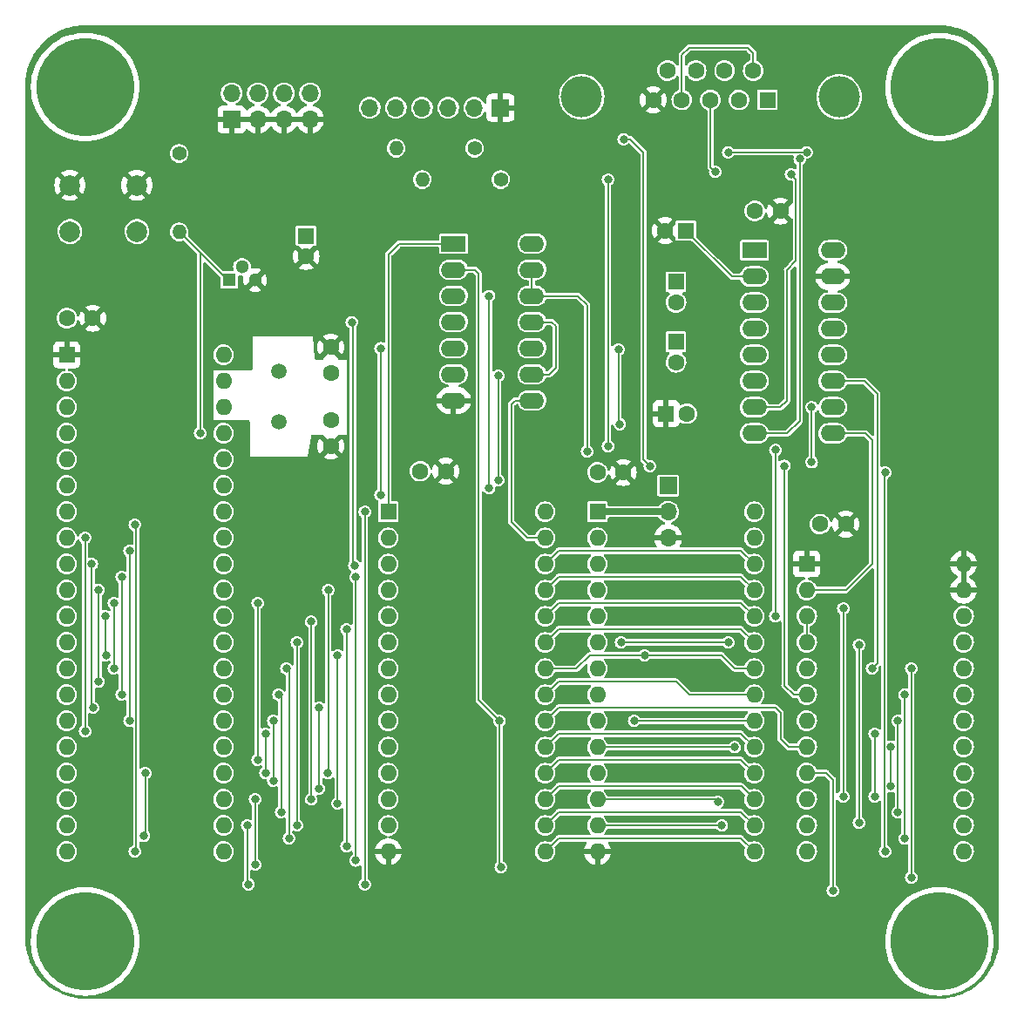
<source format=gbl>
G04 #@! TF.GenerationSoftware,KiCad,Pcbnew,(6.0.1)*
G04 #@! TF.CreationDate,2022-09-12T05:57:56-04:00*
G04 #@! TF.ProjectId,SIMPLE-6809,53494d50-4c45-42d3-9638-30392e6b6963,1*
G04 #@! TF.SameCoordinates,Original*
G04 #@! TF.FileFunction,Copper,L2,Bot*
G04 #@! TF.FilePolarity,Positive*
%FSLAX46Y46*%
G04 Gerber Fmt 4.6, Leading zero omitted, Abs format (unit mm)*
G04 Created by KiCad (PCBNEW (6.0.1)) date 2022-09-12 05:57:56*
%MOMM*%
%LPD*%
G01*
G04 APERTURE LIST*
G04 #@! TA.AperFunction,ComponentPad*
%ADD10R,1.300000X1.300000*%
G04 #@! TD*
G04 #@! TA.AperFunction,ComponentPad*
%ADD11C,1.300000*%
G04 #@! TD*
G04 #@! TA.AperFunction,ComponentPad*
%ADD12C,4.000000*%
G04 #@! TD*
G04 #@! TA.AperFunction,ComponentPad*
%ADD13R,1.600000X1.600000*%
G04 #@! TD*
G04 #@! TA.AperFunction,ComponentPad*
%ADD14C,1.600000*%
G04 #@! TD*
G04 #@! TA.AperFunction,ComponentPad*
%ADD15R,2.400000X1.600000*%
G04 #@! TD*
G04 #@! TA.AperFunction,ComponentPad*
%ADD16O,2.400000X1.600000*%
G04 #@! TD*
G04 #@! TA.AperFunction,ComponentPad*
%ADD17C,1.400000*%
G04 #@! TD*
G04 #@! TA.AperFunction,ComponentPad*
%ADD18O,1.400000X1.400000*%
G04 #@! TD*
G04 #@! TA.AperFunction,ComponentPad*
%ADD19C,9.525000*%
G04 #@! TD*
G04 #@! TA.AperFunction,ComponentPad*
%ADD20O,1.600000X1.600000*%
G04 #@! TD*
G04 #@! TA.AperFunction,ComponentPad*
%ADD21R,1.700000X1.700000*%
G04 #@! TD*
G04 #@! TA.AperFunction,ComponentPad*
%ADD22O,1.700000X1.700000*%
G04 #@! TD*
G04 #@! TA.AperFunction,ComponentPad*
%ADD23C,2.000000*%
G04 #@! TD*
G04 #@! TA.AperFunction,ComponentPad*
%ADD24C,1.500000*%
G04 #@! TD*
G04 #@! TA.AperFunction,ViaPad*
%ADD25C,0.800000*%
G04 #@! TD*
G04 #@! TA.AperFunction,Conductor*
%ADD26C,0.203200*%
G04 #@! TD*
G04 #@! TA.AperFunction,Conductor*
%ADD27C,0.635000*%
G04 #@! TD*
G04 APERTURE END LIST*
D10*
X108966000Y-72750000D03*
D11*
X110236000Y-71480000D03*
X111506000Y-72750000D03*
D12*
X143245000Y-54940000D03*
X168245000Y-54940000D03*
D13*
X161285000Y-55240000D03*
D14*
X158515000Y-55240000D03*
X155745000Y-55240000D03*
X152975000Y-55240000D03*
X150205000Y-55240000D03*
X159900000Y-52400000D03*
X157130000Y-52400000D03*
X154360000Y-52400000D03*
X151590000Y-52400000D03*
D15*
X160020000Y-69865000D03*
D16*
X160020000Y-72405000D03*
X160020000Y-74945000D03*
X160020000Y-77485000D03*
X160020000Y-80025000D03*
X160020000Y-82565000D03*
X160020000Y-85105000D03*
X160020000Y-87645000D03*
X167640000Y-87645000D03*
X167640000Y-85105000D03*
X167640000Y-82565000D03*
X167640000Y-80025000D03*
X167640000Y-77485000D03*
X167640000Y-74945000D03*
X167640000Y-72405000D03*
X167640000Y-69865000D03*
D14*
X130048000Y-91313000D03*
X127548000Y-91313000D03*
D17*
X104140000Y-60452000D03*
D18*
X104140000Y-68072000D03*
D14*
X95738000Y-76454000D03*
X93238000Y-76454000D03*
D19*
X95000000Y-54000000D03*
D14*
X118872000Y-86380000D03*
X118872000Y-88880000D03*
D13*
X93213000Y-80015000D03*
D20*
X93213000Y-82555000D03*
X93213000Y-85095000D03*
X93213000Y-87635000D03*
X93213000Y-90175000D03*
X93213000Y-92715000D03*
X93213000Y-95255000D03*
X93213000Y-97795000D03*
X93213000Y-100335000D03*
X93213000Y-102875000D03*
X93213000Y-105415000D03*
X93213000Y-107955000D03*
X93213000Y-110495000D03*
X93213000Y-113035000D03*
X93213000Y-115575000D03*
X93213000Y-118115000D03*
X93213000Y-120655000D03*
X93213000Y-123195000D03*
X93213000Y-125735000D03*
X93213000Y-128275000D03*
X108453000Y-128275000D03*
X108453000Y-125735000D03*
X108453000Y-123195000D03*
X108453000Y-120655000D03*
X108453000Y-118115000D03*
X108453000Y-115575000D03*
X108453000Y-113035000D03*
X108453000Y-110495000D03*
X108453000Y-107955000D03*
X108453000Y-105415000D03*
X108453000Y-102875000D03*
X108453000Y-100335000D03*
X108453000Y-97795000D03*
X108453000Y-95255000D03*
X108453000Y-92715000D03*
X108453000Y-90175000D03*
X108453000Y-87635000D03*
X108453000Y-85095000D03*
X108453000Y-82555000D03*
X108453000Y-80015000D03*
D21*
X109230000Y-57155000D03*
D22*
X109230000Y-54615000D03*
X111770000Y-57155000D03*
X111770000Y-54615000D03*
X114310000Y-57155000D03*
X114310000Y-54615000D03*
X116850000Y-57155000D03*
X116850000Y-54615000D03*
D14*
X147280000Y-91440000D03*
X144780000Y-91440000D03*
D13*
X124455000Y-95260000D03*
D20*
X124455000Y-97800000D03*
X124455000Y-100340000D03*
X124455000Y-102880000D03*
X124455000Y-105420000D03*
X124455000Y-107960000D03*
X124455000Y-110500000D03*
X124455000Y-113040000D03*
X124455000Y-115580000D03*
X124455000Y-118120000D03*
X124455000Y-120660000D03*
X124455000Y-123200000D03*
X124455000Y-125740000D03*
X124455000Y-128280000D03*
X139695000Y-128280000D03*
X139695000Y-125740000D03*
X139695000Y-123200000D03*
X139695000Y-120660000D03*
X139695000Y-118120000D03*
X139695000Y-115580000D03*
X139695000Y-113040000D03*
X139695000Y-110500000D03*
X139695000Y-107960000D03*
X139695000Y-105420000D03*
X139695000Y-102880000D03*
X139695000Y-100340000D03*
X139695000Y-97800000D03*
X139695000Y-95260000D03*
D13*
X152400000Y-72930000D03*
D14*
X152400000Y-74930000D03*
X118872000Y-81768000D03*
X118872000Y-79268000D03*
D13*
X165100000Y-100325000D03*
D20*
X165100000Y-102865000D03*
X165100000Y-105405000D03*
X165100000Y-107945000D03*
X165100000Y-110485000D03*
X165100000Y-113025000D03*
X165100000Y-115565000D03*
X165100000Y-118105000D03*
X165100000Y-120645000D03*
X165100000Y-123185000D03*
X165100000Y-125725000D03*
X165100000Y-128265000D03*
X180340000Y-128265000D03*
X180340000Y-125725000D03*
X180340000Y-123185000D03*
X180340000Y-120645000D03*
X180340000Y-118105000D03*
X180340000Y-115565000D03*
X180340000Y-113025000D03*
X180340000Y-110485000D03*
X180340000Y-107945000D03*
X180340000Y-105405000D03*
X180340000Y-102865000D03*
X180340000Y-100325000D03*
D13*
X152400000Y-78740000D03*
D14*
X152400000Y-80740000D03*
X162560000Y-66040000D03*
X160060000Y-66040000D03*
D19*
X95000000Y-137000000D03*
D21*
X135350000Y-56000000D03*
D22*
X132810000Y-56000000D03*
X130270000Y-56000000D03*
X127730000Y-56000000D03*
X125190000Y-56000000D03*
X122650000Y-56000000D03*
D13*
X144775000Y-95260000D03*
D20*
X144775000Y-97800000D03*
X144775000Y-100340000D03*
X144775000Y-102880000D03*
X144775000Y-105420000D03*
X144775000Y-107960000D03*
X144775000Y-110500000D03*
X144775000Y-113040000D03*
X144775000Y-115580000D03*
X144775000Y-118120000D03*
X144775000Y-120660000D03*
X144775000Y-123200000D03*
X144775000Y-125740000D03*
X144775000Y-128280000D03*
X160015000Y-128280000D03*
X160015000Y-125740000D03*
X160015000Y-123200000D03*
X160015000Y-120660000D03*
X160015000Y-118120000D03*
X160015000Y-115580000D03*
X160015000Y-113040000D03*
X160015000Y-110500000D03*
X160015000Y-107960000D03*
X160015000Y-105420000D03*
X160015000Y-102880000D03*
X160015000Y-100340000D03*
X160015000Y-97800000D03*
X160015000Y-95260000D03*
D23*
X93524000Y-63536000D03*
X100024000Y-63536000D03*
X93524000Y-68036000D03*
X100024000Y-68036000D03*
D15*
X130795000Y-69210000D03*
D16*
X130795000Y-71750000D03*
X130795000Y-74290000D03*
X130795000Y-76830000D03*
X130795000Y-79370000D03*
X130795000Y-81910000D03*
X130795000Y-84450000D03*
X138415000Y-84450000D03*
X138415000Y-81910000D03*
X138415000Y-79370000D03*
X138415000Y-76830000D03*
X138415000Y-74290000D03*
X138415000Y-71750000D03*
X138415000Y-69210000D03*
D19*
X178000000Y-54000000D03*
D17*
X132842000Y-59944000D03*
D18*
X125222000Y-59944000D03*
D19*
X178000000Y-137000000D03*
D13*
X116459000Y-68453000D03*
D14*
X116459000Y-70453000D03*
D13*
X151444888Y-85725000D03*
D14*
X153444888Y-85725000D03*
D21*
X151638000Y-92710000D03*
D22*
X151638000Y-95250000D03*
X151638000Y-97790000D03*
D17*
X135382000Y-62992000D03*
D18*
X127762000Y-62992000D03*
D24*
X113792000Y-86524000D03*
X113792000Y-81644000D03*
D14*
X168905000Y-96460000D03*
X166405000Y-96460000D03*
D13*
X153355113Y-67945000D03*
D14*
X151355113Y-67945000D03*
D25*
X119525500Y-109220000D03*
X119525500Y-123589500D03*
X99822000Y-128270000D03*
X99822000Y-96520000D03*
X121285000Y-101600000D03*
X168656000Y-104648000D03*
X121303500Y-129140500D03*
X168656000Y-122936000D03*
X122174000Y-95260000D03*
X122174000Y-131445000D03*
X167640000Y-132080000D03*
X110871000Y-131445000D03*
X110744000Y-125730000D03*
X111506000Y-123190000D03*
X135265000Y-115580000D03*
X135382000Y-129794000D03*
X111506000Y-129540000D03*
X113787000Y-113035000D03*
X173953000Y-124460000D03*
X114046000Y-124460000D03*
X173953000Y-115570000D03*
X114808000Y-127000000D03*
X174606500Y-127000000D03*
X114549000Y-110495000D03*
X174606500Y-113030000D03*
X113279000Y-115575000D03*
X173299500Y-118110000D03*
X173299500Y-121920000D03*
X113284000Y-121412000D03*
X158105000Y-118120000D03*
X94996000Y-116586000D03*
X94996000Y-97790000D03*
X95758000Y-114300000D03*
X95649500Y-100330000D03*
X175260000Y-110490000D03*
X115570000Y-107950000D03*
X115570000Y-125730000D03*
X175260000Y-130810000D03*
X156845000Y-125730000D03*
X96303000Y-111760000D03*
X96303000Y-102870000D03*
X171704000Y-116840000D03*
X171704000Y-122936000D03*
X112517000Y-120655000D03*
X112522000Y-116840000D03*
X97028000Y-109220000D03*
X96956500Y-105410000D03*
X157480000Y-107950000D03*
X118618000Y-102870000D03*
X118608000Y-120660000D03*
X147066000Y-107950000D03*
X156464000Y-123444000D03*
X116967000Y-123190000D03*
X116967000Y-105918000D03*
X97790000Y-110490000D03*
X97790000Y-104140000D03*
X98552000Y-113030000D03*
X98552000Y-101600000D03*
X99314000Y-115570000D03*
X99314000Y-99060000D03*
X111760000Y-119380000D03*
X111760000Y-104140000D03*
X120396000Y-127762000D03*
X100711000Y-126746000D03*
X100838000Y-120650000D03*
X120396000Y-106680000D03*
X117729000Y-114300000D03*
X117729000Y-122141489D03*
X106172000Y-87630000D03*
X123703000Y-79370000D03*
X162052000Y-105410000D03*
X170180000Y-125476000D03*
X162052000Y-89262500D03*
X123698000Y-93599000D03*
X170180000Y-108204000D03*
X146812000Y-79502000D03*
X146939000Y-86741000D03*
X145796000Y-62992000D03*
X145796000Y-88900000D03*
X162941000Y-90805000D03*
X147320000Y-59055000D03*
X149860000Y-90805000D03*
X165593000Y-90439000D03*
X165593000Y-85105000D03*
X135128000Y-92202000D03*
X135128000Y-82042000D03*
X149352000Y-109220000D03*
X143764000Y-89408000D03*
X121158000Y-100457000D03*
X120904000Y-76835000D03*
X172720000Y-128270000D03*
X172720000Y-91440000D03*
X148336000Y-115570000D03*
X134239000Y-92964000D03*
X134239000Y-74295000D03*
X164417309Y-60988365D03*
X163576000Y-62484000D03*
X156210000Y-62230000D03*
X165100000Y-60325000D03*
X157480000Y-60325000D03*
X171450000Y-110490000D03*
D26*
X104140000Y-68072000D02*
X108818000Y-72750000D01*
X158735000Y-106680000D02*
X160015000Y-107960000D01*
X119525500Y-109220000D02*
X119525500Y-123589500D01*
X140975000Y-106680000D02*
X158735000Y-106680000D01*
X139695000Y-107960000D02*
X140975000Y-106680000D01*
X99967511Y-128124489D02*
X99822000Y-128270000D01*
X99822000Y-96520000D02*
X99967511Y-96665511D01*
X99967511Y-96665511D02*
X99967511Y-128124489D01*
X121285000Y-101600000D02*
X121285000Y-129140500D01*
X140975000Y-99060000D02*
X158735000Y-99060000D01*
X158735000Y-99060000D02*
X160015000Y-100340000D01*
X168656000Y-122936000D02*
X168656000Y-104648000D01*
X139695000Y-100340000D02*
X140975000Y-99060000D01*
X122174000Y-95323500D02*
X122174000Y-131498500D01*
X167000000Y-120645000D02*
X167640000Y-121285000D01*
X167640000Y-121285000D02*
X167640000Y-132080000D01*
X125471000Y-69210000D02*
X130795000Y-69210000D01*
X110744000Y-125730000D02*
X110744000Y-131318000D01*
X165100000Y-120645000D02*
X167000000Y-120645000D01*
X124455000Y-95260000D02*
X124455000Y-70226000D01*
X110744000Y-131318000D02*
X110871000Y-131445000D01*
X124455000Y-70226000D02*
X125471000Y-69210000D01*
X111506000Y-129540000D02*
X111506000Y-123190000D01*
X132837000Y-71750000D02*
X130795000Y-71750000D01*
X133223000Y-113538000D02*
X133223000Y-72136000D01*
X163317000Y-118105000D02*
X165100000Y-118105000D01*
X140975000Y-114300000D02*
X162052000Y-114300000D01*
X162560000Y-114808000D02*
X162560000Y-117348000D01*
X135265000Y-115580000D02*
X135265000Y-129677000D01*
X133223000Y-72136000D02*
X132837000Y-71750000D01*
X139695000Y-115580000D02*
X140975000Y-114300000D01*
X162560000Y-117348000D02*
X163317000Y-118105000D01*
X162052000Y-114300000D02*
X162560000Y-114808000D01*
X135265000Y-115580000D02*
X133223000Y-113538000D01*
X135265000Y-129677000D02*
X135382000Y-129794000D01*
X158735000Y-124460000D02*
X160015000Y-125740000D01*
X139695000Y-125740000D02*
X140975000Y-124460000D01*
X173953000Y-124460000D02*
X173953000Y-115570000D01*
X113787000Y-113035000D02*
X114046000Y-113294000D01*
X114046000Y-113294000D02*
X114046000Y-124460000D01*
X140975000Y-124460000D02*
X158735000Y-124460000D01*
X139695000Y-128280000D02*
X140975000Y-127000000D01*
X174606500Y-127000000D02*
X174606500Y-113030000D01*
X140975000Y-127000000D02*
X158735000Y-127000000D01*
X158735000Y-127000000D02*
X160015000Y-128280000D01*
X114808000Y-110754000D02*
X114808000Y-127000000D01*
X114549000Y-110495000D02*
X114808000Y-110754000D01*
X140975000Y-121920000D02*
X158750000Y-121920000D01*
X139695000Y-123200000D02*
X140975000Y-121920000D01*
X173299500Y-121920000D02*
X173299500Y-118110000D01*
X158750000Y-121920000D02*
X158750000Y-121935000D01*
X113279000Y-115575000D02*
X113284000Y-115580000D01*
X113284000Y-115580000D02*
X113284000Y-121412000D01*
X158750000Y-121935000D02*
X160015000Y-123200000D01*
X158735000Y-119380000D02*
X160015000Y-120660000D01*
X139695000Y-120660000D02*
X140975000Y-119380000D01*
X140975000Y-119380000D02*
X158735000Y-119380000D01*
X144775000Y-118120000D02*
X158105000Y-118120000D01*
X94996000Y-97790000D02*
X94996000Y-116586000D01*
X95649500Y-100330000D02*
X95649500Y-114191500D01*
X95649500Y-114191500D02*
X95758000Y-114300000D01*
X175260000Y-130810000D02*
X175260000Y-110490000D01*
X156835000Y-125740000D02*
X156845000Y-125730000D01*
X144775000Y-125740000D02*
X156835000Y-125740000D01*
X115570000Y-107955000D02*
X115570000Y-125471000D01*
X96303000Y-102870000D02*
X96303000Y-111760000D01*
X112522000Y-116840000D02*
X112522000Y-120650000D01*
X139695000Y-118120000D02*
X140975000Y-116840000D01*
X171704000Y-122936000D02*
X171704000Y-116840000D01*
X140975000Y-116840000D02*
X158735000Y-116840000D01*
X112522000Y-120650000D02*
X112517000Y-120655000D01*
X158735000Y-116840000D02*
X160015000Y-118120000D01*
X96956500Y-105410000D02*
X96956500Y-109148500D01*
X96956500Y-109148500D02*
X97028000Y-109220000D01*
X157480000Y-107950000D02*
X147066000Y-107950000D01*
X118618000Y-102870000D02*
X118618000Y-120650000D01*
X118618000Y-120650000D02*
X118608000Y-120660000D01*
X156220000Y-123200000D02*
X156464000Y-123444000D01*
X144775000Y-123200000D02*
X156220000Y-123200000D01*
X116967000Y-105918000D02*
X116967000Y-123190000D01*
X97790000Y-110490000D02*
X97790000Y-104140000D01*
X98552000Y-113030000D02*
X98552000Y-101600000D01*
X99314000Y-115570000D02*
X99314000Y-99060000D01*
X111760000Y-119380000D02*
X111760000Y-104140000D01*
X139695000Y-102880000D02*
X140975000Y-101600000D01*
X158735000Y-101600000D02*
X160015000Y-102880000D01*
X140975000Y-101600000D02*
X158735000Y-101600000D01*
X120396000Y-106680000D02*
X120396000Y-127762000D01*
X140975000Y-104140000D02*
X158735000Y-104140000D01*
X158735000Y-104140000D02*
X160015000Y-105420000D01*
X100838000Y-120650000D02*
X100838000Y-126619000D01*
X100838000Y-126619000D02*
X100711000Y-126746000D01*
X139695000Y-105420000D02*
X140975000Y-104140000D01*
X140975000Y-111760000D02*
X152400000Y-111760000D01*
X139695000Y-113040000D02*
X140975000Y-111760000D01*
X160015000Y-113040000D02*
X153680000Y-113040000D01*
X153680000Y-113040000D02*
X152400000Y-111760000D01*
X117729000Y-122141489D02*
X117729000Y-114304500D01*
X106172000Y-87630000D02*
X106172000Y-70104000D01*
X160020000Y-72405000D02*
X157815113Y-72405000D01*
X157815113Y-72405000D02*
X153355113Y-67945000D01*
X146812000Y-79502000D02*
X146812000Y-86614000D01*
X123698000Y-93599000D02*
X123698000Y-79375000D01*
X165100000Y-107945000D02*
X165100000Y-105405000D01*
X170180000Y-125476000D02*
X170180000Y-108204000D01*
X146812000Y-86614000D02*
X146939000Y-86741000D01*
X162052000Y-105410000D02*
X162052000Y-89262500D01*
X123698000Y-79375000D02*
X123703000Y-79370000D01*
X170800000Y-87645000D02*
X171450000Y-88295000D01*
X171450000Y-100330000D02*
X168915000Y-102865000D01*
X145796000Y-88900000D02*
X145796000Y-62992000D01*
X168915000Y-102865000D02*
X165100000Y-102865000D01*
X171450000Y-88295000D02*
X171450000Y-100330000D01*
X167640000Y-87645000D02*
X170800000Y-87645000D01*
X147955000Y-59055000D02*
X147320000Y-59055000D01*
X165100000Y-113025000D02*
X163825000Y-113025000D01*
X149860000Y-90805000D02*
X149225000Y-90170000D01*
X163825000Y-113025000D02*
X162941000Y-112141000D01*
X162941000Y-112141000D02*
X162941000Y-90805000D01*
X149225000Y-90170000D02*
X149225000Y-60325000D01*
X165593000Y-85105000D02*
X165593000Y-90439000D01*
X149225000Y-60325000D02*
X147955000Y-59055000D01*
X158125000Y-110500000D02*
X156845000Y-109220000D01*
X135128000Y-82042000D02*
X135128000Y-92202000D01*
X139695000Y-110500000D02*
X142738000Y-110500000D01*
X144018000Y-109220000D02*
X149352000Y-109220000D01*
X142738000Y-110500000D02*
X144018000Y-109220000D01*
X149352000Y-109220000D02*
X156845000Y-109220000D01*
X160015000Y-110500000D02*
X158125000Y-110500000D01*
X136398000Y-84836000D02*
X136784000Y-84450000D01*
X136398000Y-96266000D02*
X136398000Y-84836000D01*
X136784000Y-84450000D02*
X138415000Y-84450000D01*
X137932000Y-97800000D02*
X136398000Y-96266000D01*
X139695000Y-97800000D02*
X137932000Y-97800000D01*
X121158000Y-100457000D02*
X121012489Y-100311489D01*
X121012489Y-76943489D02*
X120904000Y-76835000D01*
X172645989Y-91514011D02*
X172720000Y-91440000D01*
X138415000Y-71750000D02*
X138415000Y-74290000D01*
X172645989Y-128195989D02*
X172645989Y-91514011D01*
X121012489Y-100311489D02*
X121012489Y-76943489D01*
X143764000Y-89408000D02*
X143764000Y-75184000D01*
X143764000Y-75184000D02*
X142870000Y-74290000D01*
X172720000Y-128270000D02*
X172645989Y-128195989D01*
X142870000Y-74290000D02*
X138415000Y-74290000D01*
X148346000Y-115580000D02*
X148336000Y-115570000D01*
X160015000Y-115580000D02*
X148346000Y-115580000D01*
X134239000Y-92964000D02*
X134239000Y-74295000D01*
X140716000Y-77216000D02*
X140330000Y-76830000D01*
X140330000Y-76830000D02*
X138415000Y-76830000D01*
X140086000Y-81910000D02*
X140716000Y-81280000D01*
X140716000Y-81280000D02*
X140716000Y-77216000D01*
X138415000Y-81910000D02*
X140086000Y-81910000D01*
X152975000Y-50860000D02*
X152975000Y-55240000D01*
X159900000Y-50680000D02*
X159385000Y-50165000D01*
X159385000Y-50165000D02*
X153670000Y-50165000D01*
X159900000Y-52400000D02*
X159900000Y-50680000D01*
X153670000Y-50165000D02*
X152975000Y-50860000D01*
X164417309Y-86407691D02*
X163180000Y-87645000D01*
X164417309Y-60988365D02*
X164417309Y-86407691D01*
X163180000Y-87645000D02*
X160020000Y-87645000D01*
X163195000Y-84455000D02*
X163195000Y-71755000D01*
X164062189Y-62992000D02*
X164062189Y-62970189D01*
X164062189Y-70887811D02*
X164062189Y-62992000D01*
X160020000Y-85105000D02*
X162545000Y-85105000D01*
X162545000Y-85105000D02*
X163195000Y-84455000D01*
X164062189Y-62970189D02*
X163576000Y-62484000D01*
X155745000Y-61765000D02*
X156210000Y-62230000D01*
X155745000Y-55240000D02*
X155745000Y-61765000D01*
X163195000Y-71755000D02*
X164062189Y-70887811D01*
X157480000Y-60325000D02*
X165100000Y-60325000D01*
D27*
X144775000Y-95260000D02*
X151628000Y-95260000D01*
D26*
X170703000Y-82565000D02*
X167640000Y-82565000D01*
X171450000Y-110490000D02*
X171958000Y-109982000D01*
X171958000Y-109982000D02*
X171958000Y-83820000D01*
X171958000Y-83820000D02*
X170703000Y-82565000D01*
G04 #@! TA.AperFunction,Conductor*
G36*
X177980552Y-47975237D02*
G01*
X177985808Y-47975246D01*
X177999636Y-47978426D01*
X178013476Y-47975294D01*
X178027664Y-47975319D01*
X178027664Y-47975373D01*
X178035941Y-47974612D01*
X178174710Y-47980065D01*
X178449862Y-47990876D01*
X178459724Y-47991652D01*
X178901907Y-48043987D01*
X178911679Y-48045535D01*
X179134288Y-48089814D01*
X179348393Y-48132403D01*
X179357994Y-48134708D01*
X179645412Y-48215768D01*
X179786540Y-48255570D01*
X179795949Y-48258627D01*
X180213696Y-48412742D01*
X180222833Y-48416527D01*
X180627202Y-48602943D01*
X180636007Y-48607430D01*
X181024504Y-48824999D01*
X181032940Y-48830168D01*
X181403164Y-49077543D01*
X181411152Y-49083347D01*
X181561476Y-49201853D01*
X181760831Y-49359012D01*
X181768354Y-49365437D01*
X181915582Y-49501533D01*
X182095333Y-49667693D01*
X182102307Y-49674667D01*
X182107057Y-49679805D01*
X182404563Y-50001646D01*
X182410988Y-50009169D01*
X182568147Y-50208524D01*
X182616051Y-50269289D01*
X182686647Y-50358840D01*
X182692457Y-50366836D01*
X182781310Y-50499815D01*
X182939832Y-50737060D01*
X182945001Y-50745496D01*
X183162570Y-51133993D01*
X183167057Y-51142798D01*
X183332711Y-51502130D01*
X183353472Y-51547164D01*
X183357257Y-51556302D01*
X183360049Y-51563869D01*
X183511373Y-51974051D01*
X183514430Y-51983460D01*
X183519853Y-52002688D01*
X183635292Y-52412006D01*
X183637599Y-52421614D01*
X183724465Y-52858321D01*
X183726013Y-52868093D01*
X183778348Y-53310276D01*
X183779124Y-53320138D01*
X183795365Y-53733482D01*
X183794603Y-53741620D01*
X183794779Y-53741620D01*
X183794754Y-53755805D01*
X183791574Y-53769636D01*
X183794706Y-53783477D01*
X183794698Y-53787994D01*
X183796800Y-53806809D01*
X183796800Y-136719968D01*
X183794763Y-136737911D01*
X183794754Y-136743167D01*
X183791574Y-136756995D01*
X183794706Y-136770835D01*
X183794681Y-136785023D01*
X183794627Y-136785023D01*
X183795388Y-136793302D01*
X183779124Y-137207221D01*
X183778348Y-137217083D01*
X183726013Y-137659266D01*
X183724465Y-137669038D01*
X183637599Y-138105745D01*
X183635292Y-138115353D01*
X183628717Y-138138667D01*
X183514430Y-138543899D01*
X183511373Y-138553308D01*
X183357258Y-138971055D01*
X183353473Y-138980192D01*
X183237302Y-139232189D01*
X183167062Y-139384551D01*
X183162570Y-139393366D01*
X182945001Y-139781863D01*
X182939832Y-139790299D01*
X182692462Y-140160515D01*
X182686647Y-140168519D01*
X182410988Y-140518190D01*
X182404563Y-140525713D01*
X182268467Y-140672941D01*
X182102307Y-140852692D01*
X182095333Y-140859666D01*
X181965634Y-140979559D01*
X181768354Y-141161922D01*
X181760831Y-141168347D01*
X181583925Y-141307809D01*
X181411152Y-141444012D01*
X181403164Y-141449816D01*
X181226755Y-141567688D01*
X181032940Y-141697191D01*
X181024504Y-141702360D01*
X180636007Y-141919929D01*
X180627202Y-141924416D01*
X180254473Y-142096246D01*
X180222836Y-142110831D01*
X180213696Y-142114617D01*
X179795949Y-142268732D01*
X179786540Y-142271789D01*
X179645412Y-142311591D01*
X179357994Y-142392651D01*
X179348393Y-142394956D01*
X179134288Y-142437545D01*
X178911679Y-142481824D01*
X178901907Y-142483372D01*
X178459724Y-142535707D01*
X178449862Y-142536483D01*
X178036518Y-142552724D01*
X178028380Y-142551962D01*
X178028380Y-142552138D01*
X178014195Y-142552113D01*
X178000364Y-142548933D01*
X177986523Y-142552065D01*
X177982006Y-142552057D01*
X177963191Y-142554159D01*
X95037391Y-142554159D01*
X95019448Y-142552122D01*
X95014192Y-142552113D01*
X95000364Y-142548933D01*
X94986524Y-142552065D01*
X94972336Y-142552040D01*
X94972336Y-142551986D01*
X94964059Y-142552747D01*
X94825290Y-142547294D01*
X94550138Y-142536483D01*
X94540276Y-142535707D01*
X94098093Y-142483372D01*
X94088321Y-142481824D01*
X93865712Y-142437545D01*
X93651607Y-142394956D01*
X93642006Y-142392651D01*
X93354588Y-142311591D01*
X93213460Y-142271789D01*
X93204051Y-142268732D01*
X92786304Y-142114617D01*
X92777164Y-142110831D01*
X92745527Y-142096246D01*
X92372798Y-141924416D01*
X92363993Y-141919929D01*
X91975496Y-141702360D01*
X91967060Y-141697191D01*
X91773245Y-141567688D01*
X91596836Y-141449816D01*
X91588848Y-141444012D01*
X91416075Y-141307809D01*
X91239169Y-141168347D01*
X91231646Y-141161922D01*
X91034366Y-140979559D01*
X90904667Y-140859666D01*
X90897693Y-140852692D01*
X90731533Y-140672941D01*
X90595437Y-140525713D01*
X90589012Y-140518190D01*
X90313353Y-140168519D01*
X90307538Y-140160515D01*
X90060168Y-139790299D01*
X90054999Y-139781863D01*
X89837430Y-139393366D01*
X89832938Y-139384551D01*
X89762699Y-139232189D01*
X89646527Y-138980192D01*
X89642742Y-138971055D01*
X89488627Y-138553308D01*
X89485570Y-138543899D01*
X89371283Y-138138667D01*
X89364708Y-138115353D01*
X89362401Y-138105745D01*
X89275535Y-137669038D01*
X89273987Y-137659266D01*
X89221652Y-137217083D01*
X89220876Y-137207221D01*
X89212734Y-137000000D01*
X89723978Y-137000000D01*
X89724098Y-137002748D01*
X89733242Y-137212171D01*
X89744055Y-137459836D01*
X89804133Y-137916172D01*
X89903754Y-138365535D01*
X89904582Y-138368160D01*
X89904583Y-138368165D01*
X89973602Y-138587064D01*
X90042161Y-138804506D01*
X90218300Y-139229743D01*
X90430831Y-139638011D01*
X90678136Y-140026202D01*
X90958333Y-140391362D01*
X91269289Y-140730711D01*
X91608638Y-141041667D01*
X91610800Y-141043326D01*
X91610806Y-141043331D01*
X91734853Y-141138515D01*
X91973798Y-141321864D01*
X92361989Y-141569169D01*
X92770257Y-141781700D01*
X93195494Y-141957839D01*
X93198114Y-141958665D01*
X93198122Y-141958668D01*
X93631835Y-142095417D01*
X93631840Y-142095418D01*
X93634465Y-142096246D01*
X94083828Y-142195867D01*
X94086548Y-142196225D01*
X94086553Y-142196226D01*
X94257423Y-142218721D01*
X94540164Y-142255945D01*
X94542913Y-142256065D01*
X94542924Y-142256066D01*
X94997252Y-142275902D01*
X95000000Y-142276022D01*
X95002748Y-142275902D01*
X95457076Y-142256066D01*
X95457087Y-142256065D01*
X95459836Y-142255945D01*
X95742577Y-142218721D01*
X95913447Y-142196226D01*
X95913452Y-142196225D01*
X95916172Y-142195867D01*
X96365535Y-142096246D01*
X96368160Y-142095418D01*
X96368165Y-142095417D01*
X96801878Y-141958668D01*
X96801886Y-141958665D01*
X96804506Y-141957839D01*
X97229743Y-141781700D01*
X97638011Y-141569169D01*
X98026202Y-141321864D01*
X98265147Y-141138515D01*
X98389194Y-141043331D01*
X98389200Y-141043326D01*
X98391362Y-141041667D01*
X98730711Y-140730711D01*
X99041667Y-140391362D01*
X99321864Y-140026202D01*
X99569169Y-139638011D01*
X99781700Y-139229743D01*
X99957839Y-138804506D01*
X100026399Y-138587064D01*
X100095417Y-138368165D01*
X100095418Y-138368160D01*
X100096246Y-138365535D01*
X100195867Y-137916172D01*
X100255945Y-137459836D01*
X100266759Y-137212171D01*
X100275902Y-137002748D01*
X100276022Y-137000000D01*
X172723978Y-137000000D01*
X172724098Y-137002748D01*
X172733242Y-137212171D01*
X172744055Y-137459836D01*
X172804133Y-137916172D01*
X172903754Y-138365535D01*
X172904582Y-138368160D01*
X172904583Y-138368165D01*
X172973602Y-138587064D01*
X173042161Y-138804506D01*
X173218300Y-139229743D01*
X173430831Y-139638011D01*
X173678136Y-140026202D01*
X173958333Y-140391362D01*
X174269289Y-140730711D01*
X174608638Y-141041667D01*
X174610800Y-141043326D01*
X174610806Y-141043331D01*
X174734853Y-141138515D01*
X174973798Y-141321864D01*
X175361989Y-141569169D01*
X175770257Y-141781700D01*
X176195494Y-141957839D01*
X176198114Y-141958665D01*
X176198122Y-141958668D01*
X176631835Y-142095417D01*
X176631840Y-142095418D01*
X176634465Y-142096246D01*
X177083828Y-142195867D01*
X177086548Y-142196225D01*
X177086553Y-142196226D01*
X177257423Y-142218721D01*
X177540164Y-142255945D01*
X177542913Y-142256065D01*
X177542924Y-142256066D01*
X177997252Y-142275902D01*
X178000000Y-142276022D01*
X178002748Y-142275902D01*
X178457076Y-142256066D01*
X178457087Y-142256065D01*
X178459836Y-142255945D01*
X178742577Y-142218721D01*
X178913447Y-142196226D01*
X178913452Y-142196225D01*
X178916172Y-142195867D01*
X179365535Y-142096246D01*
X179368160Y-142095418D01*
X179368165Y-142095417D01*
X179801878Y-141958668D01*
X179801886Y-141958665D01*
X179804506Y-141957839D01*
X180229743Y-141781700D01*
X180638011Y-141569169D01*
X181026202Y-141321864D01*
X181265147Y-141138515D01*
X181389194Y-141043331D01*
X181389200Y-141043326D01*
X181391362Y-141041667D01*
X181730711Y-140730711D01*
X182041667Y-140391362D01*
X182321864Y-140026202D01*
X182569169Y-139638011D01*
X182781700Y-139229743D01*
X182957839Y-138804506D01*
X183026399Y-138587064D01*
X183095417Y-138368165D01*
X183095418Y-138368160D01*
X183096246Y-138365535D01*
X183195867Y-137916172D01*
X183255945Y-137459836D01*
X183266759Y-137212171D01*
X183275902Y-137002748D01*
X183276022Y-137000000D01*
X183275170Y-136980483D01*
X183256066Y-136542924D01*
X183256065Y-136542913D01*
X183255945Y-136540164D01*
X183195867Y-136083828D01*
X183096246Y-135634465D01*
X182957839Y-135195494D01*
X182781700Y-134770257D01*
X182569169Y-134361989D01*
X182321864Y-133973798D01*
X182041667Y-133608638D01*
X181730711Y-133269289D01*
X181391362Y-132958333D01*
X181389200Y-132956674D01*
X181389194Y-132956669D01*
X181265147Y-132861485D01*
X181026202Y-132678136D01*
X180638011Y-132430831D01*
X180229743Y-132218300D01*
X179804506Y-132042161D01*
X179801886Y-132041335D01*
X179801878Y-132041332D01*
X179368165Y-131904583D01*
X179368160Y-131904582D01*
X179365535Y-131903754D01*
X178916172Y-131804133D01*
X178913452Y-131803775D01*
X178913447Y-131803774D01*
X178699033Y-131775546D01*
X178459836Y-131744055D01*
X178457087Y-131743935D01*
X178457076Y-131743934D01*
X178002748Y-131724098D01*
X178000000Y-131723978D01*
X177997252Y-131724098D01*
X177542924Y-131743934D01*
X177542913Y-131743935D01*
X177540164Y-131744055D01*
X177300967Y-131775546D01*
X177086553Y-131803774D01*
X177086548Y-131803775D01*
X177083828Y-131804133D01*
X176634465Y-131903754D01*
X176631840Y-131904582D01*
X176631835Y-131904583D01*
X176198122Y-132041332D01*
X176198114Y-132041335D01*
X176195494Y-132042161D01*
X175770257Y-132218300D01*
X175361989Y-132430831D01*
X174973798Y-132678136D01*
X174734853Y-132861485D01*
X174610806Y-132956669D01*
X174610800Y-132956674D01*
X174608638Y-132958333D01*
X174269289Y-133269289D01*
X173958333Y-133608638D01*
X173678136Y-133973798D01*
X173430831Y-134361989D01*
X173218300Y-134770257D01*
X173042161Y-135195494D01*
X172903754Y-135634465D01*
X172804133Y-136083828D01*
X172744055Y-136540164D01*
X172743935Y-136542913D01*
X172743934Y-136542924D01*
X172724830Y-136980483D01*
X172723978Y-137000000D01*
X100276022Y-137000000D01*
X100275170Y-136980483D01*
X100256066Y-136542924D01*
X100256065Y-136542913D01*
X100255945Y-136540164D01*
X100195867Y-136083828D01*
X100096246Y-135634465D01*
X99957839Y-135195494D01*
X99781700Y-134770257D01*
X99569169Y-134361989D01*
X99321864Y-133973798D01*
X99041667Y-133608638D01*
X98730711Y-133269289D01*
X98391362Y-132958333D01*
X98389200Y-132956674D01*
X98389194Y-132956669D01*
X98265147Y-132861485D01*
X98026202Y-132678136D01*
X97638011Y-132430831D01*
X97229743Y-132218300D01*
X96804506Y-132042161D01*
X96801886Y-132041335D01*
X96801878Y-132041332D01*
X96368165Y-131904583D01*
X96368160Y-131904582D01*
X96365535Y-131903754D01*
X95916172Y-131804133D01*
X95913452Y-131803775D01*
X95913447Y-131803774D01*
X95699033Y-131775546D01*
X95459836Y-131744055D01*
X95457087Y-131743935D01*
X95457076Y-131743934D01*
X95002748Y-131724098D01*
X95000000Y-131723978D01*
X94997252Y-131724098D01*
X94542924Y-131743934D01*
X94542913Y-131743935D01*
X94540164Y-131744055D01*
X94300967Y-131775546D01*
X94086553Y-131803774D01*
X94086548Y-131803775D01*
X94083828Y-131804133D01*
X93634465Y-131903754D01*
X93631840Y-131904582D01*
X93631835Y-131904583D01*
X93198122Y-132041332D01*
X93198114Y-132041335D01*
X93195494Y-132042161D01*
X92770257Y-132218300D01*
X92361989Y-132430831D01*
X91973798Y-132678136D01*
X91734853Y-132861485D01*
X91610806Y-132956669D01*
X91610800Y-132956674D01*
X91608638Y-132958333D01*
X91269289Y-133269289D01*
X90958333Y-133608638D01*
X90678136Y-133973798D01*
X90430831Y-134361989D01*
X90218300Y-134770257D01*
X90042161Y-135195494D01*
X89903754Y-135634465D01*
X89804133Y-136083828D01*
X89744055Y-136540164D01*
X89743935Y-136542913D01*
X89743934Y-136542924D01*
X89724830Y-136980483D01*
X89723978Y-137000000D01*
X89212734Y-137000000D01*
X89204635Y-136793877D01*
X89205397Y-136785739D01*
X89205221Y-136785739D01*
X89205246Y-136771554D01*
X89208426Y-136757723D01*
X89205294Y-136743882D01*
X89205302Y-136739365D01*
X89203200Y-136720550D01*
X89203200Y-128260918D01*
X92204542Y-128260918D01*
X92205058Y-128267062D01*
X92219658Y-128440922D01*
X92221013Y-128457064D01*
X92222712Y-128462989D01*
X92272401Y-128636274D01*
X92275268Y-128646274D01*
X92278087Y-128651759D01*
X92362424Y-128815861D01*
X92362427Y-128815866D01*
X92365242Y-128821343D01*
X92487506Y-128975602D01*
X92637403Y-129103175D01*
X92642781Y-129106181D01*
X92642783Y-129106182D01*
X92709551Y-129143497D01*
X92809226Y-129199203D01*
X92815085Y-129201107D01*
X92815088Y-129201108D01*
X92868788Y-129218556D01*
X92996427Y-129260029D01*
X93002537Y-129260758D01*
X93002539Y-129260758D01*
X93069203Y-129268707D01*
X93191878Y-129283335D01*
X93198013Y-129282863D01*
X93198015Y-129282863D01*
X93381992Y-129268707D01*
X93381996Y-129268706D01*
X93388134Y-129268234D01*
X93577719Y-129215301D01*
X93753411Y-129126552D01*
X93762480Y-129119467D01*
X93903659Y-129009166D01*
X93903660Y-129009165D01*
X93908520Y-129005368D01*
X94037136Y-128856364D01*
X94045861Y-128841006D01*
X94131316Y-128690580D01*
X94131318Y-128690575D01*
X94134362Y-128685217D01*
X94196493Y-128498444D01*
X94205443Y-128427597D01*
X94220721Y-128306664D01*
X94220722Y-128306655D01*
X94221163Y-128303161D01*
X94221556Y-128275000D01*
X94202348Y-128079104D01*
X94200031Y-128071428D01*
X94166085Y-127958995D01*
X94145456Y-127890669D01*
X94053048Y-127716874D01*
X93961319Y-127604403D01*
X93932537Y-127569112D01*
X93932534Y-127569109D01*
X93928642Y-127564337D01*
X93922691Y-127559414D01*
X93781727Y-127442798D01*
X93781723Y-127442796D01*
X93776977Y-127438869D01*
X93603831Y-127345249D01*
X93493205Y-127311005D01*
X93421685Y-127288866D01*
X93421682Y-127288865D01*
X93415798Y-127287044D01*
X93409673Y-127286400D01*
X93409672Y-127286400D01*
X93226169Y-127267113D01*
X93226168Y-127267113D01*
X93220041Y-127266469D01*
X93147275Y-127273091D01*
X93030153Y-127283749D01*
X93030149Y-127283750D01*
X93024015Y-127284308D01*
X92835188Y-127339883D01*
X92660752Y-127431076D01*
X92507350Y-127554414D01*
X92380827Y-127705199D01*
X92286001Y-127877688D01*
X92226483Y-128065309D01*
X92204542Y-128260918D01*
X89203200Y-128260918D01*
X89203200Y-125720918D01*
X92204542Y-125720918D01*
X92205058Y-125727062D01*
X92219658Y-125900922D01*
X92221013Y-125917064D01*
X92222712Y-125922989D01*
X92272401Y-126096274D01*
X92275268Y-126106274D01*
X92280657Y-126116759D01*
X92362424Y-126275861D01*
X92362427Y-126275866D01*
X92365242Y-126281343D01*
X92487506Y-126435602D01*
X92637403Y-126563175D01*
X92642781Y-126566181D01*
X92642783Y-126566182D01*
X92697194Y-126596591D01*
X92809226Y-126659203D01*
X92815085Y-126661107D01*
X92815088Y-126661108D01*
X92874158Y-126680301D01*
X92996427Y-126720029D01*
X93002537Y-126720758D01*
X93002539Y-126720758D01*
X93069203Y-126728707D01*
X93191878Y-126743335D01*
X93198013Y-126742863D01*
X93198015Y-126742863D01*
X93381992Y-126728707D01*
X93381996Y-126728706D01*
X93388134Y-126728234D01*
X93577719Y-126675301D01*
X93753411Y-126586552D01*
X93766211Y-126576552D01*
X93903659Y-126469166D01*
X93903660Y-126469165D01*
X93908520Y-126465368D01*
X94037136Y-126316364D01*
X94051446Y-126291174D01*
X94131316Y-126150580D01*
X94131318Y-126150575D01*
X94134362Y-126145217D01*
X94196493Y-125958444D01*
X94205443Y-125887597D01*
X94220721Y-125766664D01*
X94220722Y-125766655D01*
X94221163Y-125763161D01*
X94221556Y-125735000D01*
X94202348Y-125539104D01*
X94200031Y-125531428D01*
X94178527Y-125460206D01*
X94145456Y-125350669D01*
X94053048Y-125176874D01*
X93948952Y-125049239D01*
X93932537Y-125029112D01*
X93932534Y-125029109D01*
X93928642Y-125024337D01*
X93922691Y-125019414D01*
X93781727Y-124902798D01*
X93781723Y-124902796D01*
X93776977Y-124898869D01*
X93603831Y-124805249D01*
X93493205Y-124771005D01*
X93421685Y-124748866D01*
X93421682Y-124748865D01*
X93415798Y-124747044D01*
X93409673Y-124746400D01*
X93409672Y-124746400D01*
X93226169Y-124727113D01*
X93226168Y-124727113D01*
X93220041Y-124726469D01*
X93147275Y-124733091D01*
X93030153Y-124743749D01*
X93030149Y-124743750D01*
X93024015Y-124744308D01*
X92835188Y-124799883D01*
X92660752Y-124891076D01*
X92507350Y-125014414D01*
X92380827Y-125165199D01*
X92286001Y-125337688D01*
X92284140Y-125343555D01*
X92284139Y-125343557D01*
X92260208Y-125418995D01*
X92226483Y-125525309D01*
X92204542Y-125720918D01*
X89203200Y-125720918D01*
X89203200Y-123180918D01*
X92204542Y-123180918D01*
X92205058Y-123187062D01*
X92219658Y-123360922D01*
X92221013Y-123377064D01*
X92222712Y-123382989D01*
X92272401Y-123556274D01*
X92275268Y-123566274D01*
X92278087Y-123571759D01*
X92362424Y-123735861D01*
X92362427Y-123735866D01*
X92365242Y-123741343D01*
X92487506Y-123895602D01*
X92637403Y-124023175D01*
X92642781Y-124026181D01*
X92642783Y-124026182D01*
X92697829Y-124056946D01*
X92809226Y-124119203D01*
X92815085Y-124121107D01*
X92815088Y-124121108D01*
X92874158Y-124140301D01*
X92996427Y-124180029D01*
X93002537Y-124180758D01*
X93002539Y-124180758D01*
X93069203Y-124188707D01*
X93191878Y-124203335D01*
X93198013Y-124202863D01*
X93198015Y-124202863D01*
X93381992Y-124188707D01*
X93381996Y-124188706D01*
X93388134Y-124188234D01*
X93577719Y-124135301D01*
X93753411Y-124046552D01*
X93766211Y-124036552D01*
X93903659Y-123929166D01*
X93903660Y-123929165D01*
X93908520Y-123925368D01*
X94037136Y-123776364D01*
X94051446Y-123751174D01*
X94131316Y-123610580D01*
X94131318Y-123610575D01*
X94134362Y-123605217D01*
X94196493Y-123418444D01*
X94206405Y-123339984D01*
X94220721Y-123226664D01*
X94220722Y-123226655D01*
X94221163Y-123223161D01*
X94221556Y-123195000D01*
X94202348Y-122999104D01*
X94200031Y-122991428D01*
X94175914Y-122911552D01*
X94145456Y-122810669D01*
X94053048Y-122636874D01*
X93972402Y-122537992D01*
X93932537Y-122489112D01*
X93932534Y-122489109D01*
X93928642Y-122484337D01*
X93922691Y-122479414D01*
X93781727Y-122362798D01*
X93781723Y-122362796D01*
X93776977Y-122358869D01*
X93603831Y-122265249D01*
X93509815Y-122236147D01*
X93421685Y-122208866D01*
X93421682Y-122208865D01*
X93415798Y-122207044D01*
X93409673Y-122206400D01*
X93409672Y-122206400D01*
X93226169Y-122187113D01*
X93226168Y-122187113D01*
X93220041Y-122186469D01*
X93147275Y-122193091D01*
X93030153Y-122203749D01*
X93030149Y-122203750D01*
X93024015Y-122204308D01*
X92835188Y-122259883D01*
X92660752Y-122351076D01*
X92507350Y-122474414D01*
X92380827Y-122625199D01*
X92286001Y-122797688D01*
X92284140Y-122803555D01*
X92284139Y-122803557D01*
X92260208Y-122878995D01*
X92226483Y-122985309D01*
X92204542Y-123180918D01*
X89203200Y-123180918D01*
X89203200Y-120640918D01*
X92204542Y-120640918D01*
X92205058Y-120647062D01*
X92219658Y-120820922D01*
X92221013Y-120837064D01*
X92222712Y-120842989D01*
X92272401Y-121016274D01*
X92275268Y-121026274D01*
X92278087Y-121031759D01*
X92362424Y-121195861D01*
X92362427Y-121195866D01*
X92365242Y-121201343D01*
X92487506Y-121355602D01*
X92492200Y-121359597D01*
X92553139Y-121411460D01*
X92637403Y-121483175D01*
X92642781Y-121486181D01*
X92642783Y-121486182D01*
X92708882Y-121523123D01*
X92809226Y-121579203D01*
X92815085Y-121581107D01*
X92815088Y-121581108D01*
X92874158Y-121600301D01*
X92996427Y-121640029D01*
X93002537Y-121640758D01*
X93002539Y-121640758D01*
X93069203Y-121648707D01*
X93191878Y-121663335D01*
X93198013Y-121662863D01*
X93198015Y-121662863D01*
X93381992Y-121648707D01*
X93381996Y-121648706D01*
X93388134Y-121648234D01*
X93577719Y-121595301D01*
X93753411Y-121506552D01*
X93766211Y-121496552D01*
X93903659Y-121389166D01*
X93903660Y-121389165D01*
X93908520Y-121385368D01*
X94037136Y-121236364D01*
X94053992Y-121206692D01*
X94131316Y-121070580D01*
X94131318Y-121070575D01*
X94134362Y-121065217D01*
X94196493Y-120878444D01*
X94205846Y-120804409D01*
X94220721Y-120686664D01*
X94220722Y-120686655D01*
X94221163Y-120683161D01*
X94221556Y-120655000D01*
X94202348Y-120459104D01*
X94200031Y-120451428D01*
X94166487Y-120340327D01*
X94145456Y-120270669D01*
X94053048Y-120096874D01*
X93948952Y-119969239D01*
X93932537Y-119949112D01*
X93932534Y-119949109D01*
X93928642Y-119944337D01*
X93922691Y-119939414D01*
X93781727Y-119822798D01*
X93781723Y-119822796D01*
X93776977Y-119818869D01*
X93603831Y-119725249D01*
X93493205Y-119691005D01*
X93421685Y-119668866D01*
X93421682Y-119668865D01*
X93415798Y-119667044D01*
X93409673Y-119666400D01*
X93409672Y-119666400D01*
X93226169Y-119647113D01*
X93226168Y-119647113D01*
X93220041Y-119646469D01*
X93147275Y-119653091D01*
X93030153Y-119663749D01*
X93030149Y-119663750D01*
X93024015Y-119664308D01*
X92835188Y-119719883D01*
X92660752Y-119811076D01*
X92507350Y-119934414D01*
X92380827Y-120085199D01*
X92286001Y-120257688D01*
X92226483Y-120445309D01*
X92204542Y-120640918D01*
X89203200Y-120640918D01*
X89203200Y-118100918D01*
X92204542Y-118100918D01*
X92205058Y-118107062D01*
X92219981Y-118284771D01*
X92221013Y-118297064D01*
X92222712Y-118302989D01*
X92273098Y-118478705D01*
X92275268Y-118486274D01*
X92278087Y-118491759D01*
X92362424Y-118655861D01*
X92362427Y-118655866D01*
X92365242Y-118661343D01*
X92487506Y-118815602D01*
X92637403Y-118943175D01*
X92642781Y-118946181D01*
X92642783Y-118946182D01*
X92708882Y-118983123D01*
X92809226Y-119039203D01*
X92815085Y-119041107D01*
X92815088Y-119041108D01*
X92874158Y-119060301D01*
X92996427Y-119100029D01*
X93002537Y-119100758D01*
X93002539Y-119100758D01*
X93069203Y-119108707D01*
X93191878Y-119123335D01*
X93198013Y-119122863D01*
X93198015Y-119122863D01*
X93381992Y-119108707D01*
X93381996Y-119108706D01*
X93388134Y-119108234D01*
X93577719Y-119055301D01*
X93753411Y-118966552D01*
X93766211Y-118956552D01*
X93903659Y-118849166D01*
X93903660Y-118849165D01*
X93908520Y-118845368D01*
X94037136Y-118696364D01*
X94051446Y-118671174D01*
X94131316Y-118530580D01*
X94131318Y-118530575D01*
X94134362Y-118525217D01*
X94196493Y-118338444D01*
X94203216Y-118285227D01*
X94220721Y-118146664D01*
X94220722Y-118146655D01*
X94221163Y-118143161D01*
X94221556Y-118115000D01*
X94202348Y-117919104D01*
X94200031Y-117911428D01*
X94171082Y-117815546D01*
X94145456Y-117730669D01*
X94053048Y-117556874D01*
X93981962Y-117469714D01*
X93932537Y-117409112D01*
X93932534Y-117409109D01*
X93928642Y-117404337D01*
X93922691Y-117399414D01*
X93781727Y-117282798D01*
X93781723Y-117282796D01*
X93776977Y-117278869D01*
X93603831Y-117185249D01*
X93493205Y-117151005D01*
X93421685Y-117128866D01*
X93421682Y-117128865D01*
X93415798Y-117127044D01*
X93409673Y-117126400D01*
X93409672Y-117126400D01*
X93226169Y-117107113D01*
X93226168Y-117107113D01*
X93220041Y-117106469D01*
X93147275Y-117113091D01*
X93030153Y-117123749D01*
X93030149Y-117123750D01*
X93024015Y-117124308D01*
X92835188Y-117179883D01*
X92660752Y-117271076D01*
X92507350Y-117394414D01*
X92380827Y-117545199D01*
X92286001Y-117717688D01*
X92284140Y-117723555D01*
X92284139Y-117723557D01*
X92260278Y-117798775D01*
X92226483Y-117905309D01*
X92204542Y-118100918D01*
X89203200Y-118100918D01*
X89203200Y-115560918D01*
X92204542Y-115560918D01*
X92205058Y-115567062D01*
X92219658Y-115740922D01*
X92221013Y-115757064D01*
X92222712Y-115762989D01*
X92272401Y-115936274D01*
X92275268Y-115946274D01*
X92278087Y-115951759D01*
X92362424Y-116115861D01*
X92362427Y-116115866D01*
X92365242Y-116121343D01*
X92487506Y-116275602D01*
X92637403Y-116403175D01*
X92642781Y-116406181D01*
X92642783Y-116406182D01*
X92697194Y-116436591D01*
X92809226Y-116499203D01*
X92815085Y-116501107D01*
X92815088Y-116501108D01*
X92874158Y-116520301D01*
X92996427Y-116560029D01*
X93002537Y-116560758D01*
X93002539Y-116560758D01*
X93069203Y-116568707D01*
X93191878Y-116583335D01*
X93198013Y-116582863D01*
X93198015Y-116582863D01*
X93381992Y-116568707D01*
X93381996Y-116568706D01*
X93388134Y-116568234D01*
X93577719Y-116515301D01*
X93753411Y-116426552D01*
X93766211Y-116416552D01*
X93903659Y-116309166D01*
X93903660Y-116309165D01*
X93908520Y-116305368D01*
X94037136Y-116156364D01*
X94051446Y-116131174D01*
X94131316Y-115990580D01*
X94131318Y-115990575D01*
X94134362Y-115985217D01*
X94196493Y-115798444D01*
X94205846Y-115724409D01*
X94220721Y-115606664D01*
X94220722Y-115606655D01*
X94221163Y-115603161D01*
X94221556Y-115575000D01*
X94202348Y-115379104D01*
X94200031Y-115371428D01*
X94171082Y-115275546D01*
X94145456Y-115190669D01*
X94053048Y-115016874D01*
X93983182Y-114931210D01*
X93932537Y-114869112D01*
X93932534Y-114869109D01*
X93928642Y-114864337D01*
X93922691Y-114859414D01*
X93781727Y-114742798D01*
X93781723Y-114742796D01*
X93776977Y-114738869D01*
X93603831Y-114645249D01*
X93493205Y-114611005D01*
X93421685Y-114588866D01*
X93421682Y-114588865D01*
X93415798Y-114587044D01*
X93409673Y-114586400D01*
X93409672Y-114586400D01*
X93226169Y-114567113D01*
X93226168Y-114567113D01*
X93220041Y-114566469D01*
X93147275Y-114573091D01*
X93030153Y-114583749D01*
X93030149Y-114583750D01*
X93024015Y-114584308D01*
X92835188Y-114639883D01*
X92660752Y-114731076D01*
X92507350Y-114854414D01*
X92380827Y-115005199D01*
X92286001Y-115177688D01*
X92284140Y-115183555D01*
X92284139Y-115183557D01*
X92260208Y-115258995D01*
X92226483Y-115365309D01*
X92204542Y-115560918D01*
X89203200Y-115560918D01*
X89203200Y-113020918D01*
X92204542Y-113020918D01*
X92205058Y-113027062D01*
X92219981Y-113204771D01*
X92221013Y-113217064D01*
X92222712Y-113222989D01*
X92273098Y-113398705D01*
X92275268Y-113406274D01*
X92278087Y-113411759D01*
X92362424Y-113575861D01*
X92362427Y-113575866D01*
X92365242Y-113581343D01*
X92487506Y-113735602D01*
X92492200Y-113739597D01*
X92629646Y-113856573D01*
X92637403Y-113863175D01*
X92642781Y-113866181D01*
X92642783Y-113866182D01*
X92708882Y-113903123D01*
X92809226Y-113959203D01*
X92815085Y-113961107D01*
X92815088Y-113961108D01*
X92874158Y-113980301D01*
X92996427Y-114020029D01*
X93002537Y-114020758D01*
X93002539Y-114020758D01*
X93069203Y-114028707D01*
X93191878Y-114043335D01*
X93198013Y-114042863D01*
X93198015Y-114042863D01*
X93381992Y-114028707D01*
X93381996Y-114028706D01*
X93388134Y-114028234D01*
X93577719Y-113975301D01*
X93753411Y-113886552D01*
X93766211Y-113876552D01*
X93903659Y-113769166D01*
X93903660Y-113769165D01*
X93908520Y-113765368D01*
X94032820Y-113621364D01*
X94033112Y-113621026D01*
X94033112Y-113621025D01*
X94037136Y-113616364D01*
X94042817Y-113606364D01*
X94131316Y-113450580D01*
X94131318Y-113450575D01*
X94134362Y-113445217D01*
X94196493Y-113258444D01*
X94202984Y-113207064D01*
X94220721Y-113066664D01*
X94220722Y-113066655D01*
X94221163Y-113063161D01*
X94221556Y-113035000D01*
X94202348Y-112839104D01*
X94200031Y-112831428D01*
X94171876Y-112738176D01*
X94145456Y-112650669D01*
X94053048Y-112476874D01*
X93972191Y-112377733D01*
X93932537Y-112329112D01*
X93932534Y-112329109D01*
X93928642Y-112324337D01*
X93923893Y-112320408D01*
X93781727Y-112202798D01*
X93781723Y-112202796D01*
X93776977Y-112198869D01*
X93603831Y-112105249D01*
X93493205Y-112071005D01*
X93421685Y-112048866D01*
X93421682Y-112048865D01*
X93415798Y-112047044D01*
X93409673Y-112046400D01*
X93409672Y-112046400D01*
X93226169Y-112027113D01*
X93226168Y-112027113D01*
X93220041Y-112026469D01*
X93147275Y-112033091D01*
X93030153Y-112043749D01*
X93030149Y-112043750D01*
X93024015Y-112044308D01*
X92835188Y-112099883D01*
X92660752Y-112191076D01*
X92655952Y-112194936D01*
X92655951Y-112194936D01*
X92651059Y-112198869D01*
X92507350Y-112314414D01*
X92380827Y-112465199D01*
X92286001Y-112637688D01*
X92284140Y-112643555D01*
X92284139Y-112643557D01*
X92260278Y-112718775D01*
X92226483Y-112825309D01*
X92204542Y-113020918D01*
X89203200Y-113020918D01*
X89203200Y-110480918D01*
X92204542Y-110480918D01*
X92205058Y-110487062D01*
X92219658Y-110660922D01*
X92221013Y-110677064D01*
X92222712Y-110682989D01*
X92272401Y-110856274D01*
X92275268Y-110866274D01*
X92278087Y-110871759D01*
X92362424Y-111035861D01*
X92362427Y-111035866D01*
X92365242Y-111041343D01*
X92487506Y-111195602D01*
X92637403Y-111323175D01*
X92642781Y-111326181D01*
X92642783Y-111326182D01*
X92708882Y-111363123D01*
X92809226Y-111419203D01*
X92815085Y-111421107D01*
X92815088Y-111421108D01*
X92874158Y-111440301D01*
X92996427Y-111480029D01*
X93002537Y-111480758D01*
X93002539Y-111480758D01*
X93069203Y-111488707D01*
X93191878Y-111503335D01*
X93198013Y-111502863D01*
X93198015Y-111502863D01*
X93381992Y-111488707D01*
X93381996Y-111488706D01*
X93388134Y-111488234D01*
X93577719Y-111435301D01*
X93753411Y-111346552D01*
X93766211Y-111336552D01*
X93903659Y-111229166D01*
X93903660Y-111229165D01*
X93908520Y-111225368D01*
X94037136Y-111076364D01*
X94051760Y-111050622D01*
X94131316Y-110910580D01*
X94131318Y-110910575D01*
X94134362Y-110905217D01*
X94196493Y-110718444D01*
X94205846Y-110644409D01*
X94220721Y-110526664D01*
X94220722Y-110526655D01*
X94221163Y-110523161D01*
X94221556Y-110495000D01*
X94202348Y-110299104D01*
X94200031Y-110291428D01*
X94171876Y-110198176D01*
X94145456Y-110110669D01*
X94053048Y-109936874D01*
X93948609Y-109808819D01*
X93932537Y-109789112D01*
X93932534Y-109789109D01*
X93928642Y-109784337D01*
X93922691Y-109779414D01*
X93781727Y-109662798D01*
X93781723Y-109662796D01*
X93776977Y-109658869D01*
X93603831Y-109565249D01*
X93498774Y-109532729D01*
X93421685Y-109508866D01*
X93421682Y-109508865D01*
X93415798Y-109507044D01*
X93409673Y-109506400D01*
X93409672Y-109506400D01*
X93226169Y-109487113D01*
X93226168Y-109487113D01*
X93220041Y-109486469D01*
X93147275Y-109493091D01*
X93030153Y-109503749D01*
X93030149Y-109503750D01*
X93024015Y-109504308D01*
X92835188Y-109559883D01*
X92660752Y-109651076D01*
X92507350Y-109774414D01*
X92380827Y-109925199D01*
X92286001Y-110097688D01*
X92284140Y-110103555D01*
X92284139Y-110103557D01*
X92260587Y-110177803D01*
X92226483Y-110285309D01*
X92204542Y-110480918D01*
X89203200Y-110480918D01*
X89203200Y-107940918D01*
X92204542Y-107940918D01*
X92205058Y-107947062D01*
X92219658Y-108120922D01*
X92221013Y-108137064D01*
X92222712Y-108142989D01*
X92272401Y-108316274D01*
X92275268Y-108326274D01*
X92278087Y-108331759D01*
X92362424Y-108495861D01*
X92362427Y-108495866D01*
X92365242Y-108501343D01*
X92487506Y-108655602D01*
X92492200Y-108659597D01*
X92630068Y-108776932D01*
X92637403Y-108783175D01*
X92642781Y-108786181D01*
X92642783Y-108786182D01*
X92708882Y-108823123D01*
X92809226Y-108879203D01*
X92815085Y-108881107D01*
X92815088Y-108881108D01*
X92874158Y-108900301D01*
X92996427Y-108940029D01*
X93002537Y-108940758D01*
X93002539Y-108940758D01*
X93069203Y-108948707D01*
X93191878Y-108963335D01*
X93198013Y-108962863D01*
X93198015Y-108962863D01*
X93381992Y-108948707D01*
X93381996Y-108948706D01*
X93388134Y-108948234D01*
X93577719Y-108895301D01*
X93753411Y-108806552D01*
X93766211Y-108796552D01*
X93903659Y-108689166D01*
X93903660Y-108689165D01*
X93908520Y-108685368D01*
X94037136Y-108536364D01*
X94051446Y-108511174D01*
X94131316Y-108370580D01*
X94131318Y-108370575D01*
X94134362Y-108365217D01*
X94196493Y-108178444D01*
X94205443Y-108107597D01*
X94220721Y-107986664D01*
X94220722Y-107986655D01*
X94221163Y-107983161D01*
X94221556Y-107955000D01*
X94202348Y-107759104D01*
X94200031Y-107751428D01*
X94160048Y-107618999D01*
X94145456Y-107570669D01*
X94053048Y-107396874D01*
X93948609Y-107268819D01*
X93932537Y-107249112D01*
X93932534Y-107249109D01*
X93928642Y-107244337D01*
X93922691Y-107239414D01*
X93781727Y-107122798D01*
X93781723Y-107122796D01*
X93776977Y-107118869D01*
X93603831Y-107025249D01*
X93485245Y-106988541D01*
X93421685Y-106968866D01*
X93421682Y-106968865D01*
X93415798Y-106967044D01*
X93409673Y-106966400D01*
X93409672Y-106966400D01*
X93226169Y-106947113D01*
X93226168Y-106947113D01*
X93220041Y-106946469D01*
X93147275Y-106953091D01*
X93030153Y-106963749D01*
X93030149Y-106963750D01*
X93024015Y-106964308D01*
X92835188Y-107019883D01*
X92660752Y-107111076D01*
X92507350Y-107234414D01*
X92380827Y-107385199D01*
X92286001Y-107557688D01*
X92284140Y-107563555D01*
X92284139Y-107563557D01*
X92273794Y-107596169D01*
X92226483Y-107745309D01*
X92204542Y-107940918D01*
X89203200Y-107940918D01*
X89203200Y-105400918D01*
X92204542Y-105400918D01*
X92205058Y-105407062D01*
X92219658Y-105580922D01*
X92221013Y-105597064D01*
X92222712Y-105602989D01*
X92272401Y-105776274D01*
X92275268Y-105786274D01*
X92278087Y-105791759D01*
X92362424Y-105955861D01*
X92362427Y-105955866D01*
X92365242Y-105961343D01*
X92487506Y-106115602D01*
X92637403Y-106243175D01*
X92642781Y-106246181D01*
X92642783Y-106246182D01*
X92708882Y-106283123D01*
X92809226Y-106339203D01*
X92815085Y-106341107D01*
X92815088Y-106341108D01*
X92874158Y-106360301D01*
X92996427Y-106400029D01*
X93002537Y-106400758D01*
X93002539Y-106400758D01*
X93069203Y-106408707D01*
X93191878Y-106423335D01*
X93198013Y-106422863D01*
X93198015Y-106422863D01*
X93381992Y-106408707D01*
X93381996Y-106408706D01*
X93388134Y-106408234D01*
X93577719Y-106355301D01*
X93753411Y-106266552D01*
X93766211Y-106256552D01*
X93903659Y-106149166D01*
X93903660Y-106149165D01*
X93908520Y-106145368D01*
X94037136Y-105996364D01*
X94051446Y-105971174D01*
X94131316Y-105830580D01*
X94131318Y-105830575D01*
X94134362Y-105825217D01*
X94196493Y-105638444D01*
X94203760Y-105580922D01*
X94220721Y-105446664D01*
X94220722Y-105446655D01*
X94221163Y-105443161D01*
X94221556Y-105415000D01*
X94202348Y-105219104D01*
X94200031Y-105211428D01*
X94166085Y-105098995D01*
X94145456Y-105030669D01*
X94053048Y-104856874D01*
X93948609Y-104728819D01*
X93932537Y-104709112D01*
X93932534Y-104709109D01*
X93928642Y-104704337D01*
X93922691Y-104699414D01*
X93781727Y-104582798D01*
X93781723Y-104582796D01*
X93776977Y-104578869D01*
X93603831Y-104485249D01*
X93493205Y-104451005D01*
X93421685Y-104428866D01*
X93421682Y-104428865D01*
X93415798Y-104427044D01*
X93409673Y-104426400D01*
X93409672Y-104426400D01*
X93226169Y-104407113D01*
X93226168Y-104407113D01*
X93220041Y-104406469D01*
X93147275Y-104413091D01*
X93030153Y-104423749D01*
X93030149Y-104423750D01*
X93024015Y-104424308D01*
X92835188Y-104479883D01*
X92660752Y-104571076D01*
X92507350Y-104694414D01*
X92380827Y-104845199D01*
X92286001Y-105017688D01*
X92226483Y-105205309D01*
X92204542Y-105400918D01*
X89203200Y-105400918D01*
X89203200Y-102860918D01*
X92204542Y-102860918D01*
X92205058Y-102867062D01*
X92219658Y-103040922D01*
X92221013Y-103057064D01*
X92222712Y-103062989D01*
X92272401Y-103236274D01*
X92275268Y-103246274D01*
X92278087Y-103251759D01*
X92362424Y-103415861D01*
X92362427Y-103415866D01*
X92365242Y-103421343D01*
X92487506Y-103575602D01*
X92637403Y-103703175D01*
X92642781Y-103706181D01*
X92642783Y-103706182D01*
X92708882Y-103743123D01*
X92809226Y-103799203D01*
X92815085Y-103801107D01*
X92815088Y-103801108D01*
X92874158Y-103820301D01*
X92996427Y-103860029D01*
X93002537Y-103860758D01*
X93002539Y-103860758D01*
X93069203Y-103868707D01*
X93191878Y-103883335D01*
X93198013Y-103882863D01*
X93198015Y-103882863D01*
X93381992Y-103868707D01*
X93381996Y-103868706D01*
X93388134Y-103868234D01*
X93577719Y-103815301D01*
X93753411Y-103726552D01*
X93766211Y-103716552D01*
X93903659Y-103609166D01*
X93903660Y-103609165D01*
X93908520Y-103605368D01*
X94037136Y-103456364D01*
X94051446Y-103431174D01*
X94131316Y-103290580D01*
X94131318Y-103290575D01*
X94134362Y-103285217D01*
X94196493Y-103098444D01*
X94205443Y-103027597D01*
X94220721Y-102906664D01*
X94220722Y-102906655D01*
X94221163Y-102903161D01*
X94221556Y-102875000D01*
X94202348Y-102679104D01*
X94200031Y-102671428D01*
X94166085Y-102558995D01*
X94145456Y-102490669D01*
X94053048Y-102316874D01*
X93983182Y-102231210D01*
X93932537Y-102169112D01*
X93932534Y-102169109D01*
X93928642Y-102164337D01*
X93922691Y-102159414D01*
X93781727Y-102042798D01*
X93781723Y-102042796D01*
X93776977Y-102038869D01*
X93603831Y-101945249D01*
X93493205Y-101911005D01*
X93421685Y-101888866D01*
X93421682Y-101888865D01*
X93415798Y-101887044D01*
X93409673Y-101886400D01*
X93409672Y-101886400D01*
X93226169Y-101867113D01*
X93226168Y-101867113D01*
X93220041Y-101866469D01*
X93147275Y-101873091D01*
X93030153Y-101883749D01*
X93030149Y-101883750D01*
X93024015Y-101884308D01*
X92835188Y-101939883D01*
X92660752Y-102031076D01*
X92507350Y-102154414D01*
X92380827Y-102305199D01*
X92286001Y-102477688D01*
X92226483Y-102665309D01*
X92204542Y-102860918D01*
X89203200Y-102860918D01*
X89203200Y-100320918D01*
X92204542Y-100320918D01*
X92205058Y-100327062D01*
X92218539Y-100487597D01*
X92221013Y-100517064D01*
X92222712Y-100522989D01*
X92242658Y-100592548D01*
X92275268Y-100706274D01*
X92278087Y-100711759D01*
X92362424Y-100875861D01*
X92362427Y-100875866D01*
X92365242Y-100881343D01*
X92487506Y-101035602D01*
X92492200Y-101039597D01*
X92538165Y-101078716D01*
X92637403Y-101163175D01*
X92642781Y-101166181D01*
X92642783Y-101166182D01*
X92708882Y-101203123D01*
X92809226Y-101259203D01*
X92815085Y-101261107D01*
X92815088Y-101261108D01*
X92874158Y-101280301D01*
X92996427Y-101320029D01*
X93002537Y-101320758D01*
X93002539Y-101320758D01*
X93069203Y-101328707D01*
X93191878Y-101343335D01*
X93198013Y-101342863D01*
X93198015Y-101342863D01*
X93381992Y-101328707D01*
X93381996Y-101328706D01*
X93388134Y-101328234D01*
X93577719Y-101275301D01*
X93753411Y-101186552D01*
X93775017Y-101169672D01*
X93903659Y-101069166D01*
X93903660Y-101069165D01*
X93908520Y-101065368D01*
X94037136Y-100916364D01*
X94040180Y-100911006D01*
X94131316Y-100750580D01*
X94131318Y-100750575D01*
X94134362Y-100745217D01*
X94196493Y-100558444D01*
X94205443Y-100487597D01*
X94220721Y-100366664D01*
X94220722Y-100366655D01*
X94221163Y-100363161D01*
X94221556Y-100335000D01*
X94202348Y-100139104D01*
X94200031Y-100131428D01*
X94166813Y-100021408D01*
X94145456Y-99950669D01*
X94053048Y-99776874D01*
X93983182Y-99691210D01*
X93932537Y-99629112D01*
X93932534Y-99629109D01*
X93928642Y-99624337D01*
X93922691Y-99619414D01*
X93781727Y-99502798D01*
X93781723Y-99502796D01*
X93776977Y-99498869D01*
X93603831Y-99405249D01*
X93493205Y-99371005D01*
X93421685Y-99348866D01*
X93421682Y-99348865D01*
X93415798Y-99347044D01*
X93409673Y-99346400D01*
X93409672Y-99346400D01*
X93226169Y-99327113D01*
X93226168Y-99327113D01*
X93220041Y-99326469D01*
X93147275Y-99333091D01*
X93030153Y-99343749D01*
X93030149Y-99343750D01*
X93024015Y-99344308D01*
X92835188Y-99399883D01*
X92660752Y-99491076D01*
X92507350Y-99614414D01*
X92380827Y-99765199D01*
X92286001Y-99937688D01*
X92226483Y-100125309D01*
X92204542Y-100320918D01*
X89203200Y-100320918D01*
X89203200Y-97780918D01*
X92204542Y-97780918D01*
X92205058Y-97787062D01*
X92218539Y-97947597D01*
X92221013Y-97977064D01*
X92222712Y-97982989D01*
X92257880Y-98105633D01*
X92275268Y-98166274D01*
X92278087Y-98171759D01*
X92362424Y-98335861D01*
X92362427Y-98335866D01*
X92365242Y-98341343D01*
X92487506Y-98495602D01*
X92492200Y-98499597D01*
X92570510Y-98566244D01*
X92637403Y-98623175D01*
X92642781Y-98626181D01*
X92642783Y-98626182D01*
X92708882Y-98663123D01*
X92809226Y-98719203D01*
X92815085Y-98721107D01*
X92815088Y-98721108D01*
X92874158Y-98740301D01*
X92996427Y-98780029D01*
X93002537Y-98780758D01*
X93002539Y-98780758D01*
X93069203Y-98788707D01*
X93191878Y-98803335D01*
X93198013Y-98802863D01*
X93198015Y-98802863D01*
X93381992Y-98788707D01*
X93381996Y-98788706D01*
X93388134Y-98788234D01*
X93577719Y-98735301D01*
X93753411Y-98646552D01*
X93772808Y-98631398D01*
X93903659Y-98529166D01*
X93903660Y-98529165D01*
X93908520Y-98525368D01*
X94037136Y-98376364D01*
X94040180Y-98371006D01*
X94131316Y-98210580D01*
X94131318Y-98210575D01*
X94134362Y-98205217D01*
X94196493Y-98018444D01*
X94198752Y-98019196D01*
X94228196Y-97966410D01*
X94290812Y-97932947D01*
X94361579Y-97938650D01*
X94418029Y-97981706D01*
X94432894Y-98008086D01*
X94436721Y-98017324D01*
X94468669Y-98094454D01*
X94517052Y-98157509D01*
X94557497Y-98210217D01*
X94565436Y-98220564D01*
X94641406Y-98278858D01*
X94683272Y-98336195D01*
X94690700Y-98378819D01*
X94690700Y-115997181D01*
X94670698Y-116065302D01*
X94641405Y-116097143D01*
X94565436Y-116155436D01*
X94468669Y-116281546D01*
X94450178Y-116326188D01*
X94412748Y-116416552D01*
X94407839Y-116428403D01*
X94387091Y-116586000D01*
X94407839Y-116743597D01*
X94468669Y-116890454D01*
X94565436Y-117016564D01*
X94691545Y-117113331D01*
X94748263Y-117136824D01*
X94830773Y-117171001D01*
X94830776Y-117171002D01*
X94838403Y-117174161D01*
X94996000Y-117194909D01*
X95004188Y-117193831D01*
X95009141Y-117193179D01*
X95153597Y-117174161D01*
X95161224Y-117171002D01*
X95161227Y-117171001D01*
X95243737Y-117136824D01*
X95300455Y-117113331D01*
X95426564Y-117016564D01*
X95523331Y-116890454D01*
X95584161Y-116743597D01*
X95604909Y-116586000D01*
X95584161Y-116428403D01*
X95579253Y-116416552D01*
X95541822Y-116326188D01*
X95523331Y-116281546D01*
X95450906Y-116187159D01*
X95431591Y-116161987D01*
X95431590Y-116161986D01*
X95426564Y-116155436D01*
X95350594Y-116097142D01*
X95308728Y-116039805D01*
X95301300Y-115997181D01*
X95301300Y-114952841D01*
X95321302Y-114884720D01*
X95374958Y-114838227D01*
X95445232Y-114828123D01*
X95475515Y-114836431D01*
X95600403Y-114888161D01*
X95758000Y-114908909D01*
X95766188Y-114907831D01*
X95907409Y-114889239D01*
X95915597Y-114888161D01*
X95923224Y-114885002D01*
X95923227Y-114885001D01*
X96006387Y-114850555D01*
X96062455Y-114827331D01*
X96188564Y-114730564D01*
X96195845Y-114721076D01*
X96250457Y-114649903D01*
X96285331Y-114604454D01*
X96346161Y-114457597D01*
X96366909Y-114300000D01*
X96346161Y-114142403D01*
X96337626Y-114121796D01*
X96313425Y-114063370D01*
X96285331Y-113995546D01*
X96203829Y-113889330D01*
X96193591Y-113875987D01*
X96193590Y-113875986D01*
X96188564Y-113869436D01*
X96062455Y-113772669D01*
X96032581Y-113760295D01*
X95977301Y-113715746D01*
X95954800Y-113643886D01*
X95954800Y-112457783D01*
X95974802Y-112389662D01*
X96028458Y-112343169D01*
X96098732Y-112333065D01*
X96129015Y-112341373D01*
X96145403Y-112348161D01*
X96303000Y-112368909D01*
X96311188Y-112367831D01*
X96452409Y-112349239D01*
X96460597Y-112348161D01*
X96468224Y-112345002D01*
X96468227Y-112345001D01*
X96551387Y-112310555D01*
X96607455Y-112287331D01*
X96733564Y-112190564D01*
X96740845Y-112181076D01*
X96795457Y-112109903D01*
X96830331Y-112064454D01*
X96891161Y-111917597D01*
X96911909Y-111760000D01*
X96891161Y-111602403D01*
X96881977Y-111580229D01*
X96858425Y-111523370D01*
X96830331Y-111455546D01*
X96748829Y-111349330D01*
X96738591Y-111335987D01*
X96738590Y-111335986D01*
X96733564Y-111329436D01*
X96657594Y-111271142D01*
X96615728Y-111213805D01*
X96608300Y-111171181D01*
X96608300Y-109888167D01*
X96628302Y-109820046D01*
X96681958Y-109773553D01*
X96752232Y-109763449D01*
X96782517Y-109771758D01*
X96800272Y-109779112D01*
X96862773Y-109805001D01*
X96862776Y-109805002D01*
X96870403Y-109808161D01*
X97028000Y-109828909D01*
X97036188Y-109827831D01*
X97177409Y-109809239D01*
X97185597Y-109808161D01*
X97310483Y-109756432D01*
X97381072Y-109748843D01*
X97444559Y-109780622D01*
X97480786Y-109841680D01*
X97484700Y-109872841D01*
X97484700Y-109901181D01*
X97464698Y-109969302D01*
X97435404Y-110001144D01*
X97359436Y-110059436D01*
X97262669Y-110185546D01*
X97242603Y-110233990D01*
X97213561Y-110304104D01*
X97201839Y-110332403D01*
X97181091Y-110490000D01*
X97201839Y-110647597D01*
X97204998Y-110655224D01*
X97204999Y-110655227D01*
X97231885Y-110720135D01*
X97262669Y-110794454D01*
X97292403Y-110833204D01*
X97351497Y-110910217D01*
X97359436Y-110920564D01*
X97485545Y-111017331D01*
X97542352Y-111040861D01*
X97624773Y-111075001D01*
X97624776Y-111075002D01*
X97632403Y-111078161D01*
X97640591Y-111079239D01*
X97654165Y-111081026D01*
X97790000Y-111098909D01*
X97798188Y-111097831D01*
X97939409Y-111079239D01*
X97947597Y-111078161D01*
X98072483Y-111026432D01*
X98143072Y-111018843D01*
X98206559Y-111050622D01*
X98242786Y-111111680D01*
X98246700Y-111142841D01*
X98246700Y-112441181D01*
X98226698Y-112509302D01*
X98197404Y-112541144D01*
X98121436Y-112599436D01*
X98024669Y-112725546D01*
X97994254Y-112798974D01*
X97975561Y-112844104D01*
X97963839Y-112872403D01*
X97943091Y-113030000D01*
X97963839Y-113187597D01*
X97966998Y-113195224D01*
X97966999Y-113195227D01*
X97993885Y-113260135D01*
X98024669Y-113334454D01*
X98064323Y-113386133D01*
X98113497Y-113450217D01*
X98121436Y-113460564D01*
X98247545Y-113557331D01*
X98304352Y-113580861D01*
X98386773Y-113615001D01*
X98386776Y-113615002D01*
X98394403Y-113618161D01*
X98402591Y-113619239D01*
X98418732Y-113621364D01*
X98552000Y-113638909D01*
X98560188Y-113637831D01*
X98585680Y-113634475D01*
X98685268Y-113621364D01*
X98701409Y-113619239D01*
X98709597Y-113618161D01*
X98834483Y-113566432D01*
X98905072Y-113558843D01*
X98968559Y-113590622D01*
X99004786Y-113651680D01*
X99008700Y-113682841D01*
X99008700Y-114981181D01*
X98988698Y-115049302D01*
X98959404Y-115081144D01*
X98883436Y-115139436D01*
X98786669Y-115265546D01*
X98756254Y-115338974D01*
X98737561Y-115384104D01*
X98725839Y-115412403D01*
X98724761Y-115420591D01*
X98721964Y-115441835D01*
X98705091Y-115570000D01*
X98725839Y-115727597D01*
X98728998Y-115735224D01*
X98728999Y-115735227D01*
X98751043Y-115788444D01*
X98786669Y-115874454D01*
X98829557Y-115930347D01*
X98875497Y-115990217D01*
X98883436Y-116000564D01*
X99009545Y-116097331D01*
X99066352Y-116120861D01*
X99148773Y-116155001D01*
X99148776Y-116155002D01*
X99156403Y-116158161D01*
X99314000Y-116178909D01*
X99322188Y-116177831D01*
X99463409Y-116159239D01*
X99471597Y-116158161D01*
X99479225Y-116155001D01*
X99479230Y-116155000D01*
X99487996Y-116151369D01*
X99558586Y-116143782D01*
X99622072Y-116175562D01*
X99658298Y-116236621D01*
X99662211Y-116267779D01*
X99662211Y-127598556D01*
X99642209Y-127666677D01*
X99584429Y-127714965D01*
X99579280Y-127717098D01*
X99517546Y-127742669D01*
X99391436Y-127839436D01*
X99294669Y-127965546D01*
X99291509Y-127973176D01*
X99245561Y-128084104D01*
X99233839Y-128112403D01*
X99213091Y-128270000D01*
X99233839Y-128427597D01*
X99236998Y-128435224D01*
X99236999Y-128435227D01*
X99259043Y-128488444D01*
X99294669Y-128574454D01*
X99324376Y-128613169D01*
X99383497Y-128690217D01*
X99391436Y-128700564D01*
X99517545Y-128797331D01*
X99574352Y-128820861D01*
X99656773Y-128855001D01*
X99656776Y-128855002D01*
X99664403Y-128858161D01*
X99822000Y-128878909D01*
X99830188Y-128877831D01*
X99971409Y-128859239D01*
X99979597Y-128858161D01*
X99987224Y-128855002D01*
X99987227Y-128855001D01*
X100069648Y-128820861D01*
X100126455Y-128797331D01*
X100252564Y-128700564D01*
X100260504Y-128690217D01*
X100319624Y-128613169D01*
X100349331Y-128574454D01*
X100384957Y-128488444D01*
X100407001Y-128435227D01*
X100407002Y-128435224D01*
X100410161Y-128427597D01*
X100430909Y-128270000D01*
X100429713Y-128260918D01*
X107444542Y-128260918D01*
X107445058Y-128267062D01*
X107459658Y-128440922D01*
X107461013Y-128457064D01*
X107462712Y-128462989D01*
X107512401Y-128636274D01*
X107515268Y-128646274D01*
X107518087Y-128651759D01*
X107602424Y-128815861D01*
X107602427Y-128815866D01*
X107605242Y-128821343D01*
X107727506Y-128975602D01*
X107877403Y-129103175D01*
X107882781Y-129106181D01*
X107882783Y-129106182D01*
X107949551Y-129143497D01*
X108049226Y-129199203D01*
X108055085Y-129201107D01*
X108055088Y-129201108D01*
X108108788Y-129218556D01*
X108236427Y-129260029D01*
X108242537Y-129260758D01*
X108242539Y-129260758D01*
X108309203Y-129268707D01*
X108431878Y-129283335D01*
X108438013Y-129282863D01*
X108438015Y-129282863D01*
X108621992Y-129268707D01*
X108621996Y-129268706D01*
X108628134Y-129268234D01*
X108817719Y-129215301D01*
X108993411Y-129126552D01*
X109002480Y-129119467D01*
X109143659Y-129009166D01*
X109143660Y-129009165D01*
X109148520Y-129005368D01*
X109277136Y-128856364D01*
X109285861Y-128841006D01*
X109371316Y-128690580D01*
X109371318Y-128690575D01*
X109374362Y-128685217D01*
X109436493Y-128498444D01*
X109445443Y-128427597D01*
X109460721Y-128306664D01*
X109460722Y-128306655D01*
X109461163Y-128303161D01*
X109461556Y-128275000D01*
X109442348Y-128079104D01*
X109440031Y-128071428D01*
X109406085Y-127958995D01*
X109385456Y-127890669D01*
X109293048Y-127716874D01*
X109201319Y-127604403D01*
X109172537Y-127569112D01*
X109172534Y-127569109D01*
X109168642Y-127564337D01*
X109162691Y-127559414D01*
X109021727Y-127442798D01*
X109021723Y-127442796D01*
X109016977Y-127438869D01*
X108843831Y-127345249D01*
X108733205Y-127311005D01*
X108661685Y-127288866D01*
X108661682Y-127288865D01*
X108655798Y-127287044D01*
X108649673Y-127286400D01*
X108649672Y-127286400D01*
X108466169Y-127267113D01*
X108466168Y-127267113D01*
X108460041Y-127266469D01*
X108387275Y-127273091D01*
X108270153Y-127283749D01*
X108270149Y-127283750D01*
X108264015Y-127284308D01*
X108075188Y-127339883D01*
X107900752Y-127431076D01*
X107747350Y-127554414D01*
X107620827Y-127705199D01*
X107526001Y-127877688D01*
X107466483Y-128065309D01*
X107444542Y-128260918D01*
X100429713Y-128260918D01*
X100410161Y-128112403D01*
X100398440Y-128084104D01*
X100352491Y-127973176D01*
X100349331Y-127965546D01*
X100298848Y-127899755D01*
X100273248Y-127833534D01*
X100272811Y-127823051D01*
X100272811Y-127406509D01*
X100292813Y-127338388D01*
X100346469Y-127291895D01*
X100416743Y-127281791D01*
X100447029Y-127290100D01*
X100545773Y-127331001D01*
X100545776Y-127331002D01*
X100553403Y-127334161D01*
X100711000Y-127354909D01*
X100719188Y-127353831D01*
X100724141Y-127353179D01*
X100868597Y-127334161D01*
X100876224Y-127331002D01*
X100876227Y-127331001D01*
X100958737Y-127296824D01*
X101015455Y-127273331D01*
X101141564Y-127176564D01*
X101164964Y-127146069D01*
X101233304Y-127057005D01*
X101238331Y-127050454D01*
X101299161Y-126903597D01*
X101301103Y-126888850D01*
X101318831Y-126754188D01*
X101319909Y-126746000D01*
X101299161Y-126588403D01*
X101294253Y-126576552D01*
X101253203Y-126477451D01*
X101238331Y-126441546D01*
X101169337Y-126351630D01*
X101143737Y-126285410D01*
X101143300Y-126274927D01*
X101143300Y-125720918D01*
X107444542Y-125720918D01*
X107445058Y-125727062D01*
X107459658Y-125900922D01*
X107461013Y-125917064D01*
X107462712Y-125922989D01*
X107512401Y-126096274D01*
X107515268Y-126106274D01*
X107520657Y-126116759D01*
X107602424Y-126275861D01*
X107602427Y-126275866D01*
X107605242Y-126281343D01*
X107727506Y-126435602D01*
X107877403Y-126563175D01*
X107882781Y-126566181D01*
X107882783Y-126566182D01*
X107937194Y-126596591D01*
X108049226Y-126659203D01*
X108055085Y-126661107D01*
X108055088Y-126661108D01*
X108114158Y-126680301D01*
X108236427Y-126720029D01*
X108242537Y-126720758D01*
X108242539Y-126720758D01*
X108309203Y-126728707D01*
X108431878Y-126743335D01*
X108438013Y-126742863D01*
X108438015Y-126742863D01*
X108621992Y-126728707D01*
X108621996Y-126728706D01*
X108628134Y-126728234D01*
X108817719Y-126675301D01*
X108993411Y-126586552D01*
X109006211Y-126576552D01*
X109143659Y-126469166D01*
X109143660Y-126469165D01*
X109148520Y-126465368D01*
X109277136Y-126316364D01*
X109291446Y-126291174D01*
X109371316Y-126150580D01*
X109371318Y-126150575D01*
X109374362Y-126145217D01*
X109436493Y-125958444D01*
X109445443Y-125887597D01*
X109460721Y-125766664D01*
X109460722Y-125766655D01*
X109461163Y-125763161D01*
X109461556Y-125735000D01*
X109461066Y-125730000D01*
X110135091Y-125730000D01*
X110155839Y-125887597D01*
X110158998Y-125895224D01*
X110158999Y-125895227D01*
X110181043Y-125948444D01*
X110216669Y-126034454D01*
X110246403Y-126073204D01*
X110305595Y-126150345D01*
X110313436Y-126160564D01*
X110389406Y-126218858D01*
X110431272Y-126276195D01*
X110438700Y-126318819D01*
X110438700Y-130973927D01*
X110418698Y-131042048D01*
X110412663Y-131050630D01*
X110363690Y-131114454D01*
X110343669Y-131140546D01*
X110340509Y-131148176D01*
X110340508Y-131148178D01*
X110300158Y-131245592D01*
X110282839Y-131287403D01*
X110262091Y-131445000D01*
X110282839Y-131602597D01*
X110285998Y-131610224D01*
X110285999Y-131610227D01*
X110302240Y-131649436D01*
X110343669Y-131749454D01*
X110440436Y-131875564D01*
X110566545Y-131972331D01*
X110639974Y-132002746D01*
X110705773Y-132030001D01*
X110705776Y-132030002D01*
X110713403Y-132033161D01*
X110871000Y-132053909D01*
X110879188Y-132052831D01*
X111020409Y-132034239D01*
X111028597Y-132033161D01*
X111036224Y-132030002D01*
X111036227Y-132030001D01*
X111102026Y-132002746D01*
X111175455Y-131972331D01*
X111301564Y-131875564D01*
X111398331Y-131749454D01*
X111439760Y-131649436D01*
X111456001Y-131610227D01*
X111456002Y-131610224D01*
X111459161Y-131602597D01*
X111479909Y-131445000D01*
X111459161Y-131287403D01*
X111441843Y-131245592D01*
X111401491Y-131148176D01*
X111398331Y-131140546D01*
X111349948Y-131077491D01*
X111306591Y-131020987D01*
X111306590Y-131020986D01*
X111301564Y-131014436D01*
X111175455Y-130917669D01*
X111127081Y-130897632D01*
X111071801Y-130853083D01*
X111049300Y-130781223D01*
X111049300Y-130192841D01*
X111069302Y-130124720D01*
X111122958Y-130078227D01*
X111193232Y-130068123D01*
X111223515Y-130076431D01*
X111348403Y-130128161D01*
X111506000Y-130148909D01*
X111514188Y-130147831D01*
X111655409Y-130129239D01*
X111663597Y-130128161D01*
X111671224Y-130125002D01*
X111671227Y-130125001D01*
X111784149Y-130078227D01*
X111810455Y-130067331D01*
X111936564Y-129970564D01*
X112033331Y-129844454D01*
X112073146Y-129748331D01*
X112091001Y-129705227D01*
X112091002Y-129705224D01*
X112094161Y-129697597D01*
X112114909Y-129540000D01*
X112094161Y-129382403D01*
X112089019Y-129369987D01*
X112049138Y-129273707D01*
X112033331Y-129235546D01*
X111950713Y-129127875D01*
X111941591Y-129115987D01*
X111941590Y-129115986D01*
X111936564Y-129109436D01*
X111860594Y-129051142D01*
X111818728Y-128993805D01*
X111811300Y-128951181D01*
X111811300Y-123778819D01*
X111831302Y-123710698D01*
X111860594Y-123678858D01*
X111936564Y-123620564D01*
X111944504Y-123610217D01*
X112003597Y-123533204D01*
X112033331Y-123494454D01*
X112068957Y-123408444D01*
X112091001Y-123355227D01*
X112091002Y-123355224D01*
X112094161Y-123347597D01*
X112114909Y-123190000D01*
X112094161Y-123032403D01*
X112089019Y-123019987D01*
X112050838Y-122927812D01*
X112033331Y-122885546D01*
X111961776Y-122792293D01*
X111941591Y-122765987D01*
X111941590Y-122765986D01*
X111936564Y-122759436D01*
X111810455Y-122662669D01*
X111732065Y-122630199D01*
X111671227Y-122604999D01*
X111671224Y-122604998D01*
X111663597Y-122601839D01*
X111506000Y-122581091D01*
X111348403Y-122601839D01*
X111340776Y-122604998D01*
X111340773Y-122604999D01*
X111299493Y-122622098D01*
X111201546Y-122662669D01*
X111194995Y-122667696D01*
X111088620Y-122749320D01*
X111075436Y-122759436D01*
X110978669Y-122885546D01*
X110961162Y-122927812D01*
X110922982Y-123019987D01*
X110917839Y-123032403D01*
X110897091Y-123190000D01*
X110917839Y-123347597D01*
X110920998Y-123355224D01*
X110920999Y-123355227D01*
X110943043Y-123408444D01*
X110978669Y-123494454D01*
X111008403Y-123533204D01*
X111067497Y-123610217D01*
X111075436Y-123620564D01*
X111151406Y-123678858D01*
X111193272Y-123736195D01*
X111200700Y-123778819D01*
X111200700Y-125077159D01*
X111180698Y-125145280D01*
X111127042Y-125191773D01*
X111056768Y-125201877D01*
X111026485Y-125193569D01*
X110901597Y-125141839D01*
X110744000Y-125121091D01*
X110586403Y-125141839D01*
X110578776Y-125144998D01*
X110578773Y-125144999D01*
X110537493Y-125162098D01*
X110439546Y-125202669D01*
X110313436Y-125299436D01*
X110216669Y-125425546D01*
X110199162Y-125467812D01*
X110167561Y-125544104D01*
X110155839Y-125572403D01*
X110135091Y-125730000D01*
X109461066Y-125730000D01*
X109442348Y-125539104D01*
X109440031Y-125531428D01*
X109418527Y-125460206D01*
X109385456Y-125350669D01*
X109293048Y-125176874D01*
X109188952Y-125049239D01*
X109172537Y-125029112D01*
X109172534Y-125029109D01*
X109168642Y-125024337D01*
X109162691Y-125019414D01*
X109021727Y-124902798D01*
X109021723Y-124902796D01*
X109016977Y-124898869D01*
X108843831Y-124805249D01*
X108733205Y-124771005D01*
X108661685Y-124748866D01*
X108661682Y-124748865D01*
X108655798Y-124747044D01*
X108649673Y-124746400D01*
X108649672Y-124746400D01*
X108466169Y-124727113D01*
X108466168Y-124727113D01*
X108460041Y-124726469D01*
X108387275Y-124733091D01*
X108270153Y-124743749D01*
X108270149Y-124743750D01*
X108264015Y-124744308D01*
X108075188Y-124799883D01*
X107900752Y-124891076D01*
X107747350Y-125014414D01*
X107620827Y-125165199D01*
X107526001Y-125337688D01*
X107524140Y-125343555D01*
X107524139Y-125343557D01*
X107500208Y-125418995D01*
X107466483Y-125525309D01*
X107444542Y-125720918D01*
X101143300Y-125720918D01*
X101143300Y-123180918D01*
X107444542Y-123180918D01*
X107445058Y-123187062D01*
X107459658Y-123360922D01*
X107461013Y-123377064D01*
X107462712Y-123382989D01*
X107512401Y-123556274D01*
X107515268Y-123566274D01*
X107518087Y-123571759D01*
X107602424Y-123735861D01*
X107602427Y-123735866D01*
X107605242Y-123741343D01*
X107727506Y-123895602D01*
X107877403Y-124023175D01*
X107882781Y-124026181D01*
X107882783Y-124026182D01*
X107937829Y-124056946D01*
X108049226Y-124119203D01*
X108055085Y-124121107D01*
X108055088Y-124121108D01*
X108114158Y-124140301D01*
X108236427Y-124180029D01*
X108242537Y-124180758D01*
X108242539Y-124180758D01*
X108309203Y-124188707D01*
X108431878Y-124203335D01*
X108438013Y-124202863D01*
X108438015Y-124202863D01*
X108621992Y-124188707D01*
X108621996Y-124188706D01*
X108628134Y-124188234D01*
X108817719Y-124135301D01*
X108993411Y-124046552D01*
X109006211Y-124036552D01*
X109143659Y-123929166D01*
X109143660Y-123929165D01*
X109148520Y-123925368D01*
X109277136Y-123776364D01*
X109291446Y-123751174D01*
X109371316Y-123610580D01*
X109371318Y-123610575D01*
X109374362Y-123605217D01*
X109436493Y-123418444D01*
X109446405Y-123339984D01*
X109460721Y-123226664D01*
X109460722Y-123226655D01*
X109461163Y-123223161D01*
X109461556Y-123195000D01*
X109442348Y-122999104D01*
X109440031Y-122991428D01*
X109415914Y-122911552D01*
X109385456Y-122810669D01*
X109293048Y-122636874D01*
X109212402Y-122537992D01*
X109172537Y-122489112D01*
X109172534Y-122489109D01*
X109168642Y-122484337D01*
X109162691Y-122479414D01*
X109021727Y-122362798D01*
X109021723Y-122362796D01*
X109016977Y-122358869D01*
X108843831Y-122265249D01*
X108749815Y-122236147D01*
X108661685Y-122208866D01*
X108661682Y-122208865D01*
X108655798Y-122207044D01*
X108649673Y-122206400D01*
X108649672Y-122206400D01*
X108466169Y-122187113D01*
X108466168Y-122187113D01*
X108460041Y-122186469D01*
X108387275Y-122193091D01*
X108270153Y-122203749D01*
X108270149Y-122203750D01*
X108264015Y-122204308D01*
X108075188Y-122259883D01*
X107900752Y-122351076D01*
X107747350Y-122474414D01*
X107620827Y-122625199D01*
X107526001Y-122797688D01*
X107524140Y-122803555D01*
X107524139Y-122803557D01*
X107500208Y-122878995D01*
X107466483Y-122985309D01*
X107444542Y-123180918D01*
X101143300Y-123180918D01*
X101143300Y-121238819D01*
X101163302Y-121170698D01*
X101192594Y-121138858D01*
X101268564Y-121080564D01*
X101276504Y-121070217D01*
X101353170Y-120970302D01*
X101365331Y-120954454D01*
X101403189Y-120863056D01*
X101423001Y-120815227D01*
X101423002Y-120815224D01*
X101426161Y-120807597D01*
X101446909Y-120650000D01*
X101445713Y-120640918D01*
X107444542Y-120640918D01*
X107445058Y-120647062D01*
X107459658Y-120820922D01*
X107461013Y-120837064D01*
X107462712Y-120842989D01*
X107512401Y-121016274D01*
X107515268Y-121026274D01*
X107518087Y-121031759D01*
X107602424Y-121195861D01*
X107602427Y-121195866D01*
X107605242Y-121201343D01*
X107727506Y-121355602D01*
X107732200Y-121359597D01*
X107793139Y-121411460D01*
X107877403Y-121483175D01*
X107882781Y-121486181D01*
X107882783Y-121486182D01*
X107948882Y-121523123D01*
X108049226Y-121579203D01*
X108055085Y-121581107D01*
X108055088Y-121581108D01*
X108114158Y-121600301D01*
X108236427Y-121640029D01*
X108242537Y-121640758D01*
X108242539Y-121640758D01*
X108309203Y-121648707D01*
X108431878Y-121663335D01*
X108438013Y-121662863D01*
X108438015Y-121662863D01*
X108621992Y-121648707D01*
X108621996Y-121648706D01*
X108628134Y-121648234D01*
X108817719Y-121595301D01*
X108993411Y-121506552D01*
X109006211Y-121496552D01*
X109143659Y-121389166D01*
X109143660Y-121389165D01*
X109148520Y-121385368D01*
X109277136Y-121236364D01*
X109293992Y-121206692D01*
X109371316Y-121070580D01*
X109371318Y-121070575D01*
X109374362Y-121065217D01*
X109436493Y-120878444D01*
X109445846Y-120804409D01*
X109460721Y-120686664D01*
X109460722Y-120686655D01*
X109461163Y-120683161D01*
X109461556Y-120655000D01*
X109442348Y-120459104D01*
X109440031Y-120451428D01*
X109406487Y-120340327D01*
X109385456Y-120270669D01*
X109293048Y-120096874D01*
X109188952Y-119969239D01*
X109172537Y-119949112D01*
X109172534Y-119949109D01*
X109168642Y-119944337D01*
X109162691Y-119939414D01*
X109021727Y-119822798D01*
X109021723Y-119822796D01*
X109016977Y-119818869D01*
X108843831Y-119725249D01*
X108733205Y-119691005D01*
X108661685Y-119668866D01*
X108661682Y-119668865D01*
X108655798Y-119667044D01*
X108649673Y-119666400D01*
X108649672Y-119666400D01*
X108466169Y-119647113D01*
X108466168Y-119647113D01*
X108460041Y-119646469D01*
X108387275Y-119653091D01*
X108270153Y-119663749D01*
X108270149Y-119663750D01*
X108264015Y-119664308D01*
X108075188Y-119719883D01*
X107900752Y-119811076D01*
X107747350Y-119934414D01*
X107620827Y-120085199D01*
X107526001Y-120257688D01*
X107466483Y-120445309D01*
X107444542Y-120640918D01*
X101445713Y-120640918D01*
X101426161Y-120492403D01*
X101414906Y-120465229D01*
X101377113Y-120373991D01*
X101365331Y-120345546D01*
X101293776Y-120252293D01*
X101273591Y-120225987D01*
X101273590Y-120225986D01*
X101268564Y-120219436D01*
X101142455Y-120122669D01*
X101064065Y-120090199D01*
X101003227Y-120064999D01*
X101003224Y-120064998D01*
X100995597Y-120061839D01*
X100838000Y-120041091D01*
X100680403Y-120061839D01*
X100672776Y-120064998D01*
X100672773Y-120064999D01*
X100624007Y-120085199D01*
X100533546Y-120122669D01*
X100526995Y-120127696D01*
X100526991Y-120127698D01*
X100475514Y-120167197D01*
X100409294Y-120192797D01*
X100339745Y-120178532D01*
X100288949Y-120128930D01*
X100272811Y-120067234D01*
X100272811Y-119380000D01*
X111151091Y-119380000D01*
X111171839Y-119537597D01*
X111232669Y-119684454D01*
X111267543Y-119729903D01*
X111322156Y-119801076D01*
X111329436Y-119810564D01*
X111455545Y-119907331D01*
X111511613Y-119930555D01*
X111594773Y-119965001D01*
X111594776Y-119965002D01*
X111602403Y-119968161D01*
X111760000Y-119988909D01*
X111768188Y-119987831D01*
X111909409Y-119969239D01*
X111917597Y-119968161D01*
X112042483Y-119916432D01*
X112113072Y-119908843D01*
X112176559Y-119940622D01*
X112212786Y-120001680D01*
X112216700Y-120032841D01*
X112216700Y-120062344D01*
X112196698Y-120130465D01*
X112167404Y-120162306D01*
X112092986Y-120219409D01*
X112092982Y-120219413D01*
X112086436Y-120224436D01*
X111989669Y-120350546D01*
X111966744Y-120405893D01*
X111934071Y-120484773D01*
X111928839Y-120497403D01*
X111908091Y-120655000D01*
X111928839Y-120812597D01*
X111931998Y-120820224D01*
X111931999Y-120820227D01*
X111953579Y-120872324D01*
X111989669Y-120959454D01*
X112006536Y-120981436D01*
X112077573Y-121074013D01*
X112086436Y-121085564D01*
X112212545Y-121182331D01*
X112270108Y-121206174D01*
X112351773Y-121240001D01*
X112351776Y-121240002D01*
X112359403Y-121243161D01*
X112517000Y-121263909D01*
X112525188Y-121262831D01*
X112525189Y-121262831D01*
X112534919Y-121261550D01*
X112605068Y-121272490D01*
X112658166Y-121319618D01*
X112677356Y-121387972D01*
X112676286Y-121402923D01*
X112675091Y-121412000D01*
X112676169Y-121420188D01*
X112693611Y-121552670D01*
X112695839Y-121569597D01*
X112698998Y-121577224D01*
X112698999Y-121577227D01*
X112724225Y-121638126D01*
X112756669Y-121716454D01*
X112853436Y-121842564D01*
X112979545Y-121939331D01*
X113052974Y-121969746D01*
X113118773Y-121997001D01*
X113118776Y-121997002D01*
X113126403Y-122000161D01*
X113284000Y-122020909D01*
X113292188Y-122019831D01*
X113433409Y-122001239D01*
X113441597Y-122000161D01*
X113566483Y-121948432D01*
X113637072Y-121940843D01*
X113700559Y-121972622D01*
X113736786Y-122033680D01*
X113740700Y-122064841D01*
X113740700Y-123871181D01*
X113720698Y-123939302D01*
X113691404Y-123971144D01*
X113623596Y-124023175D01*
X113615436Y-124029436D01*
X113610413Y-124035982D01*
X113601379Y-124047756D01*
X113518669Y-124155546D01*
X113490575Y-124223370D01*
X113467024Y-124280229D01*
X113457839Y-124302403D01*
X113437091Y-124460000D01*
X113457839Y-124617597D01*
X113518669Y-124764454D01*
X113553543Y-124809903D01*
X113608156Y-124881076D01*
X113615436Y-124890564D01*
X113741545Y-124987331D01*
X113797613Y-125010555D01*
X113880773Y-125045001D01*
X113880776Y-125045002D01*
X113888403Y-125048161D01*
X114046000Y-125068909D01*
X114054188Y-125067831D01*
X114195409Y-125049239D01*
X114203597Y-125048161D01*
X114328483Y-124996432D01*
X114399072Y-124988843D01*
X114462559Y-125020622D01*
X114498786Y-125081680D01*
X114502700Y-125112841D01*
X114502700Y-126411181D01*
X114482698Y-126479302D01*
X114453404Y-126511144D01*
X114385596Y-126563175D01*
X114377436Y-126569436D01*
X114372413Y-126575982D01*
X114363379Y-126587756D01*
X114280669Y-126695546D01*
X114252575Y-126763370D01*
X114225524Y-126828679D01*
X114219839Y-126842403D01*
X114199091Y-127000000D01*
X114219839Y-127157597D01*
X114222998Y-127165224D01*
X114222999Y-127165227D01*
X114226294Y-127173181D01*
X114280669Y-127304454D01*
X114315543Y-127349903D01*
X114370156Y-127421076D01*
X114377436Y-127430564D01*
X114503545Y-127527331D01*
X114559613Y-127550555D01*
X114642773Y-127585001D01*
X114642776Y-127585002D01*
X114650403Y-127588161D01*
X114808000Y-127608909D01*
X114816188Y-127607831D01*
X114842227Y-127604403D01*
X114965597Y-127588161D01*
X114973224Y-127585002D01*
X114973227Y-127585001D01*
X115056387Y-127550555D01*
X115112455Y-127527331D01*
X115238564Y-127430564D01*
X115245845Y-127421076D01*
X115300457Y-127349903D01*
X115335331Y-127304454D01*
X115389706Y-127173181D01*
X115393001Y-127165227D01*
X115393002Y-127165224D01*
X115396161Y-127157597D01*
X115416909Y-127000000D01*
X115396161Y-126842403D01*
X115390477Y-126828679D01*
X115363425Y-126763370D01*
X115335331Y-126695546D01*
X115253118Y-126588403D01*
X115243591Y-126575987D01*
X115243590Y-126575986D01*
X115238564Y-126569436D01*
X115162594Y-126511142D01*
X115120728Y-126453805D01*
X115113300Y-126411181D01*
X115113300Y-126382841D01*
X115133302Y-126314720D01*
X115186958Y-126268227D01*
X115257232Y-126258123D01*
X115287515Y-126266431D01*
X115412403Y-126318161D01*
X115570000Y-126338909D01*
X115578188Y-126337831D01*
X115719409Y-126319239D01*
X115727597Y-126318161D01*
X115735224Y-126315002D01*
X115735227Y-126315001D01*
X115817648Y-126280861D01*
X115874455Y-126257331D01*
X116000564Y-126160564D01*
X116008406Y-126150345D01*
X116067597Y-126073204D01*
X116097331Y-126034454D01*
X116132957Y-125948444D01*
X116155001Y-125895227D01*
X116155002Y-125895224D01*
X116158161Y-125887597D01*
X116178909Y-125730000D01*
X116158161Y-125572403D01*
X116146440Y-125544104D01*
X116114838Y-125467812D01*
X116097331Y-125425546D01*
X116025776Y-125332293D01*
X116005591Y-125305987D01*
X116005590Y-125305986D01*
X116000564Y-125299436D01*
X115924594Y-125241142D01*
X115882728Y-125183805D01*
X115875300Y-125141181D01*
X115875300Y-123190000D01*
X116358091Y-123190000D01*
X116378839Y-123347597D01*
X116381998Y-123355224D01*
X116381999Y-123355227D01*
X116404043Y-123408444D01*
X116439669Y-123494454D01*
X116469403Y-123533204D01*
X116528497Y-123610217D01*
X116536436Y-123620564D01*
X116662545Y-123717331D01*
X116719263Y-123740824D01*
X116801773Y-123775001D01*
X116801776Y-123775002D01*
X116809403Y-123778161D01*
X116967000Y-123798909D01*
X116975188Y-123797831D01*
X117116409Y-123779239D01*
X117124597Y-123778161D01*
X117132224Y-123775002D01*
X117132227Y-123775001D01*
X117214737Y-123740824D01*
X117271455Y-123717331D01*
X117397564Y-123620564D01*
X117405504Y-123610217D01*
X117464597Y-123533204D01*
X117494331Y-123494454D01*
X117529957Y-123408444D01*
X117552001Y-123355227D01*
X117552002Y-123355224D01*
X117555161Y-123347597D01*
X117575909Y-123190000D01*
X117555161Y-123032403D01*
X117550019Y-123019987D01*
X117505103Y-122911552D01*
X117497514Y-122840962D01*
X117529293Y-122777475D01*
X117590351Y-122741248D01*
X117637957Y-122738412D01*
X117729000Y-122750398D01*
X117737188Y-122749320D01*
X117878409Y-122730728D01*
X117886597Y-122729650D01*
X117894224Y-122726491D01*
X117894227Y-122726490D01*
X117960026Y-122699235D01*
X118033455Y-122668820D01*
X118159564Y-122572053D01*
X118256331Y-122445943D01*
X118296808Y-122348222D01*
X118314001Y-122306716D01*
X118314002Y-122306713D01*
X118317161Y-122299086D01*
X118322547Y-122258179D01*
X118336831Y-122149677D01*
X118337909Y-122141489D01*
X118317161Y-121983892D01*
X118256331Y-121837035D01*
X118159564Y-121710925D01*
X118083594Y-121652631D01*
X118041728Y-121595294D01*
X118034300Y-121552670D01*
X118034300Y-121236234D01*
X118054302Y-121168113D01*
X118107958Y-121121620D01*
X118178232Y-121111516D01*
X118237003Y-121136272D01*
X118303545Y-121187331D01*
X118350287Y-121206692D01*
X118442773Y-121245001D01*
X118442776Y-121245002D01*
X118450403Y-121248161D01*
X118608000Y-121268909D01*
X118616188Y-121267831D01*
X118757409Y-121249239D01*
X118765597Y-121248161D01*
X118773224Y-121245002D01*
X118773227Y-121245001D01*
X118865713Y-121206692D01*
X118912455Y-121187331D01*
X119017496Y-121106730D01*
X119083716Y-121081129D01*
X119153265Y-121095394D01*
X119204061Y-121144995D01*
X119220200Y-121206692D01*
X119220200Y-123000681D01*
X119200198Y-123068802D01*
X119170905Y-123100643D01*
X119094936Y-123158936D01*
X119089913Y-123165482D01*
X119074232Y-123185918D01*
X118998169Y-123285046D01*
X118975651Y-123339409D01*
X118940843Y-123423444D01*
X118937339Y-123431903D01*
X118936261Y-123440091D01*
X118933231Y-123463105D01*
X118916591Y-123589500D01*
X118937339Y-123747097D01*
X118940498Y-123754724D01*
X118940499Y-123754727D01*
X118951393Y-123781026D01*
X118998169Y-123893954D01*
X119094936Y-124020064D01*
X119221045Y-124116831D01*
X119271003Y-124137524D01*
X119360273Y-124174501D01*
X119360276Y-124174502D01*
X119367903Y-124177661D01*
X119525500Y-124198409D01*
X119533688Y-124197331D01*
X119574478Y-124191961D01*
X119683097Y-124177661D01*
X119690724Y-124174502D01*
X119690727Y-124174501D01*
X119779997Y-124137524D01*
X119829955Y-124116831D01*
X119887996Y-124072294D01*
X119954217Y-124046694D01*
X120023766Y-124060959D01*
X120074561Y-124110560D01*
X120090700Y-124172257D01*
X120090700Y-127173181D01*
X120070698Y-127241302D01*
X120041404Y-127273144D01*
X119965436Y-127331436D01*
X119960413Y-127337982D01*
X119958954Y-127339883D01*
X119868669Y-127457546D01*
X119865509Y-127465176D01*
X119814567Y-127588161D01*
X119807839Y-127604403D01*
X119787091Y-127762000D01*
X119788169Y-127770188D01*
X119803753Y-127888557D01*
X119807839Y-127919597D01*
X119810998Y-127927224D01*
X119810999Y-127927227D01*
X119830032Y-127973176D01*
X119868669Y-128066454D01*
X119965436Y-128192564D01*
X120091545Y-128289331D01*
X120145462Y-128311664D01*
X120230773Y-128347001D01*
X120230776Y-128347002D01*
X120238403Y-128350161D01*
X120396000Y-128370909D01*
X120404188Y-128369831D01*
X120545409Y-128351239D01*
X120553597Y-128350161D01*
X120561224Y-128347002D01*
X120561227Y-128347001D01*
X120646538Y-128311664D01*
X120700455Y-128289331D01*
X120776998Y-128230597D01*
X120843216Y-128204998D01*
X120912765Y-128219263D01*
X120963561Y-128268864D01*
X120979700Y-128330561D01*
X120979700Y-128565878D01*
X120959698Y-128633999D01*
X120930405Y-128665839D01*
X120872936Y-128709936D01*
X120776169Y-128836046D01*
X120765822Y-128861026D01*
X120720851Y-128969597D01*
X120715339Y-128982903D01*
X120694591Y-129140500D01*
X120695669Y-129148688D01*
X120711864Y-129271698D01*
X120715339Y-129298097D01*
X120718498Y-129305724D01*
X120718499Y-129305727D01*
X120742403Y-129363436D01*
X120776169Y-129444954D01*
X120872936Y-129571064D01*
X120999045Y-129667831D01*
X121070907Y-129697597D01*
X121138273Y-129725501D01*
X121138276Y-129725502D01*
X121145903Y-129728661D01*
X121303500Y-129749409D01*
X121311688Y-129748331D01*
X121452909Y-129729739D01*
X121461097Y-129728661D01*
X121468724Y-129725502D01*
X121468727Y-129725501D01*
X121536093Y-129697597D01*
X121607955Y-129667831D01*
X121648913Y-129636403D01*
X121665997Y-129623294D01*
X121732217Y-129597694D01*
X121801766Y-129611959D01*
X121852561Y-129661560D01*
X121868700Y-129723257D01*
X121868700Y-130856181D01*
X121848698Y-130924302D01*
X121819405Y-130956143D01*
X121743436Y-131014436D01*
X121646669Y-131140546D01*
X121643509Y-131148176D01*
X121603158Y-131245592D01*
X121585839Y-131287403D01*
X121565091Y-131445000D01*
X121585839Y-131602597D01*
X121588998Y-131610224D01*
X121588999Y-131610227D01*
X121605240Y-131649436D01*
X121646669Y-131749454D01*
X121743436Y-131875564D01*
X121869545Y-131972331D01*
X121942974Y-132002746D01*
X122008773Y-132030001D01*
X122008776Y-132030002D01*
X122016403Y-132033161D01*
X122174000Y-132053909D01*
X122182188Y-132052831D01*
X122323409Y-132034239D01*
X122331597Y-132033161D01*
X122339224Y-132030002D01*
X122339227Y-132030001D01*
X122405026Y-132002746D01*
X122478455Y-131972331D01*
X122604564Y-131875564D01*
X122701331Y-131749454D01*
X122742760Y-131649436D01*
X122759001Y-131610227D01*
X122759002Y-131610224D01*
X122762161Y-131602597D01*
X122782909Y-131445000D01*
X122762161Y-131287403D01*
X122744843Y-131245592D01*
X122704491Y-131148176D01*
X122701331Y-131140546D01*
X122652948Y-131077491D01*
X122609591Y-131020987D01*
X122609590Y-131020986D01*
X122604564Y-131014436D01*
X122528594Y-130956142D01*
X122486728Y-130898805D01*
X122479300Y-130856181D01*
X122479300Y-128546522D01*
X123172273Y-128546522D01*
X123219764Y-128723761D01*
X123223510Y-128734053D01*
X123315586Y-128931511D01*
X123321069Y-128941007D01*
X123446028Y-129119467D01*
X123453084Y-129127875D01*
X123607125Y-129281916D01*
X123615533Y-129288972D01*
X123793993Y-129413931D01*
X123803489Y-129419414D01*
X124000947Y-129511490D01*
X124011239Y-129515236D01*
X124183503Y-129561394D01*
X124197599Y-129561058D01*
X124201000Y-129553116D01*
X124201000Y-129547967D01*
X124709000Y-129547967D01*
X124712973Y-129561498D01*
X124721522Y-129562727D01*
X124898761Y-129515236D01*
X124909053Y-129511490D01*
X125106511Y-129419414D01*
X125116007Y-129413931D01*
X125294467Y-129288972D01*
X125302875Y-129281916D01*
X125456916Y-129127875D01*
X125463972Y-129119467D01*
X125588931Y-128941007D01*
X125594414Y-128931511D01*
X125686490Y-128734053D01*
X125690236Y-128723761D01*
X125736394Y-128551497D01*
X125736058Y-128537401D01*
X125728116Y-128534000D01*
X124727115Y-128534000D01*
X124711876Y-128538475D01*
X124710671Y-128539865D01*
X124709000Y-128547548D01*
X124709000Y-129547967D01*
X124201000Y-129547967D01*
X124201000Y-128552115D01*
X124196525Y-128536876D01*
X124195135Y-128535671D01*
X124187452Y-128534000D01*
X123187033Y-128534000D01*
X123173502Y-128537973D01*
X123172273Y-128546522D01*
X122479300Y-128546522D01*
X122479300Y-128008503D01*
X123173606Y-128008503D01*
X123173942Y-128022599D01*
X123181884Y-128026000D01*
X125722967Y-128026000D01*
X125736498Y-128022027D01*
X125737727Y-128013478D01*
X125690236Y-127836239D01*
X125686490Y-127825947D01*
X125594414Y-127628489D01*
X125588931Y-127618993D01*
X125463972Y-127440533D01*
X125456916Y-127432125D01*
X125302875Y-127278084D01*
X125294467Y-127271028D01*
X125116007Y-127146069D01*
X125106511Y-127140586D01*
X124909053Y-127048510D01*
X124898761Y-127044764D01*
X124688312Y-126988375D01*
X124677519Y-126986472D01*
X124637057Y-126982932D01*
X124570938Y-126957069D01*
X124529298Y-126899566D01*
X124525357Y-126828679D01*
X124560365Y-126766914D01*
X124625656Y-126733579D01*
X124630134Y-126733234D01*
X124636062Y-126731579D01*
X124636067Y-126731578D01*
X124761432Y-126696575D01*
X124819719Y-126680301D01*
X124995411Y-126591552D01*
X125006670Y-126582756D01*
X125145659Y-126474166D01*
X125145660Y-126474165D01*
X125150520Y-126470368D01*
X125279136Y-126321364D01*
X125282751Y-126315001D01*
X125373316Y-126155580D01*
X125373318Y-126155575D01*
X125376362Y-126150217D01*
X125438493Y-125963444D01*
X125445128Y-125910922D01*
X125462721Y-125771664D01*
X125462722Y-125771655D01*
X125463163Y-125768161D01*
X125463556Y-125740000D01*
X125444348Y-125544104D01*
X125442031Y-125536428D01*
X125405278Y-125414698D01*
X125387456Y-125355669D01*
X125295048Y-125181874D01*
X125186874Y-125049239D01*
X125174537Y-125034112D01*
X125174534Y-125034109D01*
X125170642Y-125029337D01*
X125164598Y-125024337D01*
X125023727Y-124907798D01*
X125023723Y-124907796D01*
X125018977Y-124903869D01*
X124845831Y-124810249D01*
X124697889Y-124764454D01*
X124663685Y-124753866D01*
X124663682Y-124753865D01*
X124657798Y-124752044D01*
X124651673Y-124751400D01*
X124651672Y-124751400D01*
X124468169Y-124732113D01*
X124468168Y-124732113D01*
X124462041Y-124731469D01*
X124389275Y-124738091D01*
X124272153Y-124748749D01*
X124272149Y-124748750D01*
X124266015Y-124749308D01*
X124077188Y-124804883D01*
X123902752Y-124896076D01*
X123749350Y-125019414D01*
X123622827Y-125170199D01*
X123528001Y-125342688D01*
X123526140Y-125348555D01*
X123526139Y-125348557D01*
X123501716Y-125425546D01*
X123468483Y-125530309D01*
X123446542Y-125725918D01*
X123449669Y-125763161D01*
X123462134Y-125911592D01*
X123463013Y-125922064D01*
X123464712Y-125927989D01*
X123514540Y-126101759D01*
X123517268Y-126111274D01*
X123520087Y-126116759D01*
X123604424Y-126280861D01*
X123604427Y-126280866D01*
X123607242Y-126286343D01*
X123729506Y-126440602D01*
X123734200Y-126444597D01*
X123751319Y-126459166D01*
X123879403Y-126568175D01*
X123884781Y-126571181D01*
X123884783Y-126571182D01*
X123921231Y-126591552D01*
X124051226Y-126664203D01*
X124057085Y-126666107D01*
X124057088Y-126666108D01*
X124117201Y-126685640D01*
X124238427Y-126725029D01*
X124244535Y-126725757D01*
X124244538Y-126725758D01*
X124289857Y-126731162D01*
X124355130Y-126759090D01*
X124394942Y-126817874D01*
X124396654Y-126888850D01*
X124359721Y-126949484D01*
X124295870Y-126980525D01*
X124285917Y-126981797D01*
X124232481Y-126986472D01*
X124221688Y-126988375D01*
X124011239Y-127044764D01*
X124000947Y-127048510D01*
X123803489Y-127140586D01*
X123793993Y-127146069D01*
X123615533Y-127271028D01*
X123607125Y-127278084D01*
X123453084Y-127432125D01*
X123446028Y-127440533D01*
X123321069Y-127618993D01*
X123315586Y-127628489D01*
X123223510Y-127825947D01*
X123219764Y-127836239D01*
X123173606Y-128008503D01*
X122479300Y-128008503D01*
X122479300Y-123185918D01*
X123446542Y-123185918D01*
X123449669Y-123223161D01*
X123462134Y-123371592D01*
X123463013Y-123382064D01*
X123464712Y-123387989D01*
X123514540Y-123561759D01*
X123517268Y-123571274D01*
X123520087Y-123576759D01*
X123604424Y-123740861D01*
X123604427Y-123740866D01*
X123607242Y-123746343D01*
X123729506Y-123900602D01*
X123734200Y-123904597D01*
X123869873Y-124020064D01*
X123879403Y-124028175D01*
X123884781Y-124031181D01*
X123884783Y-124031182D01*
X123958345Y-124072294D01*
X124051226Y-124124203D01*
X124057085Y-124126107D01*
X124057088Y-124126108D01*
X124117201Y-124145640D01*
X124238427Y-124185029D01*
X124244537Y-124185758D01*
X124244539Y-124185758D01*
X124311203Y-124193707D01*
X124433878Y-124208335D01*
X124440013Y-124207863D01*
X124440015Y-124207863D01*
X124623992Y-124193707D01*
X124623996Y-124193706D01*
X124630134Y-124193234D01*
X124819719Y-124140301D01*
X124995411Y-124051552D01*
X125006670Y-124042756D01*
X125145659Y-123934166D01*
X125145660Y-123934165D01*
X125150520Y-123930368D01*
X125279136Y-123781364D01*
X125294268Y-123754727D01*
X125373316Y-123615580D01*
X125373318Y-123615575D01*
X125376362Y-123610217D01*
X125438493Y-123423444D01*
X125445452Y-123368360D01*
X125462721Y-123231664D01*
X125462722Y-123231655D01*
X125463163Y-123228161D01*
X125463556Y-123200000D01*
X125444348Y-123004104D01*
X125442031Y-122996428D01*
X125399584Y-122855839D01*
X125387456Y-122815669D01*
X125295048Y-122641874D01*
X125186874Y-122509239D01*
X125174537Y-122494112D01*
X125174534Y-122494109D01*
X125170642Y-122489337D01*
X125164598Y-122484337D01*
X125023727Y-122367798D01*
X125023723Y-122367796D01*
X125018977Y-122363869D01*
X124845831Y-122270249D01*
X124700622Y-122225300D01*
X124663685Y-122213866D01*
X124663682Y-122213865D01*
X124657798Y-122212044D01*
X124651673Y-122211400D01*
X124651672Y-122211400D01*
X124468169Y-122192113D01*
X124468168Y-122192113D01*
X124462041Y-122191469D01*
X124389275Y-122198091D01*
X124272153Y-122208749D01*
X124272149Y-122208750D01*
X124266015Y-122209308D01*
X124077188Y-122264883D01*
X123902752Y-122356076D01*
X123749350Y-122479414D01*
X123622827Y-122630199D01*
X123528001Y-122802688D01*
X123526140Y-122808555D01*
X123526139Y-122808557D01*
X123501855Y-122885109D01*
X123468483Y-122990309D01*
X123446542Y-123185918D01*
X122479300Y-123185918D01*
X122479300Y-120645918D01*
X123446542Y-120645918D01*
X123449669Y-120683161D01*
X123461238Y-120820922D01*
X123463013Y-120842064D01*
X123464712Y-120847989D01*
X123514540Y-121021759D01*
X123517268Y-121031274D01*
X123520087Y-121036759D01*
X123604424Y-121200861D01*
X123604427Y-121200866D01*
X123607242Y-121206343D01*
X123729506Y-121360602D01*
X123734200Y-121364597D01*
X123850588Y-121463651D01*
X123879403Y-121488175D01*
X123884781Y-121491181D01*
X123884783Y-121491182D01*
X123921231Y-121511552D01*
X124051226Y-121584203D01*
X124057085Y-121586107D01*
X124057088Y-121586108D01*
X124117201Y-121605640D01*
X124238427Y-121645029D01*
X124244537Y-121645758D01*
X124244539Y-121645758D01*
X124311203Y-121653707D01*
X124433878Y-121668335D01*
X124440013Y-121667863D01*
X124440015Y-121667863D01*
X124623992Y-121653707D01*
X124623996Y-121653706D01*
X124630134Y-121653234D01*
X124819719Y-121600301D01*
X124995411Y-121511552D01*
X125006670Y-121502756D01*
X125145659Y-121394166D01*
X125145660Y-121394165D01*
X125150520Y-121390368D01*
X125279136Y-121241364D01*
X125285471Y-121230212D01*
X125373316Y-121075580D01*
X125373318Y-121075575D01*
X125376362Y-121070217D01*
X125438493Y-120883444D01*
X125445128Y-120830922D01*
X125462721Y-120691664D01*
X125462722Y-120691655D01*
X125463163Y-120688161D01*
X125463556Y-120660000D01*
X125444348Y-120464104D01*
X125442031Y-120456428D01*
X125408085Y-120343995D01*
X125387456Y-120275669D01*
X125295048Y-120101874D01*
X125186874Y-119969239D01*
X125174537Y-119954112D01*
X125174534Y-119954109D01*
X125170642Y-119949337D01*
X125164598Y-119944337D01*
X125023727Y-119827798D01*
X125023723Y-119827796D01*
X125018977Y-119823869D01*
X124845831Y-119730249D01*
X124697889Y-119684454D01*
X124663685Y-119673866D01*
X124663682Y-119673865D01*
X124657798Y-119672044D01*
X124651673Y-119671400D01*
X124651672Y-119671400D01*
X124468169Y-119652113D01*
X124468168Y-119652113D01*
X124462041Y-119651469D01*
X124389275Y-119658091D01*
X124272153Y-119668749D01*
X124272149Y-119668750D01*
X124266015Y-119669308D01*
X124077188Y-119724883D01*
X123902752Y-119816076D01*
X123749350Y-119939414D01*
X123622827Y-120090199D01*
X123528001Y-120262688D01*
X123526140Y-120268555D01*
X123526139Y-120268557D01*
X123503618Y-120339550D01*
X123468483Y-120450309D01*
X123446542Y-120645918D01*
X122479300Y-120645918D01*
X122479300Y-118105918D01*
X123446542Y-118105918D01*
X123449669Y-118143161D01*
X123461238Y-118280922D01*
X123463013Y-118302064D01*
X123464712Y-118307989D01*
X123514540Y-118481759D01*
X123517268Y-118491274D01*
X123520087Y-118496759D01*
X123604424Y-118660861D01*
X123604427Y-118660866D01*
X123607242Y-118666343D01*
X123729506Y-118820602D01*
X123734200Y-118824597D01*
X123751319Y-118839166D01*
X123879403Y-118948175D01*
X123884781Y-118951181D01*
X123884783Y-118951182D01*
X123973998Y-119001042D01*
X124051226Y-119044203D01*
X124057085Y-119046107D01*
X124057088Y-119046108D01*
X124117201Y-119065640D01*
X124238427Y-119105029D01*
X124244537Y-119105758D01*
X124244539Y-119105758D01*
X124311203Y-119113707D01*
X124433878Y-119128335D01*
X124440013Y-119127863D01*
X124440015Y-119127863D01*
X124623992Y-119113707D01*
X124623996Y-119113706D01*
X124630134Y-119113234D01*
X124819719Y-119060301D01*
X124995411Y-118971552D01*
X125006670Y-118962756D01*
X125145659Y-118854166D01*
X125145660Y-118854165D01*
X125150520Y-118850368D01*
X125279136Y-118701364D01*
X125290701Y-118681006D01*
X125373316Y-118535580D01*
X125373318Y-118535575D01*
X125376362Y-118530217D01*
X125438493Y-118343444D01*
X125445222Y-118290180D01*
X125462721Y-118151664D01*
X125462722Y-118151655D01*
X125463163Y-118148161D01*
X125463556Y-118120000D01*
X125444348Y-117924104D01*
X125442031Y-117916428D01*
X125398027Y-117770681D01*
X125387456Y-117735669D01*
X125295048Y-117561874D01*
X125198406Y-117443379D01*
X125174537Y-117414112D01*
X125174534Y-117414109D01*
X125170642Y-117409337D01*
X125165893Y-117405408D01*
X125023727Y-117287798D01*
X125023723Y-117287796D01*
X125018977Y-117283869D01*
X124845831Y-117190249D01*
X124697889Y-117144454D01*
X124663685Y-117133866D01*
X124663682Y-117133865D01*
X124657798Y-117132044D01*
X124651673Y-117131400D01*
X124651672Y-117131400D01*
X124468169Y-117112113D01*
X124468168Y-117112113D01*
X124462041Y-117111469D01*
X124389275Y-117118091D01*
X124272153Y-117128749D01*
X124272149Y-117128750D01*
X124266015Y-117129308D01*
X124077188Y-117184883D01*
X123902752Y-117276076D01*
X123897952Y-117279936D01*
X123897951Y-117279936D01*
X123869728Y-117302628D01*
X123749350Y-117399414D01*
X123622827Y-117550199D01*
X123528001Y-117722688D01*
X123526140Y-117728555D01*
X123526139Y-117728557D01*
X123523551Y-117736716D01*
X123468483Y-117910309D01*
X123446542Y-118105918D01*
X122479300Y-118105918D01*
X122479300Y-115565918D01*
X123446542Y-115565918D01*
X123449669Y-115603161D01*
X123461238Y-115740922D01*
X123463013Y-115762064D01*
X123464712Y-115767989D01*
X123514540Y-115941759D01*
X123517268Y-115951274D01*
X123520087Y-115956759D01*
X123604424Y-116120861D01*
X123604427Y-116120866D01*
X123607242Y-116126343D01*
X123729506Y-116280602D01*
X123734200Y-116284597D01*
X123751319Y-116299166D01*
X123879403Y-116408175D01*
X123884781Y-116411181D01*
X123884783Y-116411182D01*
X123973998Y-116461042D01*
X124051226Y-116504203D01*
X124057085Y-116506107D01*
X124057088Y-116506108D01*
X124117201Y-116525640D01*
X124238427Y-116565029D01*
X124244537Y-116565758D01*
X124244539Y-116565758D01*
X124311203Y-116573707D01*
X124433878Y-116588335D01*
X124440013Y-116587863D01*
X124440015Y-116587863D01*
X124623992Y-116573707D01*
X124623996Y-116573706D01*
X124630134Y-116573234D01*
X124819719Y-116520301D01*
X124995411Y-116431552D01*
X125006670Y-116422756D01*
X125145659Y-116314166D01*
X125145660Y-116314165D01*
X125150520Y-116310368D01*
X125279136Y-116161364D01*
X125290701Y-116141006D01*
X125373316Y-115995580D01*
X125373318Y-115995575D01*
X125376362Y-115990217D01*
X125438493Y-115803444D01*
X125445128Y-115750922D01*
X125462721Y-115611664D01*
X125462722Y-115611655D01*
X125463163Y-115608161D01*
X125463556Y-115580000D01*
X125444348Y-115384104D01*
X125442031Y-115376428D01*
X125405278Y-115254698D01*
X125387456Y-115195669D01*
X125295048Y-115021874D01*
X125202037Y-114907831D01*
X125174537Y-114874112D01*
X125174534Y-114874109D01*
X125170642Y-114869337D01*
X125164598Y-114864337D01*
X125023727Y-114747798D01*
X125023723Y-114747796D01*
X125018977Y-114743869D01*
X124845831Y-114650249D01*
X124697889Y-114604454D01*
X124663685Y-114593866D01*
X124663682Y-114593865D01*
X124657798Y-114592044D01*
X124651673Y-114591400D01*
X124651672Y-114591400D01*
X124468169Y-114572113D01*
X124468168Y-114572113D01*
X124462041Y-114571469D01*
X124389275Y-114578091D01*
X124272153Y-114588749D01*
X124272149Y-114588750D01*
X124266015Y-114589308D01*
X124077188Y-114644883D01*
X123902752Y-114736076D01*
X123749350Y-114859414D01*
X123622827Y-115010199D01*
X123528001Y-115182688D01*
X123526140Y-115188555D01*
X123526139Y-115188557D01*
X123502208Y-115263995D01*
X123468483Y-115370309D01*
X123446542Y-115565918D01*
X122479300Y-115565918D01*
X122479300Y-113025918D01*
X123446542Y-113025918D01*
X123449669Y-113063161D01*
X123461238Y-113200922D01*
X123463013Y-113222064D01*
X123464712Y-113227989D01*
X123514540Y-113401759D01*
X123517268Y-113411274D01*
X123520087Y-113416759D01*
X123604424Y-113580861D01*
X123604427Y-113580866D01*
X123607242Y-113586343D01*
X123729506Y-113740602D01*
X123734200Y-113744597D01*
X123763473Y-113769510D01*
X123879403Y-113868175D01*
X123884781Y-113871181D01*
X123884783Y-113871182D01*
X123973998Y-113921042D01*
X124051226Y-113964203D01*
X124057085Y-113966107D01*
X124057088Y-113966108D01*
X124117201Y-113985640D01*
X124238427Y-114025029D01*
X124244537Y-114025758D01*
X124244539Y-114025758D01*
X124311203Y-114033707D01*
X124433878Y-114048335D01*
X124440013Y-114047863D01*
X124440015Y-114047863D01*
X124623992Y-114033707D01*
X124623996Y-114033706D01*
X124630134Y-114033234D01*
X124819719Y-113980301D01*
X124995411Y-113891552D01*
X125006670Y-113882756D01*
X125145659Y-113774166D01*
X125145660Y-113774165D01*
X125150520Y-113770368D01*
X125279136Y-113621364D01*
X125294310Y-113594654D01*
X125373316Y-113455580D01*
X125373318Y-113455575D01*
X125376362Y-113450217D01*
X125438493Y-113263444D01*
X125445222Y-113210180D01*
X125462721Y-113071664D01*
X125462722Y-113071655D01*
X125463163Y-113068161D01*
X125463556Y-113040000D01*
X125444348Y-112844104D01*
X125442031Y-112836428D01*
X125405278Y-112714698D01*
X125387456Y-112655669D01*
X125295048Y-112481874D01*
X125202037Y-112367831D01*
X125174537Y-112334112D01*
X125174534Y-112334109D01*
X125170642Y-112329337D01*
X125164598Y-112324337D01*
X125023727Y-112207798D01*
X125023723Y-112207796D01*
X125018977Y-112203869D01*
X124845831Y-112110249D01*
X124697889Y-112064454D01*
X124663685Y-112053866D01*
X124663682Y-112053865D01*
X124657798Y-112052044D01*
X124651673Y-112051400D01*
X124651672Y-112051400D01*
X124468169Y-112032113D01*
X124468168Y-112032113D01*
X124462041Y-112031469D01*
X124389275Y-112038091D01*
X124272153Y-112048749D01*
X124272149Y-112048750D01*
X124266015Y-112049308D01*
X124077188Y-112104883D01*
X123902752Y-112196076D01*
X123749350Y-112319414D01*
X123622827Y-112470199D01*
X123528001Y-112642688D01*
X123526140Y-112648555D01*
X123526139Y-112648557D01*
X123503646Y-112719462D01*
X123468483Y-112830309D01*
X123446542Y-113025918D01*
X122479300Y-113025918D01*
X122479300Y-110485918D01*
X123446542Y-110485918D01*
X123449669Y-110523161D01*
X123461238Y-110660922D01*
X123463013Y-110682064D01*
X123464712Y-110687989D01*
X123514540Y-110861759D01*
X123517268Y-110871274D01*
X123520087Y-110876759D01*
X123604424Y-111040861D01*
X123604427Y-111040866D01*
X123607242Y-111046343D01*
X123729506Y-111200602D01*
X123734200Y-111204597D01*
X123751319Y-111219166D01*
X123879403Y-111328175D01*
X123884781Y-111331181D01*
X123884783Y-111331182D01*
X123921231Y-111351552D01*
X124051226Y-111424203D01*
X124057085Y-111426107D01*
X124057088Y-111426108D01*
X124117201Y-111445640D01*
X124238427Y-111485029D01*
X124244537Y-111485758D01*
X124244539Y-111485758D01*
X124311203Y-111493707D01*
X124433878Y-111508335D01*
X124440013Y-111507863D01*
X124440015Y-111507863D01*
X124623992Y-111493707D01*
X124623996Y-111493706D01*
X124630134Y-111493234D01*
X124819719Y-111440301D01*
X124995411Y-111351552D01*
X125006670Y-111342756D01*
X125145659Y-111234166D01*
X125145660Y-111234165D01*
X125150520Y-111230368D01*
X125279136Y-111081364D01*
X125290701Y-111061006D01*
X125373316Y-110915580D01*
X125373318Y-110915575D01*
X125376362Y-110910217D01*
X125438493Y-110723444D01*
X125445128Y-110670922D01*
X125462721Y-110531664D01*
X125462722Y-110531655D01*
X125463163Y-110528161D01*
X125463556Y-110500000D01*
X125444348Y-110304104D01*
X125442031Y-110296428D01*
X125404830Y-110173215D01*
X125387456Y-110115669D01*
X125295048Y-109941874D01*
X125186874Y-109809239D01*
X125174537Y-109794112D01*
X125174534Y-109794109D01*
X125170642Y-109789337D01*
X125164598Y-109784337D01*
X125023727Y-109667798D01*
X125023723Y-109667796D01*
X125018977Y-109663869D01*
X124845831Y-109570249D01*
X124697889Y-109524454D01*
X124663685Y-109513866D01*
X124663682Y-109513865D01*
X124657798Y-109512044D01*
X124651673Y-109511400D01*
X124651672Y-109511400D01*
X124468169Y-109492113D01*
X124468168Y-109492113D01*
X124462041Y-109491469D01*
X124389275Y-109498091D01*
X124272153Y-109508749D01*
X124272149Y-109508750D01*
X124266015Y-109509308D01*
X124077188Y-109564883D01*
X123902752Y-109656076D01*
X123749350Y-109779414D01*
X123622827Y-109930199D01*
X123528001Y-110102688D01*
X123526140Y-110108555D01*
X123526139Y-110108557D01*
X123503646Y-110179462D01*
X123468483Y-110290309D01*
X123446542Y-110485918D01*
X122479300Y-110485918D01*
X122479300Y-107945918D01*
X123446542Y-107945918D01*
X123449669Y-107983161D01*
X123461238Y-108120922D01*
X123463013Y-108142064D01*
X123464712Y-108147989D01*
X123514540Y-108321759D01*
X123517268Y-108331274D01*
X123520087Y-108336759D01*
X123604424Y-108500861D01*
X123604427Y-108500866D01*
X123607242Y-108506343D01*
X123729506Y-108660602D01*
X123734200Y-108664597D01*
X123866193Y-108776932D01*
X123879403Y-108788175D01*
X123884781Y-108791181D01*
X123884783Y-108791182D01*
X123973998Y-108841042D01*
X124051226Y-108884203D01*
X124057085Y-108886107D01*
X124057088Y-108886108D01*
X124117201Y-108905640D01*
X124238427Y-108945029D01*
X124244537Y-108945758D01*
X124244539Y-108945758D01*
X124311203Y-108953707D01*
X124433878Y-108968335D01*
X124440013Y-108967863D01*
X124440015Y-108967863D01*
X124623992Y-108953707D01*
X124623996Y-108953706D01*
X124630134Y-108953234D01*
X124819719Y-108900301D01*
X124995411Y-108811552D01*
X125006670Y-108802756D01*
X125145659Y-108694166D01*
X125145660Y-108694165D01*
X125150520Y-108690368D01*
X125279136Y-108541364D01*
X125294110Y-108515005D01*
X125373316Y-108375580D01*
X125373318Y-108375575D01*
X125376362Y-108370217D01*
X125438493Y-108183444D01*
X125445128Y-108130922D01*
X125462721Y-107991664D01*
X125462722Y-107991655D01*
X125463163Y-107988161D01*
X125463556Y-107960000D01*
X125444348Y-107764104D01*
X125442031Y-107756428D01*
X125419468Y-107681698D01*
X125387456Y-107575669D01*
X125295048Y-107401874D01*
X125225182Y-107316210D01*
X125174537Y-107254112D01*
X125174534Y-107254109D01*
X125170642Y-107249337D01*
X125164598Y-107244337D01*
X125023727Y-107127798D01*
X125023723Y-107127796D01*
X125018977Y-107123869D01*
X124845831Y-107030249D01*
X124711842Y-106988773D01*
X124663685Y-106973866D01*
X124663682Y-106973865D01*
X124657798Y-106972044D01*
X124651673Y-106971400D01*
X124651672Y-106971400D01*
X124468169Y-106952113D01*
X124468168Y-106952113D01*
X124462041Y-106951469D01*
X124389275Y-106958091D01*
X124272153Y-106968749D01*
X124272149Y-106968750D01*
X124266015Y-106969308D01*
X124077188Y-107024883D01*
X123902752Y-107116076D01*
X123749350Y-107239414D01*
X123622827Y-107390199D01*
X123528001Y-107562688D01*
X123526140Y-107568555D01*
X123526139Y-107568557D01*
X123501985Y-107644700D01*
X123468483Y-107750309D01*
X123446542Y-107945918D01*
X122479300Y-107945918D01*
X122479300Y-105405918D01*
X123446542Y-105405918D01*
X123449669Y-105443161D01*
X123461238Y-105580922D01*
X123463013Y-105602064D01*
X123464712Y-105607989D01*
X123514540Y-105781759D01*
X123517268Y-105791274D01*
X123520087Y-105796759D01*
X123604424Y-105960861D01*
X123604427Y-105960866D01*
X123607242Y-105966343D01*
X123729506Y-106120602D01*
X123734200Y-106124597D01*
X123751319Y-106139166D01*
X123879403Y-106248175D01*
X123884781Y-106251181D01*
X123884783Y-106251182D01*
X123921231Y-106271552D01*
X124051226Y-106344203D01*
X124057085Y-106346107D01*
X124057088Y-106346108D01*
X124117201Y-106365640D01*
X124238427Y-106405029D01*
X124244537Y-106405758D01*
X124244539Y-106405758D01*
X124311203Y-106413707D01*
X124433878Y-106428335D01*
X124440013Y-106427863D01*
X124440015Y-106427863D01*
X124623992Y-106413707D01*
X124623996Y-106413706D01*
X124630134Y-106413234D01*
X124819719Y-106360301D01*
X124995411Y-106271552D01*
X125006670Y-106262756D01*
X125145659Y-106154166D01*
X125145660Y-106154165D01*
X125150520Y-106150368D01*
X125279136Y-106001364D01*
X125292090Y-105978561D01*
X125373316Y-105835580D01*
X125373318Y-105835575D01*
X125376362Y-105830217D01*
X125438493Y-105643444D01*
X125445128Y-105590922D01*
X125462721Y-105451664D01*
X125462722Y-105451655D01*
X125463163Y-105448161D01*
X125463556Y-105420000D01*
X125444348Y-105224104D01*
X125442031Y-105216428D01*
X125420527Y-105145206D01*
X125387456Y-105035669D01*
X125295048Y-104861874D01*
X125198405Y-104743378D01*
X125174537Y-104714112D01*
X125174534Y-104714109D01*
X125170642Y-104709337D01*
X125164598Y-104704337D01*
X125023727Y-104587798D01*
X125023723Y-104587796D01*
X125018977Y-104583869D01*
X124845831Y-104490249D01*
X124697889Y-104444454D01*
X124663685Y-104433866D01*
X124663682Y-104433865D01*
X124657798Y-104432044D01*
X124651673Y-104431400D01*
X124651672Y-104431400D01*
X124468169Y-104412113D01*
X124468168Y-104412113D01*
X124462041Y-104411469D01*
X124389275Y-104418091D01*
X124272153Y-104428749D01*
X124272149Y-104428750D01*
X124266015Y-104429308D01*
X124077188Y-104484883D01*
X123902752Y-104576076D01*
X123749350Y-104699414D01*
X123622827Y-104850199D01*
X123528001Y-105022688D01*
X123526140Y-105028555D01*
X123526139Y-105028557D01*
X123501716Y-105105546D01*
X123468483Y-105210309D01*
X123446542Y-105405918D01*
X122479300Y-105405918D01*
X122479300Y-102865918D01*
X123446542Y-102865918D01*
X123449669Y-102903161D01*
X123461238Y-103040922D01*
X123463013Y-103062064D01*
X123464712Y-103067989D01*
X123514540Y-103241759D01*
X123517268Y-103251274D01*
X123520087Y-103256759D01*
X123604424Y-103420861D01*
X123604427Y-103420866D01*
X123607242Y-103426343D01*
X123729506Y-103580602D01*
X123734200Y-103584597D01*
X123751319Y-103599166D01*
X123879403Y-103708175D01*
X123884781Y-103711181D01*
X123884783Y-103711182D01*
X123973998Y-103761042D01*
X124051226Y-103804203D01*
X124057085Y-103806107D01*
X124057088Y-103806108D01*
X124117201Y-103825640D01*
X124238427Y-103865029D01*
X124244537Y-103865758D01*
X124244539Y-103865758D01*
X124336153Y-103876682D01*
X124433878Y-103888335D01*
X124440013Y-103887863D01*
X124440015Y-103887863D01*
X124623992Y-103873707D01*
X124623996Y-103873706D01*
X124630134Y-103873234D01*
X124819719Y-103820301D01*
X124995411Y-103731552D01*
X125006670Y-103722756D01*
X125145659Y-103614166D01*
X125145660Y-103614165D01*
X125150520Y-103610368D01*
X125279136Y-103461364D01*
X125290701Y-103441006D01*
X125373316Y-103295580D01*
X125373318Y-103295575D01*
X125376362Y-103290217D01*
X125438493Y-103103444D01*
X125445128Y-103050922D01*
X125462721Y-102911664D01*
X125462722Y-102911655D01*
X125463163Y-102908161D01*
X125463556Y-102880000D01*
X125444348Y-102684104D01*
X125442031Y-102676428D01*
X125389237Y-102501569D01*
X125387456Y-102495669D01*
X125295048Y-102321874D01*
X125225182Y-102236210D01*
X125174537Y-102174112D01*
X125174534Y-102174109D01*
X125170642Y-102169337D01*
X125164598Y-102164337D01*
X125023727Y-102047798D01*
X125023723Y-102047796D01*
X125018977Y-102043869D01*
X124845831Y-101950249D01*
X124697889Y-101904454D01*
X124663685Y-101893866D01*
X124663682Y-101893865D01*
X124657798Y-101892044D01*
X124651673Y-101891400D01*
X124651672Y-101891400D01*
X124468169Y-101872113D01*
X124468168Y-101872113D01*
X124462041Y-101871469D01*
X124389275Y-101878091D01*
X124272153Y-101888749D01*
X124272149Y-101888750D01*
X124266015Y-101889308D01*
X124077188Y-101944883D01*
X123902752Y-102036076D01*
X123749350Y-102159414D01*
X123622827Y-102310199D01*
X123528001Y-102482688D01*
X123526140Y-102488555D01*
X123526139Y-102488557D01*
X123503571Y-102559700D01*
X123468483Y-102670309D01*
X123446542Y-102865918D01*
X122479300Y-102865918D01*
X122479300Y-100325918D01*
X123446542Y-100325918D01*
X123463013Y-100522064D01*
X123464712Y-100527989D01*
X123514135Y-100700347D01*
X123517268Y-100711274D01*
X123520087Y-100716759D01*
X123604424Y-100880861D01*
X123604427Y-100880866D01*
X123607242Y-100886343D01*
X123729506Y-101040602D01*
X123734200Y-101044597D01*
X123774290Y-101078716D01*
X123879403Y-101168175D01*
X123884781Y-101171181D01*
X123884783Y-101171182D01*
X123973998Y-101221042D01*
X124051226Y-101264203D01*
X124057085Y-101266107D01*
X124057088Y-101266108D01*
X124117201Y-101285640D01*
X124238427Y-101325029D01*
X124244537Y-101325758D01*
X124244539Y-101325758D01*
X124336152Y-101336682D01*
X124433878Y-101348335D01*
X124440013Y-101347863D01*
X124440015Y-101347863D01*
X124623992Y-101333707D01*
X124623996Y-101333706D01*
X124630134Y-101333234D01*
X124819719Y-101280301D01*
X124995411Y-101191552D01*
X125006670Y-101182756D01*
X125145659Y-101074166D01*
X125145660Y-101074165D01*
X125150520Y-101070368D01*
X125279136Y-100921364D01*
X125295483Y-100892588D01*
X125373316Y-100755580D01*
X125373318Y-100755575D01*
X125376362Y-100750217D01*
X125438493Y-100563444D01*
X125451940Y-100457000D01*
X125462721Y-100371664D01*
X125462722Y-100371655D01*
X125463163Y-100368161D01*
X125463556Y-100340000D01*
X125444348Y-100144104D01*
X125442031Y-100136428D01*
X125389237Y-99961569D01*
X125387456Y-99955669D01*
X125295048Y-99781874D01*
X125225182Y-99696210D01*
X125174537Y-99634112D01*
X125174534Y-99634109D01*
X125170642Y-99629337D01*
X125164598Y-99624337D01*
X125023727Y-99507798D01*
X125023723Y-99507796D01*
X125018977Y-99503869D01*
X124845831Y-99410249D01*
X124697889Y-99364454D01*
X124663685Y-99353866D01*
X124663682Y-99353865D01*
X124657798Y-99352044D01*
X124651673Y-99351400D01*
X124651672Y-99351400D01*
X124468169Y-99332113D01*
X124468168Y-99332113D01*
X124462041Y-99331469D01*
X124389275Y-99338091D01*
X124272153Y-99348749D01*
X124272149Y-99348750D01*
X124266015Y-99349308D01*
X124077188Y-99404883D01*
X123902752Y-99496076D01*
X123749350Y-99619414D01*
X123622827Y-99770199D01*
X123528001Y-99942688D01*
X123526140Y-99948555D01*
X123526139Y-99948557D01*
X123503370Y-100020332D01*
X123468483Y-100130309D01*
X123446542Y-100325918D01*
X122479300Y-100325918D01*
X122479300Y-97785918D01*
X123446542Y-97785918D01*
X123463013Y-97982064D01*
X123464712Y-97987989D01*
X123514135Y-98160347D01*
X123517268Y-98171274D01*
X123520087Y-98176759D01*
X123604424Y-98340861D01*
X123604427Y-98340866D01*
X123607242Y-98346343D01*
X123729506Y-98500602D01*
X123734200Y-98504597D01*
X123793628Y-98555174D01*
X123879403Y-98628175D01*
X123884781Y-98631181D01*
X123884783Y-98631182D01*
X123921231Y-98651552D01*
X124051226Y-98724203D01*
X124057085Y-98726107D01*
X124057088Y-98726108D01*
X124113410Y-98744408D01*
X124238427Y-98785029D01*
X124244537Y-98785758D01*
X124244539Y-98785758D01*
X124311203Y-98793707D01*
X124433878Y-98808335D01*
X124440013Y-98807863D01*
X124440015Y-98807863D01*
X124623992Y-98793707D01*
X124623996Y-98793706D01*
X124630134Y-98793234D01*
X124819719Y-98740301D01*
X124995411Y-98651552D01*
X125006670Y-98642756D01*
X125145659Y-98534166D01*
X125145660Y-98534165D01*
X125150520Y-98530368D01*
X125279136Y-98381364D01*
X125290011Y-98362221D01*
X125373316Y-98215580D01*
X125373318Y-98215575D01*
X125376362Y-98210217D01*
X125438493Y-98023444D01*
X125449205Y-97938650D01*
X125462721Y-97831664D01*
X125462722Y-97831655D01*
X125463163Y-97828161D01*
X125463556Y-97800000D01*
X125444348Y-97604104D01*
X125442031Y-97596428D01*
X125403137Y-97467606D01*
X125387456Y-97415669D01*
X125295048Y-97241874D01*
X125185254Y-97107253D01*
X125174537Y-97094112D01*
X125174534Y-97094109D01*
X125170642Y-97089337D01*
X125164598Y-97084337D01*
X125023727Y-96967798D01*
X125023723Y-96967796D01*
X125018977Y-96963869D01*
X124845831Y-96870249D01*
X124719052Y-96831005D01*
X124663685Y-96813866D01*
X124663682Y-96813865D01*
X124657798Y-96812044D01*
X124651673Y-96811400D01*
X124651672Y-96811400D01*
X124468169Y-96792113D01*
X124468168Y-96792113D01*
X124462041Y-96791469D01*
X124398626Y-96797240D01*
X124272153Y-96808749D01*
X124272149Y-96808750D01*
X124266015Y-96809308D01*
X124077188Y-96864883D01*
X123902752Y-96956076D01*
X123749350Y-97079414D01*
X123622827Y-97230199D01*
X123528001Y-97402688D01*
X123526140Y-97408555D01*
X123526139Y-97408557D01*
X123501716Y-97485546D01*
X123468483Y-97590309D01*
X123446542Y-97785918D01*
X122479300Y-97785918D01*
X122479300Y-95848819D01*
X122499302Y-95780698D01*
X122528594Y-95748858D01*
X122604564Y-95690564D01*
X122628505Y-95659364D01*
X122696304Y-95571005D01*
X122701331Y-95564454D01*
X122738854Y-95473866D01*
X122759001Y-95425227D01*
X122759002Y-95425224D01*
X122762161Y-95417597D01*
X122782909Y-95260000D01*
X122762161Y-95102403D01*
X122740654Y-95050479D01*
X122704491Y-94963176D01*
X122701331Y-94955546D01*
X122635866Y-94870230D01*
X122609591Y-94835987D01*
X122609590Y-94835986D01*
X122604564Y-94829436D01*
X122478455Y-94732669D01*
X122392578Y-94697098D01*
X122339227Y-94674999D01*
X122339224Y-94674998D01*
X122331597Y-94671839D01*
X122272586Y-94664070D01*
X122182188Y-94652169D01*
X122174000Y-94651091D01*
X122165812Y-94652169D01*
X122075415Y-94664070D01*
X122016403Y-94671839D01*
X122008776Y-94674998D01*
X122008773Y-94674999D01*
X121967493Y-94692098D01*
X121869546Y-94732669D01*
X121743436Y-94829436D01*
X121738413Y-94835982D01*
X121730325Y-94846523D01*
X121646669Y-94955546D01*
X121643509Y-94963176D01*
X121607347Y-95050479D01*
X121585839Y-95102403D01*
X121584761Y-95110591D01*
X121568711Y-95232503D01*
X121557652Y-95257502D01*
X121564685Y-95268445D01*
X121568711Y-95287497D01*
X121585839Y-95417597D01*
X121588998Y-95425224D01*
X121588999Y-95425227D01*
X121609146Y-95473866D01*
X121646669Y-95564454D01*
X121651696Y-95571005D01*
X121719496Y-95659364D01*
X121743436Y-95690564D01*
X121819406Y-95748858D01*
X121861272Y-95806195D01*
X121868700Y-95848819D01*
X121868700Y-100020332D01*
X121848698Y-100088453D01*
X121795042Y-100134946D01*
X121724768Y-100145050D01*
X121660188Y-100115556D01*
X121642737Y-100097036D01*
X121593591Y-100032987D01*
X121593590Y-100032986D01*
X121588564Y-100026436D01*
X121462455Y-99929669D01*
X121395571Y-99901965D01*
X121340290Y-99857417D01*
X121317789Y-99785556D01*
X121317789Y-95303943D01*
X121330753Y-95259793D01*
X121319294Y-95235471D01*
X121317789Y-95216057D01*
X121317789Y-93599000D01*
X123089091Y-93599000D01*
X123090169Y-93607188D01*
X123108311Y-93744987D01*
X123109839Y-93756597D01*
X123170669Y-93903454D01*
X123267436Y-94029564D01*
X123393545Y-94126331D01*
X123401172Y-94129490D01*
X123401177Y-94129493D01*
X123439217Y-94145249D01*
X123494499Y-94189797D01*
X123516920Y-94257160D01*
X123495766Y-94331659D01*
X123476040Y-94361182D01*
X123463119Y-94380520D01*
X123451300Y-94439936D01*
X123451300Y-96080064D01*
X123463119Y-96139480D01*
X123508140Y-96206860D01*
X123528746Y-96220628D01*
X123564384Y-96244440D01*
X123575520Y-96251881D01*
X123634936Y-96263700D01*
X125275064Y-96263700D01*
X125334480Y-96251881D01*
X125345617Y-96244440D01*
X125381254Y-96220628D01*
X125401860Y-96206860D01*
X125446881Y-96139480D01*
X125458700Y-96080064D01*
X125458700Y-94439936D01*
X125446881Y-94380520D01*
X125401860Y-94313140D01*
X125334480Y-94268119D01*
X125275064Y-94256300D01*
X124886300Y-94256300D01*
X124818179Y-94236298D01*
X124771686Y-94182642D01*
X124760300Y-94130300D01*
X124760300Y-92399062D01*
X129326493Y-92399062D01*
X129335789Y-92411077D01*
X129386994Y-92446931D01*
X129396489Y-92452414D01*
X129593947Y-92544490D01*
X129604239Y-92548236D01*
X129814688Y-92604625D01*
X129825481Y-92606528D01*
X130042525Y-92625517D01*
X130053475Y-92625517D01*
X130270519Y-92606528D01*
X130281312Y-92604625D01*
X130491761Y-92548236D01*
X130502053Y-92544490D01*
X130699511Y-92452414D01*
X130709006Y-92446931D01*
X130761048Y-92410491D01*
X130769424Y-92400012D01*
X130762356Y-92386566D01*
X130060812Y-91685022D01*
X130046868Y-91677408D01*
X130045035Y-91677539D01*
X130038420Y-91681790D01*
X129332923Y-92387287D01*
X129326493Y-92399062D01*
X124760300Y-92399062D01*
X124760300Y-91298918D01*
X126539542Y-91298918D01*
X126542293Y-91331683D01*
X126552194Y-91449580D01*
X126556013Y-91495064D01*
X126557712Y-91500989D01*
X126608337Y-91677539D01*
X126610268Y-91684274D01*
X126613087Y-91689759D01*
X126697424Y-91853861D01*
X126697427Y-91853866D01*
X126700242Y-91859343D01*
X126822506Y-92013602D01*
X126972403Y-92141175D01*
X126977781Y-92144181D01*
X126977783Y-92144182D01*
X127014231Y-92164552D01*
X127144226Y-92237203D01*
X127150085Y-92239107D01*
X127150088Y-92239108D01*
X127210201Y-92258640D01*
X127331427Y-92298029D01*
X127337537Y-92298758D01*
X127337539Y-92298758D01*
X127404203Y-92306707D01*
X127526878Y-92321335D01*
X127533013Y-92320863D01*
X127533015Y-92320863D01*
X127716992Y-92306707D01*
X127716996Y-92306706D01*
X127723134Y-92306234D01*
X127912719Y-92253301D01*
X128088411Y-92164552D01*
X128098239Y-92156874D01*
X128238659Y-92047166D01*
X128238660Y-92047165D01*
X128243520Y-92043368D01*
X128372136Y-91894364D01*
X128375180Y-91889006D01*
X128466316Y-91728580D01*
X128466318Y-91728575D01*
X128469362Y-91723217D01*
X128522017Y-91564930D01*
X128562498Y-91506606D01*
X128628086Y-91479426D01*
X128697957Y-91492021D01*
X128749927Y-91540391D01*
X128763282Y-91572091D01*
X128812764Y-91756761D01*
X128816510Y-91767053D01*
X128908586Y-91964511D01*
X128914069Y-91974006D01*
X128950509Y-92026048D01*
X128960988Y-92034424D01*
X128974434Y-92027356D01*
X129675978Y-91325812D01*
X129682356Y-91314132D01*
X130412408Y-91314132D01*
X130412539Y-91315965D01*
X130416790Y-91322580D01*
X131122287Y-92028077D01*
X131134062Y-92034507D01*
X131146077Y-92025211D01*
X131181931Y-91974006D01*
X131187414Y-91964511D01*
X131279490Y-91767053D01*
X131283236Y-91756761D01*
X131339625Y-91546312D01*
X131341528Y-91535519D01*
X131360517Y-91318475D01*
X131360517Y-91307525D01*
X131341528Y-91090481D01*
X131339625Y-91079688D01*
X131283236Y-90869239D01*
X131279490Y-90858947D01*
X131187414Y-90661489D01*
X131181931Y-90651994D01*
X131145491Y-90599952D01*
X131135012Y-90591576D01*
X131121566Y-90598644D01*
X130420022Y-91300188D01*
X130412408Y-91314132D01*
X129682356Y-91314132D01*
X129683592Y-91311868D01*
X129683461Y-91310035D01*
X129679210Y-91303420D01*
X128973713Y-90597923D01*
X128961938Y-90591493D01*
X128949923Y-90600789D01*
X128914069Y-90651994D01*
X128908586Y-90661489D01*
X128816510Y-90858947D01*
X128812764Y-90869239D01*
X128762560Y-91056603D01*
X128725608Y-91117226D01*
X128661747Y-91148247D01*
X128591253Y-91139819D01*
X128536506Y-91094616D01*
X128520231Y-91060410D01*
X128518800Y-91055669D01*
X128480456Y-90928669D01*
X128388048Y-90754874D01*
X128268096Y-90607798D01*
X128267537Y-90607112D01*
X128267534Y-90607109D01*
X128263642Y-90602337D01*
X128258893Y-90598408D01*
X128116727Y-90480798D01*
X128116723Y-90480796D01*
X128111977Y-90476869D01*
X127938831Y-90383249D01*
X127824105Y-90347736D01*
X127756685Y-90326866D01*
X127756682Y-90326865D01*
X127750798Y-90325044D01*
X127744673Y-90324400D01*
X127744672Y-90324400D01*
X127561169Y-90305113D01*
X127561168Y-90305113D01*
X127555041Y-90304469D01*
X127482275Y-90311091D01*
X127365153Y-90321749D01*
X127365149Y-90321750D01*
X127359015Y-90322308D01*
X127170188Y-90377883D01*
X126995752Y-90469076D01*
X126842350Y-90592414D01*
X126715827Y-90743199D01*
X126621001Y-90915688D01*
X126619140Y-90921555D01*
X126619139Y-90921557D01*
X126610563Y-90948592D01*
X126561483Y-91103309D01*
X126539542Y-91298918D01*
X124760300Y-91298918D01*
X124760300Y-90225988D01*
X129326576Y-90225988D01*
X129333644Y-90239434D01*
X130035188Y-90940978D01*
X130049132Y-90948592D01*
X130050965Y-90948461D01*
X130057580Y-90944210D01*
X130763077Y-90238713D01*
X130769507Y-90226938D01*
X130760211Y-90214923D01*
X130709006Y-90179069D01*
X130699511Y-90173586D01*
X130502053Y-90081510D01*
X130491761Y-90077764D01*
X130281312Y-90021375D01*
X130270519Y-90019472D01*
X130053475Y-90000483D01*
X130042525Y-90000483D01*
X129825481Y-90019472D01*
X129814688Y-90021375D01*
X129604239Y-90077764D01*
X129593947Y-90081510D01*
X129396489Y-90173586D01*
X129386994Y-90179069D01*
X129334952Y-90215509D01*
X129326576Y-90225988D01*
X124760300Y-90225988D01*
X124760300Y-84716522D01*
X129112273Y-84716522D01*
X129159764Y-84893761D01*
X129163510Y-84904053D01*
X129255586Y-85101511D01*
X129261069Y-85111007D01*
X129386028Y-85289467D01*
X129393084Y-85297875D01*
X129547125Y-85451916D01*
X129555533Y-85458972D01*
X129733993Y-85583931D01*
X129743489Y-85589414D01*
X129940947Y-85681490D01*
X129951239Y-85685236D01*
X130161688Y-85741625D01*
X130172481Y-85743528D01*
X130335170Y-85757762D01*
X130340635Y-85758000D01*
X130522885Y-85758000D01*
X130538124Y-85753525D01*
X130539329Y-85752135D01*
X130541000Y-85744452D01*
X130541000Y-85739885D01*
X131049000Y-85739885D01*
X131053475Y-85755124D01*
X131054865Y-85756329D01*
X131062548Y-85758000D01*
X131249365Y-85758000D01*
X131254830Y-85757762D01*
X131417519Y-85743528D01*
X131428312Y-85741625D01*
X131638761Y-85685236D01*
X131649053Y-85681490D01*
X131846511Y-85589414D01*
X131856007Y-85583931D01*
X132034467Y-85458972D01*
X132042875Y-85451916D01*
X132196916Y-85297875D01*
X132203972Y-85289467D01*
X132328931Y-85111007D01*
X132334414Y-85101511D01*
X132426490Y-84904053D01*
X132430236Y-84893761D01*
X132476394Y-84721497D01*
X132476058Y-84707401D01*
X132468116Y-84704000D01*
X131067115Y-84704000D01*
X131051876Y-84708475D01*
X131050671Y-84709865D01*
X131049000Y-84717548D01*
X131049000Y-85739885D01*
X130541000Y-85739885D01*
X130541000Y-84722115D01*
X130536525Y-84706876D01*
X130535135Y-84705671D01*
X130527452Y-84704000D01*
X129127033Y-84704000D01*
X129113502Y-84707973D01*
X129112273Y-84716522D01*
X124760300Y-84716522D01*
X124760300Y-84178503D01*
X129113606Y-84178503D01*
X129113942Y-84192599D01*
X129121884Y-84196000D01*
X132462967Y-84196000D01*
X132476498Y-84192027D01*
X132477727Y-84183478D01*
X132430236Y-84006239D01*
X132426490Y-83995947D01*
X132334414Y-83798489D01*
X132328931Y-83788993D01*
X132203972Y-83610533D01*
X132196916Y-83602125D01*
X132042875Y-83448084D01*
X132034467Y-83441028D01*
X131856007Y-83316069D01*
X131846511Y-83310586D01*
X131649053Y-83218510D01*
X131638761Y-83214764D01*
X131428312Y-83158375D01*
X131417520Y-83156472D01*
X131369152Y-83152240D01*
X131303034Y-83126376D01*
X131261395Y-83068873D01*
X131257454Y-82997986D01*
X131292463Y-82936221D01*
X131355308Y-82903189D01*
X131367400Y-82901364D01*
X131380159Y-82900068D01*
X131391514Y-82898915D01*
X131391515Y-82898915D01*
X131397863Y-82898270D01*
X131592439Y-82837294D01*
X131770779Y-82738438D01*
X131925600Y-82605741D01*
X131939210Y-82588196D01*
X132046666Y-82449662D01*
X132050575Y-82444623D01*
X132134979Y-82273091D01*
X132137783Y-82267393D01*
X132140601Y-82261666D01*
X132142394Y-82254783D01*
X132190390Y-82070527D01*
X132190391Y-82070522D01*
X132192000Y-82064344D01*
X132198265Y-81944801D01*
X132202338Y-81867099D01*
X132202338Y-81867094D01*
X132202672Y-81860717D01*
X132172180Y-81659103D01*
X132169978Y-81653119D01*
X132169977Y-81653114D01*
X132103976Y-81473728D01*
X132103975Y-81473726D01*
X132101772Y-81467738D01*
X131994322Y-81294439D01*
X131895979Y-81190445D01*
X131858609Y-81150927D01*
X131858608Y-81150926D01*
X131854220Y-81146286D01*
X131687190Y-81029330D01*
X131500054Y-80948349D01*
X131441876Y-80936195D01*
X131305192Y-80907640D01*
X131305187Y-80907639D01*
X131300456Y-80906651D01*
X131295561Y-80906394D01*
X131295427Y-80906387D01*
X131295411Y-80906387D01*
X131293759Y-80906300D01*
X130344043Y-80906300D01*
X130325289Y-80908205D01*
X130198486Y-80921085D01*
X130198485Y-80921085D01*
X130192137Y-80921730D01*
X129997561Y-80982706D01*
X129819221Y-81081562D01*
X129664400Y-81214259D01*
X129539425Y-81375377D01*
X129449399Y-81558334D01*
X129447790Y-81564512D01*
X129447789Y-81564514D01*
X129399610Y-81749473D01*
X129399609Y-81749478D01*
X129398000Y-81755656D01*
X129397666Y-81762036D01*
X129387844Y-81949439D01*
X129387328Y-81959283D01*
X129417820Y-82160897D01*
X129420022Y-82166881D01*
X129420023Y-82166886D01*
X129485670Y-82345309D01*
X129488228Y-82352262D01*
X129595678Y-82525561D01*
X129600064Y-82530199D01*
X129653461Y-82586664D01*
X129735780Y-82673714D01*
X129902810Y-82790670D01*
X130089946Y-82871651D01*
X130096196Y-82872957D01*
X130096197Y-82872957D01*
X130240005Y-82903000D01*
X130302595Y-82936510D01*
X130337133Y-82998539D01*
X130332653Y-83069394D01*
X130290576Y-83126579D01*
X130225219Y-83151858D01*
X130172480Y-83156472D01*
X130161688Y-83158375D01*
X129951239Y-83214764D01*
X129940947Y-83218510D01*
X129743489Y-83310586D01*
X129733993Y-83316069D01*
X129555533Y-83441028D01*
X129547125Y-83448084D01*
X129393084Y-83602125D01*
X129386028Y-83610533D01*
X129261069Y-83788993D01*
X129255586Y-83798489D01*
X129163510Y-83995947D01*
X129159764Y-84006239D01*
X129113606Y-84178503D01*
X124760300Y-84178503D01*
X124760300Y-79419283D01*
X129387328Y-79419283D01*
X129417820Y-79620897D01*
X129420022Y-79626881D01*
X129420023Y-79626886D01*
X129481514Y-79794013D01*
X129488228Y-79812262D01*
X129491591Y-79817686D01*
X129491592Y-79817688D01*
X129520600Y-79864473D01*
X129595678Y-79985561D01*
X129600064Y-79990199D01*
X129653461Y-80046664D01*
X129735780Y-80133714D01*
X129902810Y-80250670D01*
X130089946Y-80331651D01*
X130116953Y-80337293D01*
X130284808Y-80372360D01*
X130284813Y-80372361D01*
X130289544Y-80373349D01*
X130294439Y-80373606D01*
X130294573Y-80373613D01*
X130294589Y-80373613D01*
X130296241Y-80373700D01*
X131245957Y-80373700D01*
X131365385Y-80361569D01*
X131391514Y-80358915D01*
X131391515Y-80358915D01*
X131397863Y-80358270D01*
X131592439Y-80297294D01*
X131770779Y-80198438D01*
X131925600Y-80065741D01*
X131958988Y-80022698D01*
X132028902Y-79932564D01*
X132050575Y-79904623D01*
X132140601Y-79721666D01*
X132147872Y-79693752D01*
X132190390Y-79530527D01*
X132190391Y-79530522D01*
X132192000Y-79524344D01*
X132200089Y-79370000D01*
X132202338Y-79327099D01*
X132202338Y-79327094D01*
X132202672Y-79320717D01*
X132172180Y-79119103D01*
X132169978Y-79113119D01*
X132169977Y-79113114D01*
X132103976Y-78933728D01*
X132103975Y-78933727D01*
X132101772Y-78927738D01*
X131994322Y-78754439D01*
X131854220Y-78606286D01*
X131687190Y-78489330D01*
X131500054Y-78408349D01*
X131454452Y-78398822D01*
X131305192Y-78367640D01*
X131305187Y-78367639D01*
X131300456Y-78366651D01*
X131295561Y-78366394D01*
X131295427Y-78366387D01*
X131295411Y-78366387D01*
X131293759Y-78366300D01*
X130344043Y-78366300D01*
X130325289Y-78368205D01*
X130198486Y-78381085D01*
X130198485Y-78381085D01*
X130192137Y-78381730D01*
X129997561Y-78442706D01*
X129819221Y-78541562D01*
X129664400Y-78674259D01*
X129660493Y-78679296D01*
X129660491Y-78679298D01*
X129605804Y-78749801D01*
X129539425Y-78835377D01*
X129449399Y-79018334D01*
X129447790Y-79024512D01*
X129447789Y-79024514D01*
X129399610Y-79209473D01*
X129399609Y-79209478D01*
X129398000Y-79215656D01*
X129395101Y-79270965D01*
X129387844Y-79409439D01*
X129387328Y-79419283D01*
X124760300Y-79419283D01*
X124760300Y-76879283D01*
X129387328Y-76879283D01*
X129417820Y-77080897D01*
X129420022Y-77086881D01*
X129420023Y-77086886D01*
X129479944Y-77249746D01*
X129488228Y-77272262D01*
X129491591Y-77277686D01*
X129491592Y-77277688D01*
X129492056Y-77278436D01*
X129595678Y-77445561D01*
X129600064Y-77450199D01*
X129695852Y-77551491D01*
X129735780Y-77593714D01*
X129902810Y-77710670D01*
X130089946Y-77791651D01*
X130135548Y-77801178D01*
X130284808Y-77832360D01*
X130284813Y-77832361D01*
X130289544Y-77833349D01*
X130294439Y-77833606D01*
X130294573Y-77833613D01*
X130294589Y-77833613D01*
X130296241Y-77833700D01*
X131245957Y-77833700D01*
X131318716Y-77826309D01*
X131391514Y-77818915D01*
X131391515Y-77818915D01*
X131397863Y-77818270D01*
X131592439Y-77757294D01*
X131770779Y-77658438D01*
X131925600Y-77525741D01*
X131975149Y-77461863D01*
X132026269Y-77395958D01*
X132050575Y-77364623D01*
X132140601Y-77181666D01*
X132142227Y-77175424D01*
X132190390Y-76990527D01*
X132190391Y-76990522D01*
X132192000Y-76984344D01*
X132199827Y-76835000D01*
X132202338Y-76787099D01*
X132202338Y-76787094D01*
X132202672Y-76780717D01*
X132172180Y-76579103D01*
X132169978Y-76573119D01*
X132169977Y-76573114D01*
X132103976Y-76393728D01*
X132103975Y-76393726D01*
X132101772Y-76387738D01*
X131994322Y-76214439D01*
X131914573Y-76130107D01*
X131858609Y-76070927D01*
X131858608Y-76070926D01*
X131854220Y-76066286D01*
X131848895Y-76062557D01*
X131767720Y-76005718D01*
X131687190Y-75949330D01*
X131500054Y-75868349D01*
X131454452Y-75858822D01*
X131305192Y-75827640D01*
X131305187Y-75827639D01*
X131300456Y-75826651D01*
X131295561Y-75826394D01*
X131295427Y-75826387D01*
X131295411Y-75826387D01*
X131293759Y-75826300D01*
X130344043Y-75826300D01*
X130325289Y-75828205D01*
X130198486Y-75841085D01*
X130198485Y-75841085D01*
X130192137Y-75841730D01*
X129997561Y-75902706D01*
X129819221Y-76001562D01*
X129664400Y-76134259D01*
X129539425Y-76295377D01*
X129533377Y-76307669D01*
X129455069Y-76466812D01*
X129449399Y-76478334D01*
X129447790Y-76484512D01*
X129447789Y-76484514D01*
X129399610Y-76669473D01*
X129399609Y-76669478D01*
X129398000Y-76675656D01*
X129396038Y-76713091D01*
X129387837Y-76869580D01*
X129387328Y-76879283D01*
X124760300Y-76879283D01*
X124760300Y-74339283D01*
X129387328Y-74339283D01*
X129417820Y-74540897D01*
X129420022Y-74546881D01*
X129420023Y-74546886D01*
X129481671Y-74714440D01*
X129488228Y-74732262D01*
X129595678Y-74905561D01*
X129600064Y-74910199D01*
X129688838Y-75004074D01*
X129735780Y-75053714D01*
X129902810Y-75170670D01*
X130089946Y-75251651D01*
X130135548Y-75261178D01*
X130284808Y-75292360D01*
X130284813Y-75292361D01*
X130289544Y-75293349D01*
X130294439Y-75293606D01*
X130294573Y-75293613D01*
X130294589Y-75293613D01*
X130296241Y-75293700D01*
X131245957Y-75293700D01*
X131318716Y-75286309D01*
X131391514Y-75278915D01*
X131391515Y-75278915D01*
X131397863Y-75278270D01*
X131592439Y-75217294D01*
X131770779Y-75118438D01*
X131925600Y-74985741D01*
X131939105Y-74968331D01*
X132004658Y-74883819D01*
X132050575Y-74824623D01*
X132140601Y-74641666D01*
X132142211Y-74635486D01*
X132190390Y-74450527D01*
X132190391Y-74450522D01*
X132192000Y-74444344D01*
X132200256Y-74286812D01*
X132202338Y-74247099D01*
X132202338Y-74247094D01*
X132202672Y-74240717D01*
X132172180Y-74039103D01*
X132169978Y-74033119D01*
X132169977Y-74033114D01*
X132103976Y-73853728D01*
X132103975Y-73853726D01*
X132101772Y-73847738D01*
X132084449Y-73819798D01*
X132041381Y-73750338D01*
X131994322Y-73674439D01*
X131918499Y-73594259D01*
X131858609Y-73530927D01*
X131858608Y-73530926D01*
X131854220Y-73526286D01*
X131687190Y-73409330D01*
X131500054Y-73328349D01*
X131454452Y-73318822D01*
X131305192Y-73287640D01*
X131305187Y-73287639D01*
X131300456Y-73286651D01*
X131295561Y-73286394D01*
X131295427Y-73286387D01*
X131295411Y-73286387D01*
X131293759Y-73286300D01*
X130344043Y-73286300D01*
X130325289Y-73288205D01*
X130198486Y-73301085D01*
X130198485Y-73301085D01*
X130192137Y-73301730D01*
X129997561Y-73362706D01*
X129819221Y-73461562D01*
X129664400Y-73594259D01*
X129660493Y-73599296D01*
X129660491Y-73599298D01*
X129628737Y-73640236D01*
X129539425Y-73755377D01*
X129449399Y-73938334D01*
X129447790Y-73944512D01*
X129447789Y-73944514D01*
X129399610Y-74129473D01*
X129399609Y-74129478D01*
X129398000Y-74135656D01*
X129395801Y-74177623D01*
X129387844Y-74329439D01*
X129387328Y-74339283D01*
X124760300Y-74339283D01*
X124760300Y-71799283D01*
X129387328Y-71799283D01*
X129417820Y-72000897D01*
X129420022Y-72006881D01*
X129420023Y-72006886D01*
X129479944Y-72169746D01*
X129488228Y-72192262D01*
X129491591Y-72197686D01*
X129491592Y-72197688D01*
X129531752Y-72262459D01*
X129595678Y-72365561D01*
X129600064Y-72370199D01*
X129725348Y-72502682D01*
X129735780Y-72513714D01*
X129902810Y-72630670D01*
X130089946Y-72711651D01*
X130107016Y-72715217D01*
X130284808Y-72752360D01*
X130284813Y-72752361D01*
X130289544Y-72753349D01*
X130294439Y-72753606D01*
X130294573Y-72753613D01*
X130294589Y-72753613D01*
X130296241Y-72753700D01*
X131245957Y-72753700D01*
X131318760Y-72746305D01*
X131391514Y-72738915D01*
X131391515Y-72738915D01*
X131397863Y-72738270D01*
X131592439Y-72677294D01*
X131770779Y-72578438D01*
X131925600Y-72445741D01*
X132050575Y-72284623D01*
X132053388Y-72278906D01*
X132053395Y-72278895D01*
X132128791Y-72125670D01*
X132176813Y-72073379D01*
X132241845Y-72055300D01*
X132658351Y-72055300D01*
X132726472Y-72075302D01*
X132747446Y-72092205D01*
X132880795Y-72225554D01*
X132914821Y-72287866D01*
X132917700Y-72314649D01*
X132917700Y-113484710D01*
X132917493Y-113487535D01*
X132915744Y-113492628D01*
X132916181Y-113504255D01*
X132917611Y-113542356D01*
X132917700Y-113547083D01*
X132917700Y-113566393D01*
X132918592Y-113571180D01*
X132918833Y-113574898D01*
X132920011Y-113606282D01*
X132924605Y-113616974D01*
X132925525Y-113621059D01*
X132929601Y-113634475D01*
X132931106Y-113638374D01*
X132933236Y-113649811D01*
X132946453Y-113671253D01*
X132954961Y-113687632D01*
X132961393Y-113702604D01*
X132961396Y-113702608D01*
X132964906Y-113710779D01*
X132968985Y-113715744D01*
X132971311Y-113718070D01*
X132971402Y-113718185D01*
X132973223Y-113720193D01*
X132973087Y-113720316D01*
X132980940Y-113730250D01*
X132986810Y-113736723D01*
X132992915Y-113746628D01*
X133015158Y-113763542D01*
X133027977Y-113774736D01*
X134632763Y-115379523D01*
X134666789Y-115441835D01*
X134668590Y-115485062D01*
X134656091Y-115580000D01*
X134657169Y-115588188D01*
X134674445Y-115719409D01*
X134676839Y-115737597D01*
X134679998Y-115745224D01*
X134679999Y-115745227D01*
X134700324Y-115794296D01*
X134737669Y-115884454D01*
X134742696Y-115891005D01*
X134825573Y-115999013D01*
X134834436Y-116010564D01*
X134910406Y-116068858D01*
X134952272Y-116126195D01*
X134959700Y-116168819D01*
X134959700Y-129309894D01*
X134939698Y-129378015D01*
X134933663Y-129386597D01*
X134859698Y-129482991D01*
X134859696Y-129482995D01*
X134854669Y-129489546D01*
X134851509Y-129497176D01*
X134818821Y-129576092D01*
X134793839Y-129636403D01*
X134792761Y-129644591D01*
X134790363Y-129662803D01*
X134773091Y-129794000D01*
X134793839Y-129951597D01*
X134796998Y-129959224D01*
X134796999Y-129959227D01*
X134801695Y-129970564D01*
X134854669Y-130098454D01*
X134951436Y-130224564D01*
X135077545Y-130321331D01*
X135150974Y-130351746D01*
X135216773Y-130379001D01*
X135216776Y-130379002D01*
X135224403Y-130382161D01*
X135382000Y-130402909D01*
X135390188Y-130401831D01*
X135531409Y-130383239D01*
X135539597Y-130382161D01*
X135547224Y-130379002D01*
X135547227Y-130379001D01*
X135613026Y-130351746D01*
X135686455Y-130321331D01*
X135812564Y-130224564D01*
X135909331Y-130098454D01*
X135962305Y-129970564D01*
X135967001Y-129959227D01*
X135967002Y-129959224D01*
X135970161Y-129951597D01*
X135990909Y-129794000D01*
X135973637Y-129662803D01*
X135971239Y-129644591D01*
X135970161Y-129636403D01*
X135945180Y-129576092D01*
X135912491Y-129497176D01*
X135909331Y-129489546D01*
X135812564Y-129363436D01*
X135686455Y-129266669D01*
X135678826Y-129263509D01*
X135678821Y-129263506D01*
X135648081Y-129250773D01*
X135592800Y-129206225D01*
X135570300Y-129134365D01*
X135570300Y-128265918D01*
X138686542Y-128265918D01*
X138689669Y-128303161D01*
X138701238Y-128440922D01*
X138703013Y-128462064D01*
X138704712Y-128467989D01*
X138754540Y-128641759D01*
X138757268Y-128651274D01*
X138766565Y-128669364D01*
X138844424Y-128820861D01*
X138844427Y-128820866D01*
X138847242Y-128826343D01*
X138969506Y-128980602D01*
X138974200Y-128984597D01*
X138991319Y-128999166D01*
X139119403Y-129108175D01*
X139124781Y-129111181D01*
X139124783Y-129111182D01*
X139191893Y-129148688D01*
X139291226Y-129204203D01*
X139297085Y-129206107D01*
X139297088Y-129206108D01*
X139357201Y-129225640D01*
X139478427Y-129265029D01*
X139484537Y-129265758D01*
X139484539Y-129265758D01*
X139551203Y-129273707D01*
X139673878Y-129288335D01*
X139680013Y-129287863D01*
X139680015Y-129287863D01*
X139863992Y-129273707D01*
X139863996Y-129273706D01*
X139870134Y-129273234D01*
X140059719Y-129220301D01*
X140235411Y-129131552D01*
X140246670Y-129122756D01*
X140385659Y-129014166D01*
X140385660Y-129014165D01*
X140390520Y-129010368D01*
X140519136Y-128861364D01*
X140527657Y-128846364D01*
X140613316Y-128695580D01*
X140613318Y-128695575D01*
X140616362Y-128690217D01*
X140664163Y-128546522D01*
X143492273Y-128546522D01*
X143539764Y-128723761D01*
X143543510Y-128734053D01*
X143635586Y-128931511D01*
X143641069Y-128941007D01*
X143766028Y-129119467D01*
X143773084Y-129127875D01*
X143927125Y-129281916D01*
X143935533Y-129288972D01*
X144113993Y-129413931D01*
X144123489Y-129419414D01*
X144320947Y-129511490D01*
X144331239Y-129515236D01*
X144503503Y-129561394D01*
X144517599Y-129561058D01*
X144521000Y-129553116D01*
X144521000Y-129547967D01*
X145029000Y-129547967D01*
X145032973Y-129561498D01*
X145041522Y-129562727D01*
X145218761Y-129515236D01*
X145229053Y-129511490D01*
X145426511Y-129419414D01*
X145436007Y-129413931D01*
X145614467Y-129288972D01*
X145622875Y-129281916D01*
X145776916Y-129127875D01*
X145783972Y-129119467D01*
X145908931Y-128941007D01*
X145914414Y-128931511D01*
X146006490Y-128734053D01*
X146010236Y-128723761D01*
X146056394Y-128551497D01*
X146056058Y-128537401D01*
X146048116Y-128534000D01*
X145047115Y-128534000D01*
X145031876Y-128538475D01*
X145030671Y-128539865D01*
X145029000Y-128547548D01*
X145029000Y-129547967D01*
X144521000Y-129547967D01*
X144521000Y-128552115D01*
X144516525Y-128536876D01*
X144515135Y-128535671D01*
X144507452Y-128534000D01*
X143507033Y-128534000D01*
X143493502Y-128537973D01*
X143492273Y-128546522D01*
X140664163Y-128546522D01*
X140678493Y-128503444D01*
X140685128Y-128450922D01*
X140702721Y-128311664D01*
X140702722Y-128311655D01*
X140703163Y-128308161D01*
X140703556Y-128280000D01*
X140684348Y-128084104D01*
X140682031Y-128076428D01*
X140629237Y-127901569D01*
X140627456Y-127895669D01*
X140625018Y-127891083D01*
X140617587Y-127820814D01*
X140652451Y-127754308D01*
X141064554Y-127342205D01*
X141126866Y-127308179D01*
X141153649Y-127305300D01*
X143618676Y-127305300D01*
X143686797Y-127325302D01*
X143733290Y-127378958D01*
X143743394Y-127449232D01*
X143721889Y-127503571D01*
X143641069Y-127618994D01*
X143635586Y-127628489D01*
X143543510Y-127825947D01*
X143539764Y-127836239D01*
X143493606Y-128008503D01*
X143493942Y-128022599D01*
X143501884Y-128026000D01*
X146042967Y-128026000D01*
X146056498Y-128022027D01*
X146057727Y-128013478D01*
X146010236Y-127836239D01*
X146006490Y-127825947D01*
X145914414Y-127628489D01*
X145908931Y-127618994D01*
X145828111Y-127503571D01*
X145805423Y-127436297D01*
X145822708Y-127367437D01*
X145874477Y-127318852D01*
X145931324Y-127305300D01*
X158556351Y-127305300D01*
X158624472Y-127325302D01*
X158645446Y-127342205D01*
X159057516Y-127754275D01*
X159091542Y-127816587D01*
X159085311Y-127881835D01*
X159088001Y-127882688D01*
X159028483Y-128070309D01*
X159006542Y-128265918D01*
X159009669Y-128303161D01*
X159021238Y-128440922D01*
X159023013Y-128462064D01*
X159024712Y-128467989D01*
X159074540Y-128641759D01*
X159077268Y-128651274D01*
X159086565Y-128669364D01*
X159164424Y-128820861D01*
X159164427Y-128820866D01*
X159167242Y-128826343D01*
X159289506Y-128980602D01*
X159294200Y-128984597D01*
X159311319Y-128999166D01*
X159439403Y-129108175D01*
X159444781Y-129111181D01*
X159444783Y-129111182D01*
X159511893Y-129148688D01*
X159611226Y-129204203D01*
X159617085Y-129206107D01*
X159617088Y-129206108D01*
X159677201Y-129225640D01*
X159798427Y-129265029D01*
X159804537Y-129265758D01*
X159804539Y-129265758D01*
X159871203Y-129273707D01*
X159993878Y-129288335D01*
X160000013Y-129287863D01*
X160000015Y-129287863D01*
X160183992Y-129273707D01*
X160183996Y-129273706D01*
X160190134Y-129273234D01*
X160379719Y-129220301D01*
X160555411Y-129131552D01*
X160566670Y-129122756D01*
X160705659Y-129014166D01*
X160705660Y-129014165D01*
X160710520Y-129010368D01*
X160839136Y-128861364D01*
X160847657Y-128846364D01*
X160933316Y-128695580D01*
X160933318Y-128695575D01*
X160936362Y-128690217D01*
X160998493Y-128503444D01*
X161005128Y-128450922D01*
X161022721Y-128311664D01*
X161022722Y-128311655D01*
X161023163Y-128308161D01*
X161023556Y-128280000D01*
X161020704Y-128250918D01*
X164091542Y-128250918D01*
X164092058Y-128257062D01*
X164101528Y-128369831D01*
X164108013Y-128447064D01*
X164109712Y-128452989D01*
X164155643Y-128613169D01*
X164162268Y-128636274D01*
X164165087Y-128641759D01*
X164249424Y-128805861D01*
X164249427Y-128805866D01*
X164252242Y-128811343D01*
X164374506Y-128965602D01*
X164379200Y-128969597D01*
X164430571Y-129013317D01*
X164524403Y-129093175D01*
X164529781Y-129096181D01*
X164529783Y-129096182D01*
X164586279Y-129127756D01*
X164696226Y-129189203D01*
X164702085Y-129191107D01*
X164702088Y-129191108D01*
X164762201Y-129210640D01*
X164883427Y-129250029D01*
X164889537Y-129250758D01*
X164889539Y-129250758D01*
X164981153Y-129261682D01*
X165078878Y-129273335D01*
X165085013Y-129272863D01*
X165085015Y-129272863D01*
X165268992Y-129258707D01*
X165268996Y-129258706D01*
X165275134Y-129258234D01*
X165464719Y-129205301D01*
X165640411Y-129116552D01*
X165647285Y-129111182D01*
X165790659Y-128999166D01*
X165790660Y-128999165D01*
X165795520Y-128995368D01*
X165924136Y-128846364D01*
X165927180Y-128841006D01*
X166018316Y-128680580D01*
X166018318Y-128680575D01*
X166021362Y-128675217D01*
X166083493Y-128488444D01*
X166098341Y-128370909D01*
X166107721Y-128296664D01*
X166107722Y-128296655D01*
X166108163Y-128293161D01*
X166108556Y-128265000D01*
X166089348Y-128069104D01*
X166087031Y-128061428D01*
X166038218Y-127899755D01*
X166032456Y-127880669D01*
X165940048Y-127706874D01*
X165847691Y-127593633D01*
X165819537Y-127559112D01*
X165819534Y-127559109D01*
X165815642Y-127554337D01*
X165810893Y-127550408D01*
X165668727Y-127432798D01*
X165668723Y-127432796D01*
X165663977Y-127428869D01*
X165490831Y-127335249D01*
X165350775Y-127291895D01*
X165308685Y-127278866D01*
X165308682Y-127278865D01*
X165302798Y-127277044D01*
X165296673Y-127276400D01*
X165296672Y-127276400D01*
X165113169Y-127257113D01*
X165113168Y-127257113D01*
X165107041Y-127256469D01*
X165034275Y-127263091D01*
X164917153Y-127273749D01*
X164917149Y-127273750D01*
X164911015Y-127274308D01*
X164722188Y-127329883D01*
X164547752Y-127421076D01*
X164394350Y-127544414D01*
X164267827Y-127695199D01*
X164173001Y-127867688D01*
X164171140Y-127873555D01*
X164171139Y-127873557D01*
X164162253Y-127901569D01*
X164113483Y-128055309D01*
X164091542Y-128250918D01*
X161020704Y-128250918D01*
X161004348Y-128084104D01*
X161002031Y-128076428D01*
X160949237Y-127901569D01*
X160947456Y-127895669D01*
X160855048Y-127721874D01*
X160771141Y-127618994D01*
X160734537Y-127574112D01*
X160734534Y-127574109D01*
X160730642Y-127569337D01*
X160724598Y-127564337D01*
X160583727Y-127447798D01*
X160583723Y-127447796D01*
X160578977Y-127443869D01*
X160405831Y-127350249D01*
X160257889Y-127304454D01*
X160223685Y-127293866D01*
X160223682Y-127293865D01*
X160217798Y-127292044D01*
X160211673Y-127291400D01*
X160211672Y-127291400D01*
X160028169Y-127272113D01*
X160028168Y-127272113D01*
X160022041Y-127271469D01*
X159949351Y-127278084D01*
X159832153Y-127288749D01*
X159832149Y-127288750D01*
X159826015Y-127289308D01*
X159637188Y-127344883D01*
X159631723Y-127347740D01*
X159626016Y-127350046D01*
X159624959Y-127347431D01*
X159567232Y-127358947D01*
X159501151Y-127332990D01*
X159489297Y-127322537D01*
X158988560Y-126821800D01*
X158986709Y-126819655D01*
X158984345Y-126814820D01*
X158947863Y-126780978D01*
X158944458Y-126777698D01*
X158930803Y-126764043D01*
X158926784Y-126761286D01*
X158923992Y-126758834D01*
X158909493Y-126745384D01*
X158909490Y-126745382D01*
X158900963Y-126737472D01*
X158890161Y-126733162D01*
X158886633Y-126730932D01*
X158874240Y-126724316D01*
X158870428Y-126722627D01*
X158860832Y-126716044D01*
X158836317Y-126710226D01*
X158818730Y-126704663D01*
X158795327Y-126695327D01*
X158788932Y-126694700D01*
X158785636Y-126694700D01*
X158785483Y-126694682D01*
X158782780Y-126694550D01*
X158782789Y-126694367D01*
X158770232Y-126692897D01*
X158761493Y-126692470D01*
X158750172Y-126689783D01*
X158738643Y-126691352D01*
X158738642Y-126691352D01*
X158722500Y-126693549D01*
X158705509Y-126694700D01*
X145549098Y-126694700D01*
X145480977Y-126674698D01*
X145434484Y-126621042D01*
X145424380Y-126550768D01*
X145453874Y-126486188D01*
X145462209Y-126477451D01*
X145465658Y-126474166D01*
X145470520Y-126470368D01*
X145599136Y-126321364D01*
X145602751Y-126315001D01*
X145693316Y-126155580D01*
X145693318Y-126155575D01*
X145696362Y-126150217D01*
X145702579Y-126131528D01*
X145743060Y-126073204D01*
X145808648Y-126046024D01*
X145822137Y-126045300D01*
X156263854Y-126045300D01*
X156331975Y-126065302D01*
X156363817Y-126094596D01*
X156406595Y-126150345D01*
X156414436Y-126160564D01*
X156540545Y-126257331D01*
X156597352Y-126280861D01*
X156679773Y-126315001D01*
X156679776Y-126315002D01*
X156687403Y-126318161D01*
X156845000Y-126338909D01*
X156853188Y-126337831D01*
X156994409Y-126319239D01*
X157002597Y-126318161D01*
X157010224Y-126315002D01*
X157010227Y-126315001D01*
X157092648Y-126280861D01*
X157149455Y-126257331D01*
X157275564Y-126160564D01*
X157283406Y-126150345D01*
X157342597Y-126073204D01*
X157372331Y-126034454D01*
X157407957Y-125948444D01*
X157430001Y-125895227D01*
X157430002Y-125895224D01*
X157433161Y-125887597D01*
X157453909Y-125730000D01*
X157433161Y-125572403D01*
X157421440Y-125544104D01*
X157389838Y-125467812D01*
X157372331Y-125425546D01*
X157300776Y-125332293D01*
X157280591Y-125305987D01*
X157280590Y-125305986D01*
X157275564Y-125299436D01*
X157149455Y-125202669D01*
X157071065Y-125170199D01*
X157010227Y-125144999D01*
X157010224Y-125144998D01*
X157002597Y-125141839D01*
X156845000Y-125121091D01*
X156687403Y-125141839D01*
X156679776Y-125144998D01*
X156679773Y-125144999D01*
X156638493Y-125162098D01*
X156540546Y-125202669D01*
X156414436Y-125299436D01*
X156376745Y-125348557D01*
X156348471Y-125385404D01*
X156291133Y-125427271D01*
X156248508Y-125434700D01*
X145823730Y-125434700D01*
X145755609Y-125414698D01*
X145708075Y-125357719D01*
X145707456Y-125355669D01*
X145702618Y-125346569D01*
X145666955Y-125279498D01*
X145615048Y-125181874D01*
X145506874Y-125049239D01*
X145494537Y-125034112D01*
X145494534Y-125034109D01*
X145490642Y-125029337D01*
X145484352Y-125024133D01*
X145455850Y-125000555D01*
X145441138Y-124988384D01*
X145401401Y-124929552D01*
X145399778Y-124858574D01*
X145436787Y-124797986D01*
X145500677Y-124767025D01*
X145521454Y-124765300D01*
X158556351Y-124765300D01*
X158624472Y-124785302D01*
X158645446Y-124802205D01*
X159057516Y-125214275D01*
X159091542Y-125276587D01*
X159085311Y-125341835D01*
X159088001Y-125342688D01*
X159028483Y-125530309D01*
X159006542Y-125725918D01*
X159009669Y-125763161D01*
X159022134Y-125911592D01*
X159023013Y-125922064D01*
X159024712Y-125927989D01*
X159074540Y-126101759D01*
X159077268Y-126111274D01*
X159080087Y-126116759D01*
X159164424Y-126280861D01*
X159164427Y-126280866D01*
X159167242Y-126286343D01*
X159289506Y-126440602D01*
X159294200Y-126444597D01*
X159311319Y-126459166D01*
X159439403Y-126568175D01*
X159444781Y-126571181D01*
X159444783Y-126571182D01*
X159481231Y-126591552D01*
X159611226Y-126664203D01*
X159617085Y-126666107D01*
X159617088Y-126666108D01*
X159677201Y-126685640D01*
X159798427Y-126725029D01*
X159804537Y-126725758D01*
X159804539Y-126725758D01*
X159871203Y-126733707D01*
X159993878Y-126748335D01*
X160000013Y-126747863D01*
X160000015Y-126747863D01*
X160183992Y-126733707D01*
X160183996Y-126733706D01*
X160190134Y-126733234D01*
X160379719Y-126680301D01*
X160555411Y-126591552D01*
X160566670Y-126582756D01*
X160705659Y-126474166D01*
X160705660Y-126474165D01*
X160710520Y-126470368D01*
X160839136Y-126321364D01*
X160842751Y-126315001D01*
X160933316Y-126155580D01*
X160933318Y-126155575D01*
X160936362Y-126150217D01*
X160998493Y-125963444D01*
X161005128Y-125910922D01*
X161022721Y-125771664D01*
X161022722Y-125771655D01*
X161023163Y-125768161D01*
X161023556Y-125740000D01*
X161020704Y-125710918D01*
X164091542Y-125710918D01*
X164108013Y-125907064D01*
X164109712Y-125912989D01*
X164155653Y-126073204D01*
X164162268Y-126096274D01*
X164165087Y-126101759D01*
X164249424Y-126265861D01*
X164249427Y-126265866D01*
X164252242Y-126271343D01*
X164374506Y-126425602D01*
X164379200Y-126429597D01*
X164430571Y-126473317D01*
X164524403Y-126553175D01*
X164529781Y-126556181D01*
X164529783Y-126556182D01*
X164586279Y-126587756D01*
X164696226Y-126649203D01*
X164702085Y-126651107D01*
X164702088Y-126651108D01*
X164762201Y-126670640D01*
X164883427Y-126710029D01*
X164889537Y-126710758D01*
X164889539Y-126710758D01*
X164981152Y-126721682D01*
X165078878Y-126733335D01*
X165085013Y-126732863D01*
X165085015Y-126732863D01*
X165268992Y-126718707D01*
X165268996Y-126718706D01*
X165275134Y-126718234D01*
X165464719Y-126665301D01*
X165640411Y-126576552D01*
X165647285Y-126571182D01*
X165790659Y-126459166D01*
X165790660Y-126459165D01*
X165795520Y-126455368D01*
X165924136Y-126306364D01*
X165941275Y-126276195D01*
X166018316Y-126140580D01*
X166018318Y-126140575D01*
X166021362Y-126135217D01*
X166083493Y-125948444D01*
X166103888Y-125787005D01*
X166107721Y-125756664D01*
X166107722Y-125756655D01*
X166108163Y-125753161D01*
X166108556Y-125725000D01*
X166089348Y-125529104D01*
X166087031Y-125521428D01*
X166037301Y-125356716D01*
X166032456Y-125340669D01*
X165940048Y-125166874D01*
X165846349Y-125051987D01*
X165819537Y-125019112D01*
X165819534Y-125019109D01*
X165815642Y-125014337D01*
X165810893Y-125010408D01*
X165668727Y-124892798D01*
X165668723Y-124892796D01*
X165663977Y-124888869D01*
X165490831Y-124795249D01*
X165351256Y-124752044D01*
X165308685Y-124738866D01*
X165308682Y-124738865D01*
X165302798Y-124737044D01*
X165296673Y-124736400D01*
X165296672Y-124736400D01*
X165113169Y-124717113D01*
X165113168Y-124717113D01*
X165107041Y-124716469D01*
X165034275Y-124723091D01*
X164917153Y-124733749D01*
X164917149Y-124733750D01*
X164911015Y-124734308D01*
X164722188Y-124789883D01*
X164547752Y-124881076D01*
X164394350Y-125004414D01*
X164267827Y-125155199D01*
X164173001Y-125327688D01*
X164171140Y-125333555D01*
X164171139Y-125333557D01*
X164162253Y-125361569D01*
X164113483Y-125515309D01*
X164091542Y-125710918D01*
X161020704Y-125710918D01*
X161004348Y-125544104D01*
X161002031Y-125536428D01*
X160965278Y-125414698D01*
X160947456Y-125355669D01*
X160855048Y-125181874D01*
X160746874Y-125049239D01*
X160734537Y-125034112D01*
X160734534Y-125034109D01*
X160730642Y-125029337D01*
X160724598Y-125024337D01*
X160583727Y-124907798D01*
X160583723Y-124907796D01*
X160578977Y-124903869D01*
X160405831Y-124810249D01*
X160257889Y-124764454D01*
X160223685Y-124753866D01*
X160223682Y-124753865D01*
X160217798Y-124752044D01*
X160211673Y-124751400D01*
X160211672Y-124751400D01*
X160028169Y-124732113D01*
X160028168Y-124732113D01*
X160022041Y-124731469D01*
X159949275Y-124738091D01*
X159832153Y-124748749D01*
X159832149Y-124748750D01*
X159826015Y-124749308D01*
X159637188Y-124804883D01*
X159631723Y-124807740D01*
X159626016Y-124810046D01*
X159624959Y-124807431D01*
X159567232Y-124818947D01*
X159501151Y-124792990D01*
X159489297Y-124782537D01*
X158988560Y-124281800D01*
X158986709Y-124279655D01*
X158984345Y-124274820D01*
X158947863Y-124240978D01*
X158944458Y-124237698D01*
X158930803Y-124224043D01*
X158926784Y-124221286D01*
X158923992Y-124218834D01*
X158909493Y-124205384D01*
X158909490Y-124205382D01*
X158900963Y-124197472D01*
X158890161Y-124193162D01*
X158886633Y-124190932D01*
X158874240Y-124184316D01*
X158870428Y-124182627D01*
X158860832Y-124176044D01*
X158836317Y-124170226D01*
X158818730Y-124164663D01*
X158795327Y-124155327D01*
X158788932Y-124154700D01*
X158785636Y-124154700D01*
X158785483Y-124154682D01*
X158782780Y-124154550D01*
X158782789Y-124154367D01*
X158770232Y-124152897D01*
X158761493Y-124152470D01*
X158750172Y-124149783D01*
X158738643Y-124151352D01*
X158738642Y-124151352D01*
X158722500Y-124153549D01*
X158705509Y-124154700D01*
X156900667Y-124154700D01*
X156832546Y-124134698D01*
X156786053Y-124081042D01*
X156775949Y-124010768D01*
X156805443Y-123946188D01*
X156823956Y-123928743D01*
X156894564Y-123874564D01*
X156991331Y-123748454D01*
X157042222Y-123625592D01*
X157049001Y-123609227D01*
X157049002Y-123609224D01*
X157052161Y-123601597D01*
X157055142Y-123578958D01*
X157071831Y-123452188D01*
X157072909Y-123444000D01*
X157052161Y-123286403D01*
X157048886Y-123278495D01*
X157016372Y-123200000D01*
X156991331Y-123139546D01*
X156932455Y-123062817D01*
X156899591Y-123019987D01*
X156899590Y-123019986D01*
X156894564Y-123013436D01*
X156768455Y-122916669D01*
X156677501Y-122878995D01*
X156629227Y-122858999D01*
X156629224Y-122858998D01*
X156621597Y-122855839D01*
X156464000Y-122835091D01*
X156306403Y-122855839D01*
X156298776Y-122858998D01*
X156298773Y-122858999D01*
X156235738Y-122885109D01*
X156187520Y-122894700D01*
X145823730Y-122894700D01*
X145755609Y-122874698D01*
X145708075Y-122817719D01*
X145707456Y-122815669D01*
X145702618Y-122806569D01*
X145666378Y-122738412D01*
X145615048Y-122641874D01*
X145506874Y-122509239D01*
X145494537Y-122494112D01*
X145494534Y-122494109D01*
X145490642Y-122489337D01*
X145484352Y-122484133D01*
X145441139Y-122448385D01*
X145401401Y-122389552D01*
X145399778Y-122318574D01*
X145436787Y-122257986D01*
X145500677Y-122227025D01*
X145521454Y-122225300D01*
X158556351Y-122225300D01*
X158624472Y-122245302D01*
X158645446Y-122262205D01*
X159057516Y-122674275D01*
X159091542Y-122736587D01*
X159085311Y-122801835D01*
X159088001Y-122802688D01*
X159028483Y-122990309D01*
X159006542Y-123185918D01*
X159009669Y-123223161D01*
X159022134Y-123371592D01*
X159023013Y-123382064D01*
X159024712Y-123387989D01*
X159074540Y-123561759D01*
X159077268Y-123571274D01*
X159080087Y-123576759D01*
X159164424Y-123740861D01*
X159164427Y-123740866D01*
X159167242Y-123746343D01*
X159289506Y-123900602D01*
X159294200Y-123904597D01*
X159429873Y-124020064D01*
X159439403Y-124028175D01*
X159444781Y-124031181D01*
X159444783Y-124031182D01*
X159518345Y-124072294D01*
X159611226Y-124124203D01*
X159617085Y-124126107D01*
X159617088Y-124126108D01*
X159677201Y-124145640D01*
X159798427Y-124185029D01*
X159804537Y-124185758D01*
X159804539Y-124185758D01*
X159871203Y-124193707D01*
X159993878Y-124208335D01*
X160000013Y-124207863D01*
X160000015Y-124207863D01*
X160183992Y-124193707D01*
X160183996Y-124193706D01*
X160190134Y-124193234D01*
X160379719Y-124140301D01*
X160555411Y-124051552D01*
X160566670Y-124042756D01*
X160705659Y-123934166D01*
X160705660Y-123934165D01*
X160710520Y-123930368D01*
X160839136Y-123781364D01*
X160854268Y-123754727D01*
X160933316Y-123615580D01*
X160933318Y-123615575D01*
X160936362Y-123610217D01*
X160998493Y-123423444D01*
X161005452Y-123368360D01*
X161022721Y-123231664D01*
X161022722Y-123231655D01*
X161023163Y-123228161D01*
X161023556Y-123200000D01*
X161020704Y-123170918D01*
X164091542Y-123170918D01*
X164092058Y-123177062D01*
X164102043Y-123295964D01*
X164108013Y-123367064D01*
X164109712Y-123372989D01*
X164155653Y-123533204D01*
X164162268Y-123556274D01*
X164165087Y-123561759D01*
X164249424Y-123725861D01*
X164249427Y-123725866D01*
X164252242Y-123731343D01*
X164374506Y-123885602D01*
X164379200Y-123889597D01*
X164430571Y-123933317D01*
X164524403Y-124013175D01*
X164529781Y-124016181D01*
X164529783Y-124016182D01*
X164586279Y-124047756D01*
X164696226Y-124109203D01*
X164702085Y-124111107D01*
X164702088Y-124111108D01*
X164762201Y-124130640D01*
X164883427Y-124170029D01*
X164889537Y-124170758D01*
X164889539Y-124170758D01*
X164981152Y-124181682D01*
X165078878Y-124193335D01*
X165085013Y-124192863D01*
X165085015Y-124192863D01*
X165268992Y-124178707D01*
X165268996Y-124178706D01*
X165275134Y-124178234D01*
X165464719Y-124125301D01*
X165640411Y-124036552D01*
X165646032Y-124032161D01*
X165790659Y-123919166D01*
X165790660Y-123919165D01*
X165795520Y-123915368D01*
X165924136Y-123766364D01*
X165932765Y-123751174D01*
X166018316Y-123600580D01*
X166018318Y-123600575D01*
X166021362Y-123595217D01*
X166083493Y-123408444D01*
X166098118Y-123292676D01*
X166107721Y-123216664D01*
X166107722Y-123216655D01*
X166108163Y-123213161D01*
X166108556Y-123185000D01*
X166089348Y-122989104D01*
X166087031Y-122981428D01*
X166043174Y-122836169D01*
X166032456Y-122800669D01*
X165940048Y-122626874D01*
X165857422Y-122525564D01*
X165819537Y-122479112D01*
X165819534Y-122479109D01*
X165815642Y-122474337D01*
X165810893Y-122470408D01*
X165668727Y-122352798D01*
X165668723Y-122352796D01*
X165663977Y-122348869D01*
X165490831Y-122255249D01*
X165351256Y-122212044D01*
X165308685Y-122198866D01*
X165308682Y-122198865D01*
X165302798Y-122197044D01*
X165296673Y-122196400D01*
X165296672Y-122196400D01*
X165113169Y-122177113D01*
X165113168Y-122177113D01*
X165107041Y-122176469D01*
X165034275Y-122183091D01*
X164917153Y-122193749D01*
X164917149Y-122193750D01*
X164911015Y-122194308D01*
X164722188Y-122249883D01*
X164547752Y-122341076D01*
X164394350Y-122464414D01*
X164267827Y-122615199D01*
X164173001Y-122787688D01*
X164171140Y-122793555D01*
X164171139Y-122793557D01*
X164157622Y-122836169D01*
X164113483Y-122975309D01*
X164091542Y-123170918D01*
X161020704Y-123170918D01*
X161004348Y-123004104D01*
X161002031Y-122996428D01*
X160959584Y-122855839D01*
X160947456Y-122815669D01*
X160855048Y-122641874D01*
X160746874Y-122509239D01*
X160734537Y-122494112D01*
X160734534Y-122494109D01*
X160730642Y-122489337D01*
X160724598Y-122484337D01*
X160583727Y-122367798D01*
X160583723Y-122367796D01*
X160578977Y-122363869D01*
X160405831Y-122270249D01*
X160260622Y-122225300D01*
X160223685Y-122213866D01*
X160223682Y-122213865D01*
X160217798Y-122212044D01*
X160211673Y-122211400D01*
X160211672Y-122211400D01*
X160028169Y-122192113D01*
X160028168Y-122192113D01*
X160022041Y-122191469D01*
X159949275Y-122198091D01*
X159832153Y-122208749D01*
X159832149Y-122208750D01*
X159826015Y-122209308D01*
X159637188Y-122264883D01*
X159631723Y-122267740D01*
X159626016Y-122270046D01*
X159624959Y-122267431D01*
X159567232Y-122278947D01*
X159501151Y-122252990D01*
X159489297Y-122242537D01*
X159031202Y-121784442D01*
X159007099Y-121750683D01*
X158999345Y-121734820D01*
X158990814Y-121726907D01*
X158988632Y-121723969D01*
X158986188Y-121721274D01*
X158980085Y-121711372D01*
X158970826Y-121704331D01*
X158970824Y-121704329D01*
X158951611Y-121689719D01*
X158942188Y-121681799D01*
X158927746Y-121668402D01*
X158915963Y-121657472D01*
X158905155Y-121653160D01*
X158902070Y-121651210D01*
X158898814Y-121649572D01*
X158889553Y-121642530D01*
X158878382Y-121639295D01*
X158878380Y-121639294D01*
X158855195Y-121632580D01*
X158843554Y-121628583D01*
X158828361Y-121622522D01*
X158810327Y-121615327D01*
X158803932Y-121614700D01*
X158800848Y-121614700D01*
X158797780Y-121614550D01*
X158797786Y-121614422D01*
X158791417Y-121614111D01*
X158780308Y-121610894D01*
X158753072Y-121613253D01*
X158741791Y-121614230D01*
X158730919Y-121614700D01*
X145549098Y-121614700D01*
X145480977Y-121594698D01*
X145434484Y-121541042D01*
X145424380Y-121470768D01*
X145453874Y-121406188D01*
X145462209Y-121397451D01*
X145465658Y-121394166D01*
X145470520Y-121390368D01*
X145599136Y-121241364D01*
X145605471Y-121230212D01*
X145693316Y-121075580D01*
X145693318Y-121075575D01*
X145696362Y-121070217D01*
X145758493Y-120883444D01*
X145765128Y-120830922D01*
X145782721Y-120691664D01*
X145782722Y-120691655D01*
X145783163Y-120688161D01*
X145783556Y-120660000D01*
X145764348Y-120464104D01*
X145762031Y-120456428D01*
X145728085Y-120343995D01*
X145707456Y-120275669D01*
X145615048Y-120101874D01*
X145506874Y-119969239D01*
X145494537Y-119954112D01*
X145494534Y-119954109D01*
X145490642Y-119949337D01*
X145484352Y-119944133D01*
X145455850Y-119920555D01*
X145441138Y-119908384D01*
X145401401Y-119849552D01*
X145399778Y-119778574D01*
X145436787Y-119717986D01*
X145500677Y-119687025D01*
X145521454Y-119685300D01*
X158556351Y-119685300D01*
X158624472Y-119705302D01*
X158645446Y-119722205D01*
X159057516Y-120134275D01*
X159091542Y-120196587D01*
X159085311Y-120261835D01*
X159088001Y-120262688D01*
X159028483Y-120450309D01*
X159006542Y-120645918D01*
X159009669Y-120683161D01*
X159021238Y-120820922D01*
X159023013Y-120842064D01*
X159024712Y-120847989D01*
X159074540Y-121021759D01*
X159077268Y-121031274D01*
X159080087Y-121036759D01*
X159164424Y-121200861D01*
X159164427Y-121200866D01*
X159167242Y-121206343D01*
X159289506Y-121360602D01*
X159294200Y-121364597D01*
X159410588Y-121463651D01*
X159439403Y-121488175D01*
X159444781Y-121491181D01*
X159444783Y-121491182D01*
X159481231Y-121511552D01*
X159611226Y-121584203D01*
X159617085Y-121586107D01*
X159617088Y-121586108D01*
X159677201Y-121605640D01*
X159798427Y-121645029D01*
X159804537Y-121645758D01*
X159804539Y-121645758D01*
X159871203Y-121653707D01*
X159993878Y-121668335D01*
X160000013Y-121667863D01*
X160000015Y-121667863D01*
X160183992Y-121653707D01*
X160183996Y-121653706D01*
X160190134Y-121653234D01*
X160379719Y-121600301D01*
X160555411Y-121511552D01*
X160566670Y-121502756D01*
X160705659Y-121394166D01*
X160705660Y-121394165D01*
X160710520Y-121390368D01*
X160839136Y-121241364D01*
X160845471Y-121230212D01*
X160933316Y-121075580D01*
X160933318Y-121075575D01*
X160936362Y-121070217D01*
X160998493Y-120883444D01*
X161005128Y-120830922D01*
X161022721Y-120691664D01*
X161022722Y-120691655D01*
X161023163Y-120688161D01*
X161023556Y-120660000D01*
X161020704Y-120630918D01*
X164091542Y-120630918D01*
X164092058Y-120637062D01*
X164106111Y-120804409D01*
X164108013Y-120827064D01*
X164109712Y-120832989D01*
X164153933Y-120987205D01*
X164162268Y-121016274D01*
X164165087Y-121021759D01*
X164249424Y-121185861D01*
X164249427Y-121185866D01*
X164252242Y-121191343D01*
X164374506Y-121345602D01*
X164379200Y-121349597D01*
X164481743Y-121436868D01*
X164524403Y-121473175D01*
X164529781Y-121476181D01*
X164529783Y-121476182D01*
X164586279Y-121507756D01*
X164696226Y-121569203D01*
X164702085Y-121571107D01*
X164702088Y-121571108D01*
X164762201Y-121590640D01*
X164883427Y-121630029D01*
X164889537Y-121630758D01*
X164889539Y-121630758D01*
X164981153Y-121641682D01*
X165078878Y-121653335D01*
X165085013Y-121652863D01*
X165085015Y-121652863D01*
X165268992Y-121638707D01*
X165268996Y-121638706D01*
X165275134Y-121638234D01*
X165464719Y-121585301D01*
X165640411Y-121496552D01*
X165647285Y-121491182D01*
X165790659Y-121379166D01*
X165790660Y-121379165D01*
X165795520Y-121375368D01*
X165915504Y-121236364D01*
X165920112Y-121231026D01*
X165920112Y-121231025D01*
X165924136Y-121226364D01*
X165932765Y-121211174D01*
X166018316Y-121060580D01*
X166018318Y-121060575D01*
X166021362Y-121055217D01*
X166027579Y-121036528D01*
X166068060Y-120978204D01*
X166133648Y-120951024D01*
X166147137Y-120950300D01*
X166821350Y-120950300D01*
X166889471Y-120970302D01*
X166910446Y-120987205D01*
X167297796Y-121374556D01*
X167331821Y-121436868D01*
X167334700Y-121463651D01*
X167334700Y-131491181D01*
X167314698Y-131559302D01*
X167285405Y-131591143D01*
X167209436Y-131649436D01*
X167112669Y-131775546D01*
X167109509Y-131783176D01*
X167059564Y-131903754D01*
X167051839Y-131922403D01*
X167031091Y-132080000D01*
X167032169Y-132088188D01*
X167049299Y-132218300D01*
X167051839Y-132237597D01*
X167112669Y-132384454D01*
X167209436Y-132510564D01*
X167335545Y-132607331D01*
X167408974Y-132637746D01*
X167474773Y-132665001D01*
X167474776Y-132665002D01*
X167482403Y-132668161D01*
X167640000Y-132688909D01*
X167648188Y-132687831D01*
X167789409Y-132669239D01*
X167797597Y-132668161D01*
X167805224Y-132665002D01*
X167805227Y-132665001D01*
X167871026Y-132637746D01*
X167944455Y-132607331D01*
X168070564Y-132510564D01*
X168167331Y-132384454D01*
X168228161Y-132237597D01*
X168230702Y-132218300D01*
X168247831Y-132088188D01*
X168248909Y-132080000D01*
X168228161Y-131922403D01*
X168220437Y-131903754D01*
X168170491Y-131783176D01*
X168167331Y-131775546D01*
X168070564Y-131649436D01*
X167994594Y-131591142D01*
X167952728Y-131533805D01*
X167945300Y-131491181D01*
X167945300Y-125476000D01*
X169571091Y-125476000D01*
X169591839Y-125633597D01*
X169652669Y-125780454D01*
X169749436Y-125906564D01*
X169875545Y-126003331D01*
X169932263Y-126026824D01*
X170014773Y-126061001D01*
X170014776Y-126061002D01*
X170022403Y-126064161D01*
X170030591Y-126065239D01*
X170101202Y-126074535D01*
X170180000Y-126084909D01*
X170188188Y-126083831D01*
X170200395Y-126082224D01*
X170258798Y-126074535D01*
X170329409Y-126065239D01*
X170337597Y-126064161D01*
X170345224Y-126061002D01*
X170345227Y-126061001D01*
X170427737Y-126026824D01*
X170484455Y-126003331D01*
X170610564Y-125906564D01*
X170707331Y-125780454D01*
X170768161Y-125633597D01*
X170788909Y-125476000D01*
X170768161Y-125318403D01*
X170763019Y-125305987D01*
X170736159Y-125241143D01*
X170707331Y-125171546D01*
X170634906Y-125077159D01*
X170615591Y-125051987D01*
X170615590Y-125051986D01*
X170610564Y-125045436D01*
X170534594Y-124987142D01*
X170492728Y-124929805D01*
X170485300Y-124887181D01*
X170485300Y-108792819D01*
X170505302Y-108724698D01*
X170534594Y-108692858D01*
X170610564Y-108634564D01*
X170628576Y-108611091D01*
X170693588Y-108526364D01*
X170707331Y-108508454D01*
X170758222Y-108385592D01*
X170765001Y-108369227D01*
X170765002Y-108369224D01*
X170768161Y-108361597D01*
X170788909Y-108204000D01*
X170768161Y-108046403D01*
X170745488Y-107991664D01*
X170732372Y-107960000D01*
X170707331Y-107899546D01*
X170610564Y-107773436D01*
X170484455Y-107676669D01*
X170389339Y-107637271D01*
X170345227Y-107618999D01*
X170345224Y-107618998D01*
X170337597Y-107615839D01*
X170180000Y-107595091D01*
X170022403Y-107615839D01*
X170014776Y-107618998D01*
X170014773Y-107618999D01*
X170001015Y-107624698D01*
X169875546Y-107676669D01*
X169749436Y-107773436D01*
X169652669Y-107899546D01*
X169627628Y-107960000D01*
X169614513Y-107991664D01*
X169591839Y-108046403D01*
X169571091Y-108204000D01*
X169591839Y-108361597D01*
X169594998Y-108369224D01*
X169594999Y-108369227D01*
X169601778Y-108385592D01*
X169652669Y-108508454D01*
X169666412Y-108526364D01*
X169731425Y-108611091D01*
X169749436Y-108634564D01*
X169825406Y-108692858D01*
X169867272Y-108750195D01*
X169874700Y-108792819D01*
X169874700Y-124887181D01*
X169854698Y-124955302D01*
X169825405Y-124987143D01*
X169749436Y-125045436D01*
X169652669Y-125171546D01*
X169623841Y-125241143D01*
X169596982Y-125305987D01*
X169591839Y-125318403D01*
X169571091Y-125476000D01*
X167945300Y-125476000D01*
X167945300Y-123372668D01*
X167965302Y-123304547D01*
X168018958Y-123258054D01*
X168089232Y-123247950D01*
X168153812Y-123277444D01*
X168171263Y-123295964D01*
X168205041Y-123339984D01*
X168225436Y-123366564D01*
X168351545Y-123463331D01*
X168408263Y-123486824D01*
X168490773Y-123521001D01*
X168490776Y-123521002D01*
X168498403Y-123524161D01*
X168506591Y-123525239D01*
X168577201Y-123534535D01*
X168656000Y-123544909D01*
X168664188Y-123543831D01*
X168805409Y-123525239D01*
X168813597Y-123524161D01*
X168821224Y-123521002D01*
X168821227Y-123521001D01*
X168903737Y-123486824D01*
X168960455Y-123463331D01*
X169086564Y-123366564D01*
X169106960Y-123339984D01*
X169148073Y-123286403D01*
X169183331Y-123240454D01*
X169221968Y-123147176D01*
X169241001Y-123101227D01*
X169241002Y-123101224D01*
X169244161Y-123093597D01*
X169264909Y-122936000D01*
X169244161Y-122778403D01*
X169239019Y-122765987D01*
X169212159Y-122701144D01*
X169183331Y-122631546D01*
X169108185Y-122533613D01*
X169091591Y-122511987D01*
X169091590Y-122511986D01*
X169086564Y-122505436D01*
X169010594Y-122447142D01*
X168968728Y-122389805D01*
X168961300Y-122347181D01*
X168961300Y-105236819D01*
X168981302Y-105168698D01*
X169010594Y-105136858D01*
X169086564Y-105078564D01*
X169124936Y-105028557D01*
X169176916Y-104960814D01*
X169183331Y-104952454D01*
X169222829Y-104857098D01*
X169241001Y-104813227D01*
X169241002Y-104813224D01*
X169244161Y-104805597D01*
X169264909Y-104648000D01*
X169244161Y-104490403D01*
X169240766Y-104482205D01*
X169213362Y-104416047D01*
X169183331Y-104343546D01*
X169086564Y-104217436D01*
X168960455Y-104120669D01*
X168887026Y-104090254D01*
X168821227Y-104062999D01*
X168821224Y-104062998D01*
X168813597Y-104059839D01*
X168656000Y-104039091D01*
X168498403Y-104059839D01*
X168490776Y-104062998D01*
X168490773Y-104062999D01*
X168424975Y-104090254D01*
X168351546Y-104120669D01*
X168225436Y-104217436D01*
X168128669Y-104343546D01*
X168098638Y-104416047D01*
X168071235Y-104482205D01*
X168067839Y-104490403D01*
X168047091Y-104648000D01*
X168067839Y-104805597D01*
X168070998Y-104813224D01*
X168070999Y-104813227D01*
X168089171Y-104857098D01*
X168128669Y-104952454D01*
X168135084Y-104960814D01*
X168187065Y-105028557D01*
X168225436Y-105078564D01*
X168301406Y-105136858D01*
X168343272Y-105194195D01*
X168350700Y-105236819D01*
X168350700Y-122347181D01*
X168330698Y-122415302D01*
X168301405Y-122447143D01*
X168225436Y-122505436D01*
X168220413Y-122511982D01*
X168171263Y-122576036D01*
X168113925Y-122617903D01*
X168043054Y-122622125D01*
X167981151Y-122587361D01*
X167947870Y-122524649D01*
X167945300Y-122499332D01*
X167945300Y-121338290D01*
X167945507Y-121335465D01*
X167947256Y-121330372D01*
X167945389Y-121280643D01*
X167945300Y-121275917D01*
X167945300Y-121256607D01*
X167944408Y-121251820D01*
X167944167Y-121248101D01*
X167944022Y-121244239D01*
X167942989Y-121216718D01*
X167938395Y-121206026D01*
X167937475Y-121201941D01*
X167933398Y-121188523D01*
X167931894Y-121184626D01*
X167929764Y-121173189D01*
X167916545Y-121151745D01*
X167908039Y-121135368D01*
X167901606Y-121120395D01*
X167901604Y-121120391D01*
X167898094Y-121112222D01*
X167894016Y-121107256D01*
X167891687Y-121104927D01*
X167891597Y-121104814D01*
X167889768Y-121102796D01*
X167889905Y-121102672D01*
X167882062Y-121092751D01*
X167876189Y-121086274D01*
X167870085Y-121076372D01*
X167847855Y-121059468D01*
X167835027Y-121048267D01*
X167253560Y-120466800D01*
X167251709Y-120464655D01*
X167249345Y-120459820D01*
X167240299Y-120451428D01*
X167212863Y-120425978D01*
X167209458Y-120422698D01*
X167195803Y-120409043D01*
X167191784Y-120406286D01*
X167188992Y-120403834D01*
X167174493Y-120390384D01*
X167174490Y-120390382D01*
X167165963Y-120382472D01*
X167155161Y-120378162D01*
X167151633Y-120375932D01*
X167139240Y-120369316D01*
X167135428Y-120367627D01*
X167125832Y-120361044D01*
X167101317Y-120355226D01*
X167083730Y-120349663D01*
X167060327Y-120340327D01*
X167053932Y-120339700D01*
X167050636Y-120339700D01*
X167050483Y-120339682D01*
X167047780Y-120339550D01*
X167047789Y-120339367D01*
X167035232Y-120337897D01*
X167026493Y-120337470D01*
X167015172Y-120334783D01*
X167003643Y-120336352D01*
X167003642Y-120336352D01*
X166987500Y-120338549D01*
X166970509Y-120339700D01*
X166148730Y-120339700D01*
X166080609Y-120319698D01*
X166033075Y-120262719D01*
X166032456Y-120260669D01*
X166028003Y-120252293D01*
X165965251Y-120134275D01*
X165940048Y-120086874D01*
X165859271Y-119987831D01*
X165819537Y-119939112D01*
X165819534Y-119939109D01*
X165815642Y-119934337D01*
X165810893Y-119930408D01*
X165668727Y-119812798D01*
X165668723Y-119812796D01*
X165663977Y-119808869D01*
X165490831Y-119715249D01*
X165351256Y-119672044D01*
X165308685Y-119658866D01*
X165308682Y-119658865D01*
X165302798Y-119657044D01*
X165296673Y-119656400D01*
X165296672Y-119656400D01*
X165113169Y-119637113D01*
X165113168Y-119637113D01*
X165107041Y-119636469D01*
X165034275Y-119643091D01*
X164917153Y-119653749D01*
X164917149Y-119653750D01*
X164911015Y-119654308D01*
X164722188Y-119709883D01*
X164547752Y-119801076D01*
X164394350Y-119924414D01*
X164267827Y-120075199D01*
X164173001Y-120247688D01*
X164171140Y-120253555D01*
X164171139Y-120253557D01*
X164164125Y-120275669D01*
X164113483Y-120435309D01*
X164091542Y-120630918D01*
X161020704Y-120630918D01*
X161004348Y-120464104D01*
X161002031Y-120456428D01*
X160968085Y-120343995D01*
X160947456Y-120275669D01*
X160855048Y-120101874D01*
X160746874Y-119969239D01*
X160734537Y-119954112D01*
X160734534Y-119954109D01*
X160730642Y-119949337D01*
X160724598Y-119944337D01*
X160583727Y-119827798D01*
X160583723Y-119827796D01*
X160578977Y-119823869D01*
X160405831Y-119730249D01*
X160257889Y-119684454D01*
X160223685Y-119673866D01*
X160223682Y-119673865D01*
X160217798Y-119672044D01*
X160211673Y-119671400D01*
X160211672Y-119671400D01*
X160028169Y-119652113D01*
X160028168Y-119652113D01*
X160022041Y-119651469D01*
X159949275Y-119658091D01*
X159832153Y-119668749D01*
X159832149Y-119668750D01*
X159826015Y-119669308D01*
X159637188Y-119724883D01*
X159631723Y-119727740D01*
X159626016Y-119730046D01*
X159624959Y-119727431D01*
X159567232Y-119738947D01*
X159501151Y-119712990D01*
X159489297Y-119702537D01*
X158988560Y-119201800D01*
X158986709Y-119199655D01*
X158984345Y-119194820D01*
X158947863Y-119160978D01*
X158944458Y-119157698D01*
X158930803Y-119144043D01*
X158926784Y-119141286D01*
X158923992Y-119138834D01*
X158909493Y-119125384D01*
X158909490Y-119125382D01*
X158900963Y-119117472D01*
X158890161Y-119113162D01*
X158886633Y-119110932D01*
X158874240Y-119104316D01*
X158870428Y-119102627D01*
X158860832Y-119096044D01*
X158836317Y-119090226D01*
X158818730Y-119084663D01*
X158795327Y-119075327D01*
X158788932Y-119074700D01*
X158785636Y-119074700D01*
X158785483Y-119074682D01*
X158782780Y-119074550D01*
X158782789Y-119074367D01*
X158770232Y-119072897D01*
X158761493Y-119072470D01*
X158750172Y-119069783D01*
X158738643Y-119071352D01*
X158738642Y-119071352D01*
X158722500Y-119073549D01*
X158705509Y-119074700D01*
X145549098Y-119074700D01*
X145480977Y-119054698D01*
X145434484Y-119001042D01*
X145424380Y-118930768D01*
X145453874Y-118866188D01*
X145462209Y-118857451D01*
X145465658Y-118854166D01*
X145470520Y-118850368D01*
X145599136Y-118701364D01*
X145610701Y-118681006D01*
X145693316Y-118535580D01*
X145693318Y-118535575D01*
X145696362Y-118530217D01*
X145702579Y-118511528D01*
X145743060Y-118453204D01*
X145808648Y-118426024D01*
X145822137Y-118425300D01*
X157516181Y-118425300D01*
X157584302Y-118445302D01*
X157616144Y-118474596D01*
X157654987Y-118525217D01*
X157674436Y-118550564D01*
X157800545Y-118647331D01*
X157858108Y-118671174D01*
X157939773Y-118705001D01*
X157939776Y-118705002D01*
X157947403Y-118708161D01*
X158105000Y-118728909D01*
X158113188Y-118727831D01*
X158254409Y-118709239D01*
X158262597Y-118708161D01*
X158270224Y-118705002D01*
X158270227Y-118705001D01*
X158351892Y-118671174D01*
X158409455Y-118647331D01*
X158535564Y-118550564D01*
X158558572Y-118520580D01*
X158627304Y-118431005D01*
X158632331Y-118424454D01*
X158666638Y-118341630D01*
X158690001Y-118285227D01*
X158690002Y-118285224D01*
X158693161Y-118277597D01*
X158713909Y-118120000D01*
X158693161Y-117962403D01*
X158632331Y-117815546D01*
X158566866Y-117730230D01*
X158540591Y-117695987D01*
X158540590Y-117695986D01*
X158535564Y-117689436D01*
X158409455Y-117592669D01*
X158323578Y-117557098D01*
X158270227Y-117534999D01*
X158270224Y-117534998D01*
X158262597Y-117531839D01*
X158250095Y-117530193D01*
X158113188Y-117512169D01*
X158105000Y-117511091D01*
X158096812Y-117512169D01*
X157959906Y-117530193D01*
X157947403Y-117531839D01*
X157939776Y-117534998D01*
X157939773Y-117534999D01*
X157898493Y-117552098D01*
X157800546Y-117592669D01*
X157674436Y-117689436D01*
X157669413Y-117695982D01*
X157616144Y-117765404D01*
X157558806Y-117807271D01*
X157516181Y-117814700D01*
X145823730Y-117814700D01*
X145755609Y-117794698D01*
X145708075Y-117737719D01*
X145707456Y-117735669D01*
X145702618Y-117726569D01*
X145666955Y-117659498D01*
X145615048Y-117561874D01*
X145518406Y-117443379D01*
X145494537Y-117414112D01*
X145494534Y-117414109D01*
X145490642Y-117409337D01*
X145484982Y-117404654D01*
X145460515Y-117384414D01*
X145441138Y-117368384D01*
X145401401Y-117309552D01*
X145399778Y-117238574D01*
X145436787Y-117177986D01*
X145500677Y-117147025D01*
X145521454Y-117145300D01*
X158556351Y-117145300D01*
X158624472Y-117165302D01*
X158645446Y-117182205D01*
X159057516Y-117594275D01*
X159091542Y-117656587D01*
X159085311Y-117721835D01*
X159088001Y-117722688D01*
X159028483Y-117910309D01*
X159006542Y-118105918D01*
X159009669Y-118143161D01*
X159021238Y-118280922D01*
X159023013Y-118302064D01*
X159024712Y-118307989D01*
X159074540Y-118481759D01*
X159077268Y-118491274D01*
X159080087Y-118496759D01*
X159164424Y-118660861D01*
X159164427Y-118660866D01*
X159167242Y-118666343D01*
X159289506Y-118820602D01*
X159294200Y-118824597D01*
X159311319Y-118839166D01*
X159439403Y-118948175D01*
X159444781Y-118951181D01*
X159444783Y-118951182D01*
X159533998Y-119001042D01*
X159611226Y-119044203D01*
X159617085Y-119046107D01*
X159617088Y-119046108D01*
X159677201Y-119065640D01*
X159798427Y-119105029D01*
X159804537Y-119105758D01*
X159804539Y-119105758D01*
X159871203Y-119113707D01*
X159993878Y-119128335D01*
X160000013Y-119127863D01*
X160000015Y-119127863D01*
X160183992Y-119113707D01*
X160183996Y-119113706D01*
X160190134Y-119113234D01*
X160379719Y-119060301D01*
X160555411Y-118971552D01*
X160566670Y-118962756D01*
X160705659Y-118854166D01*
X160705660Y-118854165D01*
X160710520Y-118850368D01*
X160839136Y-118701364D01*
X160850701Y-118681006D01*
X160933316Y-118535580D01*
X160933318Y-118535575D01*
X160936362Y-118530217D01*
X160998493Y-118343444D01*
X161005222Y-118290180D01*
X161022721Y-118151664D01*
X161022722Y-118151655D01*
X161023163Y-118148161D01*
X161023556Y-118120000D01*
X161004348Y-117924104D01*
X161002031Y-117916428D01*
X160958027Y-117770681D01*
X160947456Y-117735669D01*
X160855048Y-117561874D01*
X160758406Y-117443379D01*
X160734537Y-117414112D01*
X160734534Y-117414109D01*
X160730642Y-117409337D01*
X160725893Y-117405408D01*
X160583727Y-117287798D01*
X160583723Y-117287796D01*
X160578977Y-117283869D01*
X160405831Y-117190249D01*
X160257889Y-117144454D01*
X160223685Y-117133866D01*
X160223682Y-117133865D01*
X160217798Y-117132044D01*
X160211673Y-117131400D01*
X160211672Y-117131400D01*
X160028169Y-117112113D01*
X160028168Y-117112113D01*
X160022041Y-117111469D01*
X159949275Y-117118091D01*
X159832153Y-117128749D01*
X159832149Y-117128750D01*
X159826015Y-117129308D01*
X159637188Y-117184883D01*
X159631723Y-117187740D01*
X159626016Y-117190046D01*
X159624959Y-117187431D01*
X159567232Y-117198947D01*
X159501151Y-117172990D01*
X159489297Y-117162537D01*
X158988560Y-116661800D01*
X158986709Y-116659655D01*
X158984345Y-116654820D01*
X158947863Y-116620978D01*
X158944458Y-116617698D01*
X158930803Y-116604043D01*
X158926784Y-116601286D01*
X158923992Y-116598834D01*
X158909493Y-116585384D01*
X158909490Y-116585382D01*
X158900963Y-116577472D01*
X158890161Y-116573162D01*
X158886633Y-116570932D01*
X158874240Y-116564316D01*
X158870428Y-116562627D01*
X158860832Y-116556044D01*
X158836317Y-116550226D01*
X158818730Y-116544663D01*
X158795327Y-116535327D01*
X158788932Y-116534700D01*
X158785636Y-116534700D01*
X158785483Y-116534682D01*
X158782780Y-116534550D01*
X158782789Y-116534367D01*
X158770232Y-116532897D01*
X158761493Y-116532470D01*
X158750172Y-116529783D01*
X158738643Y-116531352D01*
X158738642Y-116531352D01*
X158722500Y-116533549D01*
X158705509Y-116534700D01*
X145549098Y-116534700D01*
X145480977Y-116514698D01*
X145434484Y-116461042D01*
X145424380Y-116390768D01*
X145453874Y-116326188D01*
X145462209Y-116317451D01*
X145465658Y-116314166D01*
X145470520Y-116310368D01*
X145599136Y-116161364D01*
X145610701Y-116141006D01*
X145693316Y-115995580D01*
X145693318Y-115995575D01*
X145696362Y-115990217D01*
X145758493Y-115803444D01*
X145765128Y-115750922D01*
X145782721Y-115611664D01*
X145782722Y-115611655D01*
X145783163Y-115608161D01*
X145783556Y-115580000D01*
X145764348Y-115384104D01*
X145762031Y-115376428D01*
X145725278Y-115254698D01*
X145707456Y-115195669D01*
X145615048Y-115021874D01*
X145522037Y-114907831D01*
X145494537Y-114874112D01*
X145494534Y-114874109D01*
X145490642Y-114869337D01*
X145484352Y-114864133D01*
X145453036Y-114838227D01*
X145441138Y-114828384D01*
X145401401Y-114769552D01*
X145399778Y-114698574D01*
X145436787Y-114637986D01*
X145500677Y-114607025D01*
X145521454Y-114605300D01*
X159267607Y-114605300D01*
X159335728Y-114625302D01*
X159382221Y-114678958D01*
X159392325Y-114749232D01*
X159362831Y-114813812D01*
X159346559Y-114829496D01*
X159314156Y-114855549D01*
X159314151Y-114855554D01*
X159309350Y-114859414D01*
X159182827Y-115010199D01*
X159088001Y-115182688D01*
X159086139Y-115188557D01*
X159083710Y-115194225D01*
X159082146Y-115193555D01*
X159047035Y-115245681D01*
X158981834Y-115273775D01*
X158966595Y-115274700D01*
X148932492Y-115274700D01*
X148864371Y-115254698D01*
X148832529Y-115225404D01*
X148771591Y-115145987D01*
X148771590Y-115145986D01*
X148766564Y-115139436D01*
X148640455Y-115042669D01*
X148562065Y-115010199D01*
X148501227Y-114984999D01*
X148501224Y-114984998D01*
X148493597Y-114981839D01*
X148336000Y-114961091D01*
X148178403Y-114981839D01*
X148170776Y-114984998D01*
X148170773Y-114984999D01*
X148129493Y-115002098D01*
X148031546Y-115042669D01*
X147905436Y-115139436D01*
X147808669Y-115265546D01*
X147778254Y-115338974D01*
X147759561Y-115384104D01*
X147747839Y-115412403D01*
X147746761Y-115420591D01*
X147743964Y-115441835D01*
X147727091Y-115570000D01*
X147747839Y-115727597D01*
X147750998Y-115735224D01*
X147750999Y-115735227D01*
X147773043Y-115788444D01*
X147808669Y-115874454D01*
X147851557Y-115930347D01*
X147897497Y-115990217D01*
X147905436Y-116000564D01*
X148031545Y-116097331D01*
X148088352Y-116120861D01*
X148170773Y-116155001D01*
X148170776Y-116155002D01*
X148178403Y-116158161D01*
X148336000Y-116178909D01*
X148344188Y-116177831D01*
X148485409Y-116159239D01*
X148493597Y-116158161D01*
X148501224Y-116155002D01*
X148501227Y-116155001D01*
X148583648Y-116120861D01*
X148640455Y-116097331D01*
X148766564Y-116000564D01*
X148782832Y-115979364D01*
X148817183Y-115934596D01*
X148874521Y-115892729D01*
X148917146Y-115885300D01*
X158966451Y-115885300D01*
X159034572Y-115905302D01*
X159078517Y-115953705D01*
X159164424Y-116120861D01*
X159164427Y-116120866D01*
X159167242Y-116126343D01*
X159289506Y-116280602D01*
X159294200Y-116284597D01*
X159311319Y-116299166D01*
X159439403Y-116408175D01*
X159444781Y-116411181D01*
X159444783Y-116411182D01*
X159533998Y-116461042D01*
X159611226Y-116504203D01*
X159617085Y-116506107D01*
X159617088Y-116506108D01*
X159677201Y-116525640D01*
X159798427Y-116565029D01*
X159804537Y-116565758D01*
X159804539Y-116565758D01*
X159871203Y-116573707D01*
X159993878Y-116588335D01*
X160000013Y-116587863D01*
X160000015Y-116587863D01*
X160183992Y-116573707D01*
X160183996Y-116573706D01*
X160190134Y-116573234D01*
X160379719Y-116520301D01*
X160555411Y-116431552D01*
X160566670Y-116422756D01*
X160705659Y-116314166D01*
X160705660Y-116314165D01*
X160710520Y-116310368D01*
X160839136Y-116161364D01*
X160850701Y-116141006D01*
X160933316Y-115995580D01*
X160933318Y-115995575D01*
X160936362Y-115990217D01*
X160998493Y-115803444D01*
X161005128Y-115750922D01*
X161022721Y-115611664D01*
X161022722Y-115611655D01*
X161023163Y-115608161D01*
X161023556Y-115580000D01*
X161004348Y-115384104D01*
X161002031Y-115376428D01*
X160965278Y-115254698D01*
X160947456Y-115195669D01*
X160855048Y-115021874D01*
X160762037Y-114907831D01*
X160734537Y-114874112D01*
X160734534Y-114874109D01*
X160730642Y-114869337D01*
X160724352Y-114864133D01*
X160693036Y-114838227D01*
X160681138Y-114828384D01*
X160641401Y-114769552D01*
X160639778Y-114698574D01*
X160676787Y-114637986D01*
X160740677Y-114607025D01*
X160761454Y-114605300D01*
X161873351Y-114605300D01*
X161941472Y-114625302D01*
X161962446Y-114642205D01*
X162217795Y-114897554D01*
X162251821Y-114959866D01*
X162254700Y-114986649D01*
X162254700Y-117294710D01*
X162254493Y-117297535D01*
X162252744Y-117302628D01*
X162253181Y-117314255D01*
X162254611Y-117352356D01*
X162254700Y-117357083D01*
X162254700Y-117376393D01*
X162255592Y-117381180D01*
X162255833Y-117384898D01*
X162257011Y-117416282D01*
X162261605Y-117426974D01*
X162262525Y-117431059D01*
X162266601Y-117444475D01*
X162268106Y-117448374D01*
X162270236Y-117459811D01*
X162282889Y-117480338D01*
X162283453Y-117481253D01*
X162291961Y-117497632D01*
X162298393Y-117512604D01*
X162298396Y-117512608D01*
X162301906Y-117520779D01*
X162305985Y-117525744D01*
X162308311Y-117528070D01*
X162308402Y-117528185D01*
X162310223Y-117530193D01*
X162310087Y-117530316D01*
X162317940Y-117540250D01*
X162323810Y-117546723D01*
X162329915Y-117556628D01*
X162343971Y-117567316D01*
X162352145Y-117573532D01*
X162364974Y-117584733D01*
X163063444Y-118283204D01*
X163065291Y-118285344D01*
X163067655Y-118290180D01*
X163076184Y-118298092D01*
X163076185Y-118298093D01*
X163104137Y-118324022D01*
X163107542Y-118327302D01*
X163121197Y-118340957D01*
X163125216Y-118343714D01*
X163128008Y-118346166D01*
X163142505Y-118359615D01*
X163142510Y-118359618D01*
X163151037Y-118367528D01*
X163161841Y-118371838D01*
X163165387Y-118374080D01*
X163177755Y-118380684D01*
X163181578Y-118382378D01*
X163191168Y-118388957D01*
X163202482Y-118391642D01*
X163202485Y-118391643D01*
X163215682Y-118394774D01*
X163233277Y-118400339D01*
X163256673Y-118409673D01*
X163263068Y-118410300D01*
X163266364Y-118410300D01*
X163266517Y-118410318D01*
X163269220Y-118410450D01*
X163269211Y-118410633D01*
X163281768Y-118412103D01*
X163290507Y-118412530D01*
X163301828Y-118415217D01*
X163313357Y-118413648D01*
X163313358Y-118413648D01*
X163329500Y-118411451D01*
X163346491Y-118410300D01*
X164051451Y-118410300D01*
X164119572Y-118430302D01*
X164163517Y-118478705D01*
X164249424Y-118645861D01*
X164249427Y-118645866D01*
X164252242Y-118651343D01*
X164374506Y-118805602D01*
X164379200Y-118809597D01*
X164430571Y-118853317D01*
X164524403Y-118933175D01*
X164529781Y-118936181D01*
X164529783Y-118936182D01*
X164586279Y-118967756D01*
X164696226Y-119029203D01*
X164702085Y-119031107D01*
X164702088Y-119031108D01*
X164762201Y-119050640D01*
X164883427Y-119090029D01*
X164889537Y-119090758D01*
X164889539Y-119090758D01*
X164981153Y-119101682D01*
X165078878Y-119113335D01*
X165085013Y-119112863D01*
X165085015Y-119112863D01*
X165268992Y-119098707D01*
X165268996Y-119098706D01*
X165275134Y-119098234D01*
X165464719Y-119045301D01*
X165640411Y-118956552D01*
X165647285Y-118951182D01*
X165790659Y-118839166D01*
X165790660Y-118839165D01*
X165795520Y-118835368D01*
X165924136Y-118686364D01*
X165938624Y-118660861D01*
X166018316Y-118520580D01*
X166018318Y-118520575D01*
X166021362Y-118515217D01*
X166083493Y-118328444D01*
X166105826Y-118151664D01*
X166107721Y-118136664D01*
X166107722Y-118136655D01*
X166108163Y-118133161D01*
X166108556Y-118105000D01*
X166089348Y-117909104D01*
X166087031Y-117901428D01*
X166050278Y-117779698D01*
X166032456Y-117720669D01*
X165940048Y-117546874D01*
X165833540Y-117416282D01*
X165819537Y-117399112D01*
X165819534Y-117399109D01*
X165815642Y-117394337D01*
X165810893Y-117390408D01*
X165668727Y-117272798D01*
X165668723Y-117272796D01*
X165663977Y-117268869D01*
X165490831Y-117175249D01*
X165351256Y-117132044D01*
X165308685Y-117118866D01*
X165308682Y-117118865D01*
X165302798Y-117117044D01*
X165296673Y-117116400D01*
X165296672Y-117116400D01*
X165113169Y-117097113D01*
X165113168Y-117097113D01*
X165107041Y-117096469D01*
X165034275Y-117103091D01*
X164917153Y-117113749D01*
X164917149Y-117113750D01*
X164911015Y-117114308D01*
X164722188Y-117169883D01*
X164547752Y-117261076D01*
X164394350Y-117384414D01*
X164267827Y-117535199D01*
X164173001Y-117707688D01*
X164171139Y-117713557D01*
X164168710Y-117719225D01*
X164167146Y-117718555D01*
X164132035Y-117770681D01*
X164066834Y-117798775D01*
X164051595Y-117799700D01*
X163495650Y-117799700D01*
X163427529Y-117779698D01*
X163406555Y-117762795D01*
X162902205Y-117258445D01*
X162868179Y-117196133D01*
X162865300Y-117169350D01*
X162865300Y-115550918D01*
X164091542Y-115550918D01*
X164092058Y-115557062D01*
X164106111Y-115724409D01*
X164108013Y-115747064D01*
X164109712Y-115752989D01*
X164149782Y-115892729D01*
X164162268Y-115936274D01*
X164165087Y-115941759D01*
X164249424Y-116105861D01*
X164249427Y-116105866D01*
X164252242Y-116111343D01*
X164374506Y-116265602D01*
X164379200Y-116269597D01*
X164427106Y-116310368D01*
X164524403Y-116393175D01*
X164529781Y-116396181D01*
X164529783Y-116396182D01*
X164585837Y-116427509D01*
X164696226Y-116489203D01*
X164702085Y-116491107D01*
X164702088Y-116491108D01*
X164762201Y-116510640D01*
X164883427Y-116550029D01*
X164889537Y-116550758D01*
X164889539Y-116550758D01*
X164981152Y-116561682D01*
X165078878Y-116573335D01*
X165085013Y-116572863D01*
X165085015Y-116572863D01*
X165268992Y-116558707D01*
X165268996Y-116558706D01*
X165275134Y-116558234D01*
X165464719Y-116505301D01*
X165640411Y-116416552D01*
X165647285Y-116411182D01*
X165790659Y-116299166D01*
X165790660Y-116299165D01*
X165795520Y-116295368D01*
X165900967Y-116173206D01*
X165920112Y-116151026D01*
X165920112Y-116151025D01*
X165924136Y-116146364D01*
X165941275Y-116116195D01*
X166018316Y-115980580D01*
X166018318Y-115980575D01*
X166021362Y-115975217D01*
X166083493Y-115788444D01*
X166105826Y-115611664D01*
X166107721Y-115596664D01*
X166107722Y-115596655D01*
X166108163Y-115593161D01*
X166108556Y-115565000D01*
X166089348Y-115369104D01*
X166087031Y-115361428D01*
X166060386Y-115273176D01*
X166032456Y-115180669D01*
X165940048Y-115006874D01*
X165850889Y-114897554D01*
X165819537Y-114859112D01*
X165819534Y-114859109D01*
X165815642Y-114854337D01*
X165810893Y-114850408D01*
X165668727Y-114732798D01*
X165668723Y-114732796D01*
X165663977Y-114728869D01*
X165490831Y-114635249D01*
X165391347Y-114604454D01*
X165308685Y-114578866D01*
X165308682Y-114578865D01*
X165302798Y-114577044D01*
X165296673Y-114576400D01*
X165296672Y-114576400D01*
X165113169Y-114557113D01*
X165113168Y-114557113D01*
X165107041Y-114556469D01*
X165034275Y-114563091D01*
X164917153Y-114573749D01*
X164917149Y-114573750D01*
X164911015Y-114574308D01*
X164722188Y-114629883D01*
X164547752Y-114721076D01*
X164394350Y-114844414D01*
X164267827Y-114995199D01*
X164173001Y-115167688D01*
X164171140Y-115173555D01*
X164171139Y-115173557D01*
X164164795Y-115193555D01*
X164113483Y-115355309D01*
X164091542Y-115550918D01*
X162865300Y-115550918D01*
X162865300Y-114861281D01*
X162865507Y-114858462D01*
X162867255Y-114853371D01*
X162866308Y-114828123D01*
X162865389Y-114803658D01*
X162865300Y-114798932D01*
X162865300Y-114779607D01*
X162864409Y-114774821D01*
X162864167Y-114771092D01*
X162863876Y-114763335D01*
X162862989Y-114739718D01*
X162858397Y-114729029D01*
X162857478Y-114724952D01*
X162853399Y-114711525D01*
X162851894Y-114707626D01*
X162849764Y-114696189D01*
X162836547Y-114674747D01*
X162828039Y-114658368D01*
X162821607Y-114643396D01*
X162821604Y-114643392D01*
X162818094Y-114635221D01*
X162814015Y-114630256D01*
X162811689Y-114627930D01*
X162811598Y-114627815D01*
X162809777Y-114625807D01*
X162809913Y-114625684D01*
X162802060Y-114615750D01*
X162796190Y-114609277D01*
X162790085Y-114599372D01*
X162767855Y-114582468D01*
X162755026Y-114571267D01*
X162305556Y-114121796D01*
X162303709Y-114119656D01*
X162301345Y-114114820D01*
X162264863Y-114080978D01*
X162261458Y-114077698D01*
X162247803Y-114064043D01*
X162243784Y-114061286D01*
X162240992Y-114058834D01*
X162226493Y-114045384D01*
X162226490Y-114045382D01*
X162217963Y-114037472D01*
X162207161Y-114033162D01*
X162203633Y-114030932D01*
X162191240Y-114024316D01*
X162187428Y-114022627D01*
X162177832Y-114016044D01*
X162153317Y-114010226D01*
X162135730Y-114004663D01*
X162112327Y-113995327D01*
X162105932Y-113994700D01*
X162102636Y-113994700D01*
X162102483Y-113994682D01*
X162099780Y-113994550D01*
X162099789Y-113994367D01*
X162087232Y-113992897D01*
X162078493Y-113992470D01*
X162067172Y-113989783D01*
X162055643Y-113991352D01*
X162055642Y-113991352D01*
X162039500Y-113993549D01*
X162022509Y-113994700D01*
X160789098Y-113994700D01*
X160720977Y-113974698D01*
X160674484Y-113921042D01*
X160664380Y-113850768D01*
X160693874Y-113786188D01*
X160702209Y-113777451D01*
X160705658Y-113774166D01*
X160710520Y-113770368D01*
X160839136Y-113621364D01*
X160854310Y-113594654D01*
X160933316Y-113455580D01*
X160933318Y-113455575D01*
X160936362Y-113450217D01*
X160998493Y-113263444D01*
X161005222Y-113210180D01*
X161022721Y-113071664D01*
X161022722Y-113071655D01*
X161023163Y-113068161D01*
X161023556Y-113040000D01*
X161004348Y-112844104D01*
X161002031Y-112836428D01*
X160965278Y-112714698D01*
X160947456Y-112655669D01*
X160855048Y-112481874D01*
X160762037Y-112367831D01*
X160734537Y-112334112D01*
X160734534Y-112334109D01*
X160730642Y-112329337D01*
X160724598Y-112324337D01*
X160583727Y-112207798D01*
X160583723Y
... [445489 chars truncated]
</source>
